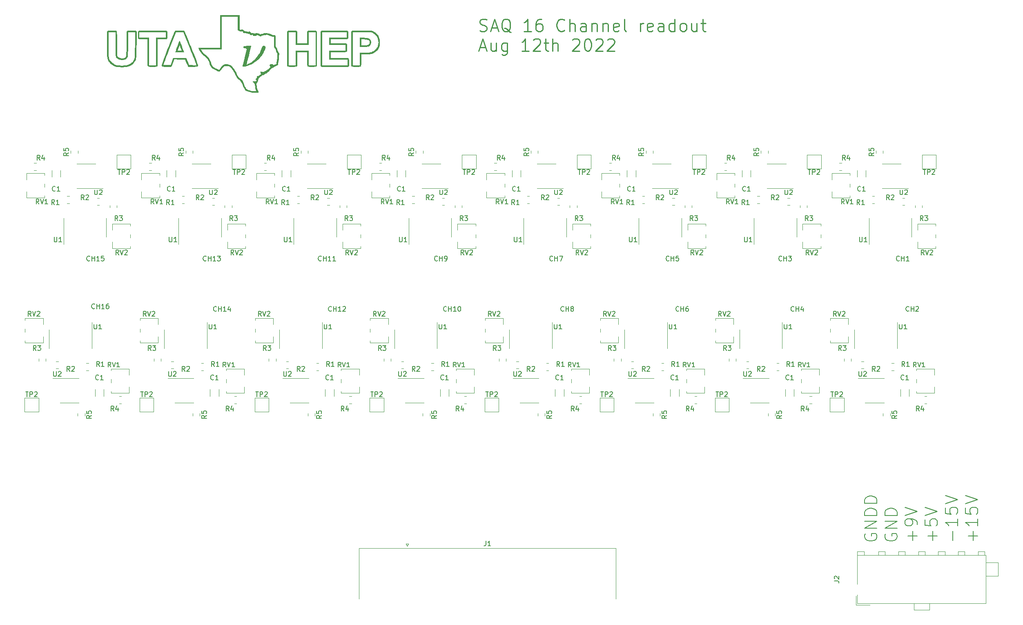
<source format=gbr>
%TF.GenerationSoftware,KiCad,Pcbnew,(6.0.7)*%
%TF.CreationDate,2022-08-12T11:14:58-05:00*%
%TF.ProjectId,SAQ-Readout,5341512d-5265-4616-946f-75742e6b6963,rev?*%
%TF.SameCoordinates,Original*%
%TF.FileFunction,Legend,Top*%
%TF.FilePolarity,Positive*%
%FSLAX46Y46*%
G04 Gerber Fmt 4.6, Leading zero omitted, Abs format (unit mm)*
G04 Created by KiCad (PCBNEW (6.0.7)) date 2022-08-12 11:14:58*
%MOMM*%
%LPD*%
G01*
G04 APERTURE LIST*
%ADD10C,0.150000*%
%ADD11C,0.203200*%
%ADD12C,0.254000*%
%ADD13C,0.120000*%
G04 APERTURE END LIST*
D10*
X117671642Y-88579809D02*
X117624023Y-88627428D01*
X117481166Y-88675047D01*
X117385928Y-88675047D01*
X117243070Y-88627428D01*
X117147832Y-88532190D01*
X117100213Y-88436952D01*
X117052594Y-88246476D01*
X117052594Y-88103619D01*
X117100213Y-87913143D01*
X117147832Y-87817905D01*
X117243070Y-87722667D01*
X117385928Y-87675047D01*
X117481166Y-87675047D01*
X117624023Y-87722667D01*
X117671642Y-87770286D01*
X118100213Y-88675047D02*
X118100213Y-87675047D01*
X118100213Y-88151238D02*
X118671642Y-88151238D01*
X118671642Y-88675047D02*
X118671642Y-87675047D01*
X119671642Y-88675047D02*
X119100213Y-88675047D01*
X119385928Y-88675047D02*
X119385928Y-87675047D01*
X119290689Y-87817905D01*
X119195451Y-87913143D01*
X119100213Y-87960762D01*
X120052594Y-87770286D02*
X120100213Y-87722667D01*
X120195451Y-87675047D01*
X120433547Y-87675047D01*
X120528785Y-87722667D01*
X120576404Y-87770286D01*
X120624023Y-87865524D01*
X120624023Y-87960762D01*
X120576404Y-88103619D01*
X120004975Y-88675047D01*
X120624023Y-88675047D01*
D11*
X250676228Y-136174238D02*
X250676228Y-134239000D01*
X251643847Y-135206619D02*
X249708609Y-135206619D01*
X251643847Y-131699000D02*
X251643847Y-133150428D01*
X251643847Y-132424714D02*
X249103847Y-132424714D01*
X249466704Y-132666619D01*
X249708609Y-132908523D01*
X249829561Y-133150428D01*
X249103847Y-129400904D02*
X249103847Y-130610428D01*
X250313371Y-130731380D01*
X250192419Y-130610428D01*
X250071466Y-130368523D01*
X250071466Y-129763761D01*
X250192419Y-129521857D01*
X250313371Y-129400904D01*
X250555276Y-129279952D01*
X251160038Y-129279952D01*
X251401942Y-129400904D01*
X251522895Y-129521857D01*
X251643847Y-129763761D01*
X251643847Y-130368523D01*
X251522895Y-130610428D01*
X251401942Y-130731380D01*
X249103847Y-128554238D02*
X251643847Y-127707571D01*
X249103847Y-126860904D01*
D10*
X139669923Y-78131942D02*
X139622304Y-78179561D01*
X139479447Y-78227180D01*
X139384209Y-78227180D01*
X139241352Y-78179561D01*
X139146114Y-78084323D01*
X139098495Y-77989085D01*
X139050876Y-77798609D01*
X139050876Y-77655752D01*
X139098495Y-77465276D01*
X139146114Y-77370038D01*
X139241352Y-77274800D01*
X139384209Y-77227180D01*
X139479447Y-77227180D01*
X139622304Y-77274800D01*
X139669923Y-77322419D01*
X140098495Y-78227180D02*
X140098495Y-77227180D01*
X140098495Y-77703371D02*
X140669923Y-77703371D01*
X140669923Y-78227180D02*
X140669923Y-77227180D01*
X141193733Y-78227180D02*
X141384209Y-78227180D01*
X141479447Y-78179561D01*
X141527066Y-78131942D01*
X141622304Y-77989085D01*
X141669923Y-77798609D01*
X141669923Y-77417657D01*
X141622304Y-77322419D01*
X141574685Y-77274800D01*
X141479447Y-77227180D01*
X141288971Y-77227180D01*
X141193733Y-77274800D01*
X141146114Y-77322419D01*
X141098495Y-77417657D01*
X141098495Y-77655752D01*
X141146114Y-77750990D01*
X141193733Y-77798609D01*
X141288971Y-77846228D01*
X141479447Y-77846228D01*
X141574685Y-77798609D01*
X141622304Y-77750990D01*
X141669923Y-77655752D01*
D12*
X148426109Y-30530195D02*
X148788966Y-30651147D01*
X149393728Y-30651147D01*
X149635633Y-30530195D01*
X149756585Y-30409242D01*
X149877538Y-30167338D01*
X149877538Y-29925433D01*
X149756585Y-29683528D01*
X149635633Y-29562576D01*
X149393728Y-29441623D01*
X148909919Y-29320671D01*
X148668014Y-29199719D01*
X148547061Y-29078766D01*
X148426109Y-28836861D01*
X148426109Y-28594957D01*
X148547061Y-28353052D01*
X148668014Y-28232100D01*
X148909919Y-28111147D01*
X149514680Y-28111147D01*
X149877538Y-28232100D01*
X150845157Y-29925433D02*
X152054680Y-29925433D01*
X150603252Y-30651147D02*
X151449919Y-28111147D01*
X152296585Y-30651147D01*
X154836585Y-30893052D02*
X154594680Y-30772100D01*
X154352776Y-30530195D01*
X153989919Y-30167338D01*
X153748014Y-30046385D01*
X153506109Y-30046385D01*
X153627061Y-30651147D02*
X153385157Y-30530195D01*
X153143252Y-30288290D01*
X153022300Y-29804480D01*
X153022300Y-28957814D01*
X153143252Y-28474004D01*
X153385157Y-28232100D01*
X153627061Y-28111147D01*
X154110871Y-28111147D01*
X154352776Y-28232100D01*
X154594680Y-28474004D01*
X154715633Y-28957814D01*
X154715633Y-29804480D01*
X154594680Y-30288290D01*
X154352776Y-30530195D01*
X154110871Y-30651147D01*
X153627061Y-30651147D01*
X159069919Y-30651147D02*
X157618490Y-30651147D01*
X158344204Y-30651147D02*
X158344204Y-28111147D01*
X158102300Y-28474004D01*
X157860395Y-28715909D01*
X157618490Y-28836861D01*
X161247061Y-28111147D02*
X160763252Y-28111147D01*
X160521347Y-28232100D01*
X160400395Y-28353052D01*
X160158490Y-28715909D01*
X160037538Y-29199719D01*
X160037538Y-30167338D01*
X160158490Y-30409242D01*
X160279442Y-30530195D01*
X160521347Y-30651147D01*
X161005157Y-30651147D01*
X161247061Y-30530195D01*
X161368014Y-30409242D01*
X161488966Y-30167338D01*
X161488966Y-29562576D01*
X161368014Y-29320671D01*
X161247061Y-29199719D01*
X161005157Y-29078766D01*
X160521347Y-29078766D01*
X160279442Y-29199719D01*
X160158490Y-29320671D01*
X160037538Y-29562576D01*
X165964204Y-30409242D02*
X165843252Y-30530195D01*
X165480395Y-30651147D01*
X165238490Y-30651147D01*
X164875633Y-30530195D01*
X164633728Y-30288290D01*
X164512776Y-30046385D01*
X164391823Y-29562576D01*
X164391823Y-29199719D01*
X164512776Y-28715909D01*
X164633728Y-28474004D01*
X164875633Y-28232100D01*
X165238490Y-28111147D01*
X165480395Y-28111147D01*
X165843252Y-28232100D01*
X165964204Y-28353052D01*
X167052776Y-30651147D02*
X167052776Y-28111147D01*
X168141347Y-30651147D02*
X168141347Y-29320671D01*
X168020395Y-29078766D01*
X167778490Y-28957814D01*
X167415633Y-28957814D01*
X167173728Y-29078766D01*
X167052776Y-29199719D01*
X170439442Y-30651147D02*
X170439442Y-29320671D01*
X170318490Y-29078766D01*
X170076585Y-28957814D01*
X169592776Y-28957814D01*
X169350871Y-29078766D01*
X170439442Y-30530195D02*
X170197538Y-30651147D01*
X169592776Y-30651147D01*
X169350871Y-30530195D01*
X169229919Y-30288290D01*
X169229919Y-30046385D01*
X169350871Y-29804480D01*
X169592776Y-29683528D01*
X170197538Y-29683528D01*
X170439442Y-29562576D01*
X171648966Y-28957814D02*
X171648966Y-30651147D01*
X171648966Y-29199719D02*
X171769919Y-29078766D01*
X172011823Y-28957814D01*
X172374680Y-28957814D01*
X172616585Y-29078766D01*
X172737538Y-29320671D01*
X172737538Y-30651147D01*
X173947061Y-28957814D02*
X173947061Y-30651147D01*
X173947061Y-29199719D02*
X174068014Y-29078766D01*
X174309919Y-28957814D01*
X174672776Y-28957814D01*
X174914680Y-29078766D01*
X175035633Y-29320671D01*
X175035633Y-30651147D01*
X177212776Y-30530195D02*
X176970871Y-30651147D01*
X176487061Y-30651147D01*
X176245157Y-30530195D01*
X176124204Y-30288290D01*
X176124204Y-29320671D01*
X176245157Y-29078766D01*
X176487061Y-28957814D01*
X176970871Y-28957814D01*
X177212776Y-29078766D01*
X177333728Y-29320671D01*
X177333728Y-29562576D01*
X176124204Y-29804480D01*
X178785157Y-30651147D02*
X178543252Y-30530195D01*
X178422300Y-30288290D01*
X178422300Y-28111147D01*
X181688014Y-30651147D02*
X181688014Y-28957814D01*
X181688014Y-29441623D02*
X181808966Y-29199719D01*
X181929919Y-29078766D01*
X182171823Y-28957814D01*
X182413728Y-28957814D01*
X184228014Y-30530195D02*
X183986109Y-30651147D01*
X183502300Y-30651147D01*
X183260395Y-30530195D01*
X183139442Y-30288290D01*
X183139442Y-29320671D01*
X183260395Y-29078766D01*
X183502300Y-28957814D01*
X183986109Y-28957814D01*
X184228014Y-29078766D01*
X184348966Y-29320671D01*
X184348966Y-29562576D01*
X183139442Y-29804480D01*
X186526109Y-30651147D02*
X186526109Y-29320671D01*
X186405157Y-29078766D01*
X186163252Y-28957814D01*
X185679442Y-28957814D01*
X185437538Y-29078766D01*
X186526109Y-30530195D02*
X186284204Y-30651147D01*
X185679442Y-30651147D01*
X185437538Y-30530195D01*
X185316585Y-30288290D01*
X185316585Y-30046385D01*
X185437538Y-29804480D01*
X185679442Y-29683528D01*
X186284204Y-29683528D01*
X186526109Y-29562576D01*
X188824204Y-30651147D02*
X188824204Y-28111147D01*
X188824204Y-30530195D02*
X188582300Y-30651147D01*
X188098490Y-30651147D01*
X187856585Y-30530195D01*
X187735633Y-30409242D01*
X187614680Y-30167338D01*
X187614680Y-29441623D01*
X187735633Y-29199719D01*
X187856585Y-29078766D01*
X188098490Y-28957814D01*
X188582300Y-28957814D01*
X188824204Y-29078766D01*
X190396585Y-30651147D02*
X190154680Y-30530195D01*
X190033728Y-30409242D01*
X189912776Y-30167338D01*
X189912776Y-29441623D01*
X190033728Y-29199719D01*
X190154680Y-29078766D01*
X190396585Y-28957814D01*
X190759442Y-28957814D01*
X191001347Y-29078766D01*
X191122300Y-29199719D01*
X191243252Y-29441623D01*
X191243252Y-30167338D01*
X191122300Y-30409242D01*
X191001347Y-30530195D01*
X190759442Y-30651147D01*
X190396585Y-30651147D01*
X193420395Y-28957814D02*
X193420395Y-30651147D01*
X192331823Y-28957814D02*
X192331823Y-30288290D01*
X192452776Y-30530195D01*
X192694680Y-30651147D01*
X193057538Y-30651147D01*
X193299442Y-30530195D01*
X193420395Y-30409242D01*
X194267061Y-28957814D02*
X195234680Y-28957814D01*
X194629919Y-28111147D02*
X194629919Y-30288290D01*
X194750871Y-30530195D01*
X194992776Y-30651147D01*
X195234680Y-30651147D01*
X148426109Y-34014833D02*
X149635633Y-34014833D01*
X148184204Y-34740547D02*
X149030871Y-32200547D01*
X149877538Y-34740547D01*
X151812776Y-33047214D02*
X151812776Y-34740547D01*
X150724204Y-33047214D02*
X150724204Y-34377690D01*
X150845157Y-34619595D01*
X151087061Y-34740547D01*
X151449919Y-34740547D01*
X151691823Y-34619595D01*
X151812776Y-34498642D01*
X154110871Y-33047214D02*
X154110871Y-35103404D01*
X153989919Y-35345309D01*
X153868966Y-35466261D01*
X153627061Y-35587214D01*
X153264204Y-35587214D01*
X153022300Y-35466261D01*
X154110871Y-34619595D02*
X153868966Y-34740547D01*
X153385157Y-34740547D01*
X153143252Y-34619595D01*
X153022300Y-34498642D01*
X152901347Y-34256738D01*
X152901347Y-33531023D01*
X153022300Y-33289119D01*
X153143252Y-33168166D01*
X153385157Y-33047214D01*
X153868966Y-33047214D01*
X154110871Y-33168166D01*
X158586109Y-34740547D02*
X157134680Y-34740547D01*
X157860395Y-34740547D02*
X157860395Y-32200547D01*
X157618490Y-32563404D01*
X157376585Y-32805309D01*
X157134680Y-32926261D01*
X159553728Y-32442452D02*
X159674680Y-32321500D01*
X159916585Y-32200547D01*
X160521347Y-32200547D01*
X160763252Y-32321500D01*
X160884204Y-32442452D01*
X161005157Y-32684357D01*
X161005157Y-32926261D01*
X160884204Y-33289119D01*
X159432776Y-34740547D01*
X161005157Y-34740547D01*
X161730871Y-33047214D02*
X162698490Y-33047214D01*
X162093728Y-32200547D02*
X162093728Y-34377690D01*
X162214680Y-34619595D01*
X162456585Y-34740547D01*
X162698490Y-34740547D01*
X163545157Y-34740547D02*
X163545157Y-32200547D01*
X164633728Y-34740547D02*
X164633728Y-33410071D01*
X164512776Y-33168166D01*
X164270871Y-33047214D01*
X163908014Y-33047214D01*
X163666109Y-33168166D01*
X163545157Y-33289119D01*
X167657538Y-32442452D02*
X167778490Y-32321500D01*
X168020395Y-32200547D01*
X168625157Y-32200547D01*
X168867061Y-32321500D01*
X168988014Y-32442452D01*
X169108966Y-32684357D01*
X169108966Y-32926261D01*
X168988014Y-33289119D01*
X167536585Y-34740547D01*
X169108966Y-34740547D01*
X170681347Y-32200547D02*
X170923252Y-32200547D01*
X171165157Y-32321500D01*
X171286109Y-32442452D01*
X171407061Y-32684357D01*
X171528014Y-33168166D01*
X171528014Y-33772928D01*
X171407061Y-34256738D01*
X171286109Y-34498642D01*
X171165157Y-34619595D01*
X170923252Y-34740547D01*
X170681347Y-34740547D01*
X170439442Y-34619595D01*
X170318490Y-34498642D01*
X170197538Y-34256738D01*
X170076585Y-33772928D01*
X170076585Y-33168166D01*
X170197538Y-32684357D01*
X170318490Y-32442452D01*
X170439442Y-32321500D01*
X170681347Y-32200547D01*
X172495633Y-32442452D02*
X172616585Y-32321500D01*
X172858490Y-32200547D01*
X173463252Y-32200547D01*
X173705157Y-32321500D01*
X173826109Y-32442452D01*
X173947061Y-32684357D01*
X173947061Y-32926261D01*
X173826109Y-33289119D01*
X172374680Y-34740547D01*
X173947061Y-34740547D01*
X174914680Y-32442452D02*
X175035633Y-32321500D01*
X175277538Y-32200547D01*
X175882300Y-32200547D01*
X176124204Y-32321500D01*
X176245157Y-32442452D01*
X176366109Y-32684357D01*
X176366109Y-32926261D01*
X176245157Y-33289119D01*
X174793728Y-34740547D01*
X176366109Y-34740547D01*
D10*
X211043923Y-78131942D02*
X210996304Y-78179561D01*
X210853447Y-78227180D01*
X210758209Y-78227180D01*
X210615352Y-78179561D01*
X210520114Y-78084323D01*
X210472495Y-77989085D01*
X210424876Y-77798609D01*
X210424876Y-77655752D01*
X210472495Y-77465276D01*
X210520114Y-77370038D01*
X210615352Y-77274800D01*
X210758209Y-77227180D01*
X210853447Y-77227180D01*
X210996304Y-77274800D01*
X211043923Y-77322419D01*
X211472495Y-78227180D02*
X211472495Y-77227180D01*
X211472495Y-77703371D02*
X212043923Y-77703371D01*
X212043923Y-78227180D02*
X212043923Y-77227180D01*
X212424876Y-77227180D02*
X213043923Y-77227180D01*
X212710590Y-77608133D01*
X212853447Y-77608133D01*
X212948685Y-77655752D01*
X212996304Y-77703371D01*
X213043923Y-77798609D01*
X213043923Y-78036704D01*
X212996304Y-78131942D01*
X212948685Y-78179561D01*
X212853447Y-78227180D01*
X212567733Y-78227180D01*
X212472495Y-78179561D01*
X212424876Y-78131942D01*
X187675923Y-78131942D02*
X187628304Y-78179561D01*
X187485447Y-78227180D01*
X187390209Y-78227180D01*
X187247352Y-78179561D01*
X187152114Y-78084323D01*
X187104495Y-77989085D01*
X187056876Y-77798609D01*
X187056876Y-77655752D01*
X187104495Y-77465276D01*
X187152114Y-77370038D01*
X187247352Y-77274800D01*
X187390209Y-77227180D01*
X187485447Y-77227180D01*
X187628304Y-77274800D01*
X187675923Y-77322419D01*
X188104495Y-78227180D02*
X188104495Y-77227180D01*
X188104495Y-77703371D02*
X188675923Y-77703371D01*
X188675923Y-78227180D02*
X188675923Y-77227180D01*
X189628304Y-77227180D02*
X189152114Y-77227180D01*
X189104495Y-77703371D01*
X189152114Y-77655752D01*
X189247352Y-77608133D01*
X189485447Y-77608133D01*
X189580685Y-77655752D01*
X189628304Y-77703371D01*
X189675923Y-77798609D01*
X189675923Y-78036704D01*
X189628304Y-78131942D01*
X189580685Y-78179561D01*
X189485447Y-78227180D01*
X189247352Y-78227180D01*
X189152114Y-78179561D01*
X189104495Y-78131942D01*
X67565733Y-78131942D02*
X67518114Y-78179561D01*
X67375257Y-78227180D01*
X67280019Y-78227180D01*
X67137161Y-78179561D01*
X67041923Y-78084323D01*
X66994304Y-77989085D01*
X66946685Y-77798609D01*
X66946685Y-77655752D01*
X66994304Y-77465276D01*
X67041923Y-77370038D01*
X67137161Y-77274800D01*
X67280019Y-77227180D01*
X67375257Y-77227180D01*
X67518114Y-77274800D01*
X67565733Y-77322419D01*
X67994304Y-78227180D02*
X67994304Y-77227180D01*
X67994304Y-77703371D02*
X68565733Y-77703371D01*
X68565733Y-78227180D02*
X68565733Y-77227180D01*
X69565733Y-78227180D02*
X68994304Y-78227180D01*
X69280019Y-78227180D02*
X69280019Y-77227180D01*
X69184780Y-77370038D01*
X69089542Y-77465276D01*
X68994304Y-77512895D01*
X70470495Y-77227180D02*
X69994304Y-77227180D01*
X69946685Y-77703371D01*
X69994304Y-77655752D01*
X70089542Y-77608133D01*
X70327638Y-77608133D01*
X70422876Y-77655752D01*
X70470495Y-77703371D01*
X70518114Y-77798609D01*
X70518114Y-78036704D01*
X70470495Y-78131942D01*
X70422876Y-78179561D01*
X70327638Y-78227180D01*
X70089542Y-78227180D01*
X69994304Y-78179561D01*
X69946685Y-78131942D01*
X237401712Y-88579809D02*
X237354093Y-88627428D01*
X237211236Y-88675047D01*
X237115998Y-88675047D01*
X236973141Y-88627428D01*
X236877903Y-88532190D01*
X236830284Y-88436952D01*
X236782665Y-88246476D01*
X236782665Y-88103619D01*
X236830284Y-87913143D01*
X236877903Y-87817905D01*
X236973141Y-87722667D01*
X237115998Y-87675047D01*
X237211236Y-87675047D01*
X237354093Y-87722667D01*
X237401712Y-87770286D01*
X237830284Y-88675047D02*
X237830284Y-87675047D01*
X237830284Y-88151238D02*
X238401712Y-88151238D01*
X238401712Y-88675047D02*
X238401712Y-87675047D01*
X238830284Y-87770286D02*
X238877903Y-87722667D01*
X238973141Y-87675047D01*
X239211236Y-87675047D01*
X239306474Y-87722667D01*
X239354093Y-87770286D01*
X239401712Y-87865524D01*
X239401712Y-87960762D01*
X239354093Y-88103619D01*
X238782665Y-88675047D01*
X239401712Y-88675047D01*
D11*
X246500468Y-136174238D02*
X246500468Y-134239000D01*
X247468087Y-131699000D02*
X247468087Y-133150428D01*
X247468087Y-132424714D02*
X244928087Y-132424714D01*
X245290944Y-132666619D01*
X245532849Y-132908523D01*
X245653801Y-133150428D01*
X244928087Y-129400904D02*
X244928087Y-130610428D01*
X246137611Y-130731380D01*
X246016659Y-130610428D01*
X245895706Y-130368523D01*
X245895706Y-129763761D01*
X246016659Y-129521857D01*
X246137611Y-129400904D01*
X246379516Y-129279952D01*
X246984278Y-129279952D01*
X247226182Y-129400904D01*
X247347135Y-129521857D01*
X247468087Y-129763761D01*
X247468087Y-130368523D01*
X247347135Y-130610428D01*
X247226182Y-130731380D01*
X244928087Y-128554238D02*
X247468087Y-127707571D01*
X244928087Y-126860904D01*
X238148948Y-136174238D02*
X238148948Y-134239000D01*
X239116567Y-135206619D02*
X237181329Y-135206619D01*
X239116567Y-132908524D02*
X239116567Y-132424714D01*
X238995615Y-132182809D01*
X238874662Y-132061857D01*
X238511805Y-131819952D01*
X238027996Y-131699000D01*
X237060377Y-131699000D01*
X236818472Y-131819952D01*
X236697520Y-131940904D01*
X236576567Y-132182809D01*
X236576567Y-132666619D01*
X236697520Y-132908524D01*
X236818472Y-133029476D01*
X237060377Y-133150428D01*
X237665139Y-133150428D01*
X237907043Y-133029476D01*
X238027996Y-132908524D01*
X238148948Y-132666619D01*
X238148948Y-132182809D01*
X238027996Y-131940904D01*
X237907043Y-131819952D01*
X237665139Y-131699000D01*
X236576567Y-130973285D02*
X239116567Y-130126619D01*
X236576567Y-129279952D01*
X242324708Y-136174238D02*
X242324708Y-134239000D01*
X243292327Y-135206619D02*
X241357089Y-135206619D01*
X240752327Y-131819952D02*
X240752327Y-133029476D01*
X241961851Y-133150428D01*
X241840899Y-133029476D01*
X241719946Y-132787571D01*
X241719946Y-132182809D01*
X241840899Y-131940904D01*
X241961851Y-131819952D01*
X242203756Y-131699000D01*
X242808518Y-131699000D01*
X243050422Y-131819952D01*
X243171375Y-131940904D01*
X243292327Y-132182809D01*
X243292327Y-132787571D01*
X243171375Y-133029476D01*
X243050422Y-133150428D01*
X240752327Y-130973285D02*
X243292327Y-130126619D01*
X240752327Y-129279952D01*
D10*
X235427923Y-78131942D02*
X235380304Y-78179561D01*
X235237447Y-78227180D01*
X235142209Y-78227180D01*
X234999352Y-78179561D01*
X234904114Y-78084323D01*
X234856495Y-77989085D01*
X234808876Y-77798609D01*
X234808876Y-77655752D01*
X234856495Y-77465276D01*
X234904114Y-77370038D01*
X234999352Y-77274800D01*
X235142209Y-77227180D01*
X235237447Y-77227180D01*
X235380304Y-77274800D01*
X235427923Y-77322419D01*
X235856495Y-78227180D02*
X235856495Y-77227180D01*
X235856495Y-77703371D02*
X236427923Y-77703371D01*
X236427923Y-78227180D02*
X236427923Y-77227180D01*
X237427923Y-78227180D02*
X236856495Y-78227180D01*
X237142209Y-78227180D02*
X237142209Y-77227180D01*
X237046971Y-77370038D01*
X236951733Y-77465276D01*
X236856495Y-77512895D01*
X68581733Y-88037942D02*
X68534114Y-88085561D01*
X68391257Y-88133180D01*
X68296019Y-88133180D01*
X68153161Y-88085561D01*
X68057923Y-87990323D01*
X68010304Y-87895085D01*
X67962685Y-87704609D01*
X67962685Y-87561752D01*
X68010304Y-87371276D01*
X68057923Y-87276038D01*
X68153161Y-87180800D01*
X68296019Y-87133180D01*
X68391257Y-87133180D01*
X68534114Y-87180800D01*
X68581733Y-87228419D01*
X69010304Y-88133180D02*
X69010304Y-87133180D01*
X69010304Y-87609371D02*
X69581733Y-87609371D01*
X69581733Y-88133180D02*
X69581733Y-87133180D01*
X70581733Y-88133180D02*
X70010304Y-88133180D01*
X70296019Y-88133180D02*
X70296019Y-87133180D01*
X70200780Y-87276038D01*
X70105542Y-87371276D01*
X70010304Y-87418895D01*
X71438876Y-87133180D02*
X71248400Y-87133180D01*
X71153161Y-87180800D01*
X71105542Y-87228419D01*
X71010304Y-87371276D01*
X70962685Y-87561752D01*
X70962685Y-87942704D01*
X71010304Y-88037942D01*
X71057923Y-88085561D01*
X71153161Y-88133180D01*
X71343638Y-88133180D01*
X71438876Y-88085561D01*
X71486495Y-88037942D01*
X71534114Y-87942704D01*
X71534114Y-87704609D01*
X71486495Y-87609371D01*
X71438876Y-87561752D01*
X71343638Y-87514133D01*
X71153161Y-87514133D01*
X71057923Y-87561752D01*
X71010304Y-87609371D01*
X70962685Y-87704609D01*
X115571733Y-78131942D02*
X115524114Y-78179561D01*
X115381257Y-78227180D01*
X115286019Y-78227180D01*
X115143161Y-78179561D01*
X115047923Y-78084323D01*
X115000304Y-77989085D01*
X114952685Y-77798609D01*
X114952685Y-77655752D01*
X115000304Y-77465276D01*
X115047923Y-77370038D01*
X115143161Y-77274800D01*
X115286019Y-77227180D01*
X115381257Y-77227180D01*
X115524114Y-77274800D01*
X115571733Y-77322419D01*
X116000304Y-78227180D02*
X116000304Y-77227180D01*
X116000304Y-77703371D02*
X116571733Y-77703371D01*
X116571733Y-78227180D02*
X116571733Y-77227180D01*
X117571733Y-78227180D02*
X117000304Y-78227180D01*
X117286019Y-78227180D02*
X117286019Y-77227180D01*
X117190780Y-77370038D01*
X117095542Y-77465276D01*
X117000304Y-77512895D01*
X118524114Y-78227180D02*
X117952685Y-78227180D01*
X118238400Y-78227180D02*
X118238400Y-77227180D01*
X118143161Y-77370038D01*
X118047923Y-77465276D01*
X117952685Y-77512895D01*
X213550936Y-88579809D02*
X213503317Y-88627428D01*
X213360460Y-88675047D01*
X213265222Y-88675047D01*
X213122365Y-88627428D01*
X213027127Y-88532190D01*
X212979508Y-88436952D01*
X212931889Y-88246476D01*
X212931889Y-88103619D01*
X212979508Y-87913143D01*
X213027127Y-87817905D01*
X213122365Y-87722667D01*
X213265222Y-87675047D01*
X213360460Y-87675047D01*
X213503317Y-87722667D01*
X213550936Y-87770286D01*
X213979508Y-88675047D02*
X213979508Y-87675047D01*
X213979508Y-88151238D02*
X214550936Y-88151238D01*
X214550936Y-88675047D02*
X214550936Y-87675047D01*
X215455698Y-88008381D02*
X215455698Y-88675047D01*
X215217603Y-87627428D02*
X214979508Y-88341714D01*
X215598555Y-88341714D01*
X165849384Y-88579809D02*
X165801765Y-88627428D01*
X165658908Y-88675047D01*
X165563670Y-88675047D01*
X165420813Y-88627428D01*
X165325575Y-88532190D01*
X165277956Y-88436952D01*
X165230337Y-88246476D01*
X165230337Y-88103619D01*
X165277956Y-87913143D01*
X165325575Y-87817905D01*
X165420813Y-87722667D01*
X165563670Y-87675047D01*
X165658908Y-87675047D01*
X165801765Y-87722667D01*
X165849384Y-87770286D01*
X166277956Y-88675047D02*
X166277956Y-87675047D01*
X166277956Y-88151238D02*
X166849384Y-88151238D01*
X166849384Y-88675047D02*
X166849384Y-87675047D01*
X167468432Y-88103619D02*
X167373194Y-88056000D01*
X167325575Y-88008381D01*
X167277956Y-87913143D01*
X167277956Y-87865524D01*
X167325575Y-87770286D01*
X167373194Y-87722667D01*
X167468432Y-87675047D01*
X167658908Y-87675047D01*
X167754146Y-87722667D01*
X167801765Y-87770286D01*
X167849384Y-87865524D01*
X167849384Y-87913143D01*
X167801765Y-88008381D01*
X167754146Y-88056000D01*
X167658908Y-88103619D01*
X167468432Y-88103619D01*
X167373194Y-88151238D01*
X167325575Y-88198857D01*
X167277956Y-88294095D01*
X167277956Y-88484571D01*
X167325575Y-88579809D01*
X167373194Y-88627428D01*
X167468432Y-88675047D01*
X167658908Y-88675047D01*
X167754146Y-88627428D01*
X167801765Y-88579809D01*
X167849384Y-88484571D01*
X167849384Y-88294095D01*
X167801765Y-88198857D01*
X167754146Y-88151238D01*
X167658908Y-88103619D01*
X91695733Y-78131942D02*
X91648114Y-78179561D01*
X91505257Y-78227180D01*
X91410019Y-78227180D01*
X91267161Y-78179561D01*
X91171923Y-78084323D01*
X91124304Y-77989085D01*
X91076685Y-77798609D01*
X91076685Y-77655752D01*
X91124304Y-77465276D01*
X91171923Y-77370038D01*
X91267161Y-77274800D01*
X91410019Y-77227180D01*
X91505257Y-77227180D01*
X91648114Y-77274800D01*
X91695733Y-77322419D01*
X92124304Y-78227180D02*
X92124304Y-77227180D01*
X92124304Y-77703371D02*
X92695733Y-77703371D01*
X92695733Y-78227180D02*
X92695733Y-77227180D01*
X93695733Y-78227180D02*
X93124304Y-78227180D01*
X93410019Y-78227180D02*
X93410019Y-77227180D01*
X93314780Y-77370038D01*
X93219542Y-77465276D01*
X93124304Y-77512895D01*
X94029066Y-77227180D02*
X94648114Y-77227180D01*
X94314780Y-77608133D01*
X94457638Y-77608133D01*
X94552876Y-77655752D01*
X94600495Y-77703371D01*
X94648114Y-77798609D01*
X94648114Y-78036704D01*
X94600495Y-78131942D01*
X94552876Y-78179561D01*
X94457638Y-78227180D01*
X94171923Y-78227180D01*
X94076685Y-78179561D01*
X94029066Y-78131942D01*
X189700160Y-88579809D02*
X189652541Y-88627428D01*
X189509684Y-88675047D01*
X189414446Y-88675047D01*
X189271589Y-88627428D01*
X189176351Y-88532190D01*
X189128732Y-88436952D01*
X189081113Y-88246476D01*
X189081113Y-88103619D01*
X189128732Y-87913143D01*
X189176351Y-87817905D01*
X189271589Y-87722667D01*
X189414446Y-87675047D01*
X189509684Y-87675047D01*
X189652541Y-87722667D01*
X189700160Y-87770286D01*
X190128732Y-88675047D02*
X190128732Y-87675047D01*
X190128732Y-88151238D02*
X190700160Y-88151238D01*
X190700160Y-88675047D02*
X190700160Y-87675047D01*
X191604922Y-87675047D02*
X191414446Y-87675047D01*
X191319208Y-87722667D01*
X191271589Y-87770286D01*
X191176351Y-87913143D01*
X191128732Y-88103619D01*
X191128732Y-88484571D01*
X191176351Y-88579809D01*
X191223970Y-88627428D01*
X191319208Y-88675047D01*
X191509684Y-88675047D01*
X191604922Y-88627428D01*
X191652541Y-88579809D01*
X191700160Y-88484571D01*
X191700160Y-88246476D01*
X191652541Y-88151238D01*
X191604922Y-88103619D01*
X191509684Y-88056000D01*
X191319208Y-88056000D01*
X191223970Y-88103619D01*
X191176351Y-88151238D01*
X191128732Y-88246476D01*
D11*
X232521760Y-134843762D02*
X232400807Y-135085666D01*
X232400807Y-135448524D01*
X232521760Y-135811381D01*
X232763664Y-136053285D01*
X233005569Y-136174238D01*
X233489379Y-136295190D01*
X233852236Y-136295190D01*
X234336045Y-136174238D01*
X234577950Y-136053285D01*
X234819855Y-135811381D01*
X234940807Y-135448524D01*
X234940807Y-135206619D01*
X234819855Y-134843762D01*
X234698902Y-134722809D01*
X233852236Y-134722809D01*
X233852236Y-135206619D01*
X234940807Y-133634238D02*
X232400807Y-133634238D01*
X234940807Y-132182809D01*
X232400807Y-132182809D01*
X234940807Y-130973285D02*
X232400807Y-130973285D01*
X232400807Y-130368524D01*
X232521760Y-130005666D01*
X232763664Y-129763762D01*
X233005569Y-129642809D01*
X233489379Y-129521857D01*
X233852236Y-129521857D01*
X234336045Y-129642809D01*
X234577950Y-129763762D01*
X234819855Y-130005666D01*
X234940807Y-130368524D01*
X234940807Y-130973285D01*
D10*
X93820866Y-88579809D02*
X93773247Y-88627428D01*
X93630390Y-88675047D01*
X93535152Y-88675047D01*
X93392294Y-88627428D01*
X93297056Y-88532190D01*
X93249437Y-88436952D01*
X93201818Y-88246476D01*
X93201818Y-88103619D01*
X93249437Y-87913143D01*
X93297056Y-87817905D01*
X93392294Y-87722667D01*
X93535152Y-87675047D01*
X93630390Y-87675047D01*
X93773247Y-87722667D01*
X93820866Y-87770286D01*
X94249437Y-88675047D02*
X94249437Y-87675047D01*
X94249437Y-88151238D02*
X94820866Y-88151238D01*
X94820866Y-88675047D02*
X94820866Y-87675047D01*
X95820866Y-88675047D02*
X95249437Y-88675047D01*
X95535152Y-88675047D02*
X95535152Y-87675047D01*
X95439913Y-87817905D01*
X95344675Y-87913143D01*
X95249437Y-87960762D01*
X96678009Y-88008381D02*
X96678009Y-88675047D01*
X96439913Y-87627428D02*
X96201818Y-88341714D01*
X96820866Y-88341714D01*
X163545923Y-78131942D02*
X163498304Y-78179561D01*
X163355447Y-78227180D01*
X163260209Y-78227180D01*
X163117352Y-78179561D01*
X163022114Y-78084323D01*
X162974495Y-77989085D01*
X162926876Y-77798609D01*
X162926876Y-77655752D01*
X162974495Y-77465276D01*
X163022114Y-77370038D01*
X163117352Y-77274800D01*
X163260209Y-77227180D01*
X163355447Y-77227180D01*
X163498304Y-77274800D01*
X163545923Y-77322419D01*
X163974495Y-78227180D02*
X163974495Y-77227180D01*
X163974495Y-77703371D02*
X164545923Y-77703371D01*
X164545923Y-78227180D02*
X164545923Y-77227180D01*
X164926876Y-77227180D02*
X165593542Y-77227180D01*
X165164971Y-78227180D01*
D11*
X228346000Y-134843762D02*
X228225047Y-135085666D01*
X228225047Y-135448524D01*
X228346000Y-135811381D01*
X228587904Y-136053285D01*
X228829809Y-136174238D01*
X229313619Y-136295190D01*
X229676476Y-136295190D01*
X230160285Y-136174238D01*
X230402190Y-136053285D01*
X230644095Y-135811381D01*
X230765047Y-135448524D01*
X230765047Y-135206619D01*
X230644095Y-134843762D01*
X230523142Y-134722809D01*
X229676476Y-134722809D01*
X229676476Y-135206619D01*
X230765047Y-133634238D02*
X228225047Y-133634238D01*
X230765047Y-132182809D01*
X228225047Y-132182809D01*
X230765047Y-130973285D02*
X228225047Y-130973285D01*
X228225047Y-130368524D01*
X228346000Y-130005666D01*
X228587904Y-129763762D01*
X228829809Y-129642809D01*
X229313619Y-129521857D01*
X229676476Y-129521857D01*
X230160285Y-129642809D01*
X230402190Y-129763762D01*
X230644095Y-130005666D01*
X230765047Y-130368524D01*
X230765047Y-130973285D01*
X230765047Y-128433285D02*
X228225047Y-128433285D01*
X228225047Y-127828524D01*
X228346000Y-127465666D01*
X228587904Y-127223762D01*
X228829809Y-127102809D01*
X229313619Y-126981857D01*
X229676476Y-126981857D01*
X230160285Y-127102809D01*
X230402190Y-127223762D01*
X230644095Y-127465666D01*
X230765047Y-127828524D01*
X230765047Y-128433285D01*
D10*
X141522418Y-88579809D02*
X141474799Y-88627428D01*
X141331942Y-88675047D01*
X141236704Y-88675047D01*
X141093846Y-88627428D01*
X140998608Y-88532190D01*
X140950989Y-88436952D01*
X140903370Y-88246476D01*
X140903370Y-88103619D01*
X140950989Y-87913143D01*
X140998608Y-87817905D01*
X141093846Y-87722667D01*
X141236704Y-87675047D01*
X141331942Y-87675047D01*
X141474799Y-87722667D01*
X141522418Y-87770286D01*
X141950989Y-88675047D02*
X141950989Y-87675047D01*
X141950989Y-88151238D02*
X142522418Y-88151238D01*
X142522418Y-88675047D02*
X142522418Y-87675047D01*
X143522418Y-88675047D02*
X142950989Y-88675047D01*
X143236704Y-88675047D02*
X143236704Y-87675047D01*
X143141465Y-87817905D01*
X143046227Y-87913143D01*
X142950989Y-87960762D01*
X144141465Y-87675047D02*
X144236704Y-87675047D01*
X144331942Y-87722667D01*
X144379561Y-87770286D01*
X144427180Y-87865524D01*
X144474799Y-88056000D01*
X144474799Y-88294095D01*
X144427180Y-88484571D01*
X144379561Y-88579809D01*
X144331942Y-88627428D01*
X144236704Y-88675047D01*
X144141465Y-88675047D01*
X144046227Y-88627428D01*
X143998608Y-88579809D01*
X143950989Y-88484571D01*
X143903370Y-88294095D01*
X143903370Y-88056000D01*
X143950989Y-87865524D01*
X143998608Y-87770286D01*
X144046227Y-87722667D01*
X144141465Y-87675047D01*
%TO.C,C1*%
X131980538Y-63687809D02*
X131932919Y-63735428D01*
X131790062Y-63783047D01*
X131694824Y-63783047D01*
X131551966Y-63735428D01*
X131456728Y-63640190D01*
X131409109Y-63544952D01*
X131361490Y-63354476D01*
X131361490Y-63211619D01*
X131409109Y-63021143D01*
X131456728Y-62925905D01*
X131551966Y-62830667D01*
X131694824Y-62783047D01*
X131790062Y-62783047D01*
X131932919Y-62830667D01*
X131980538Y-62878286D01*
X132932919Y-63783047D02*
X132361490Y-63783047D01*
X132647205Y-63783047D02*
X132647205Y-62783047D01*
X132551966Y-62925905D01*
X132456728Y-63021143D01*
X132361490Y-63068762D01*
%TO.C,R5*%
X187159017Y-110258733D02*
X186682827Y-110592067D01*
X187159017Y-110830162D02*
X186159017Y-110830162D01*
X186159017Y-110449209D01*
X186206637Y-110353971D01*
X186254256Y-110306352D01*
X186349494Y-110258733D01*
X186492351Y-110258733D01*
X186587589Y-110306352D01*
X186635208Y-110353971D01*
X186682827Y-110449209D01*
X186682827Y-110830162D01*
X186159017Y-109353971D02*
X186159017Y-109830162D01*
X186635208Y-109877781D01*
X186587589Y-109830162D01*
X186539970Y-109734924D01*
X186539970Y-109496828D01*
X186587589Y-109401590D01*
X186635208Y-109353971D01*
X186730446Y-109306352D01*
X186968541Y-109306352D01*
X187063779Y-109353971D01*
X187111398Y-109401590D01*
X187159017Y-109496828D01*
X187159017Y-109734924D01*
X187111398Y-109830162D01*
X187063779Y-109877781D01*
%TO.C,RV2*%
X55403118Y-89691047D02*
X55069785Y-89214857D01*
X54831690Y-89691047D02*
X54831690Y-88691047D01*
X55212642Y-88691047D01*
X55307880Y-88738667D01*
X55355499Y-88786286D01*
X55403118Y-88881524D01*
X55403118Y-89024381D01*
X55355499Y-89119619D01*
X55307880Y-89167238D01*
X55212642Y-89214857D01*
X54831690Y-89214857D01*
X55688833Y-88691047D02*
X56022166Y-89691047D01*
X56355499Y-88691047D01*
X56641214Y-88786286D02*
X56688833Y-88738667D01*
X56784071Y-88691047D01*
X57022166Y-88691047D01*
X57117404Y-88738667D01*
X57165023Y-88786286D01*
X57212642Y-88881524D01*
X57212642Y-88976762D01*
X57165023Y-89119619D01*
X56593595Y-89691047D01*
X57212642Y-89691047D01*
%TO.C,C1*%
X93246066Y-102778409D02*
X93198447Y-102826028D01*
X93055590Y-102873647D01*
X92960352Y-102873647D01*
X92817494Y-102826028D01*
X92722256Y-102730790D01*
X92674637Y-102635552D01*
X92627018Y-102445076D01*
X92627018Y-102302219D01*
X92674637Y-102111743D01*
X92722256Y-102016505D01*
X92817494Y-101921267D01*
X92960352Y-101873647D01*
X93055590Y-101873647D01*
X93198447Y-101921267D01*
X93246066Y-101968886D01*
X94198447Y-102873647D02*
X93627018Y-102873647D01*
X93912733Y-102873647D02*
X93912733Y-101873647D01*
X93817494Y-102016505D01*
X93722256Y-102111743D01*
X93627018Y-102159362D01*
%TO.C,RV2*%
X97414014Y-76965647D02*
X97080681Y-76489457D01*
X96842586Y-76965647D02*
X96842586Y-75965647D01*
X97223538Y-75965647D01*
X97318776Y-76013267D01*
X97366395Y-76060886D01*
X97414014Y-76156124D01*
X97414014Y-76298981D01*
X97366395Y-76394219D01*
X97318776Y-76441838D01*
X97223538Y-76489457D01*
X96842586Y-76489457D01*
X97699729Y-75965647D02*
X98033062Y-76965647D01*
X98366395Y-75965647D01*
X98652110Y-76060886D02*
X98699729Y-76013267D01*
X98794967Y-75965647D01*
X99033062Y-75965647D01*
X99128300Y-76013267D01*
X99175919Y-76060886D01*
X99223538Y-76156124D01*
X99223538Y-76251362D01*
X99175919Y-76394219D01*
X98604491Y-76965647D01*
X99223538Y-76965647D01*
%TO.C,R4*%
X128805538Y-57331447D02*
X128472205Y-56855257D01*
X128234109Y-57331447D02*
X128234109Y-56331447D01*
X128615062Y-56331447D01*
X128710300Y-56379067D01*
X128757919Y-56426686D01*
X128805538Y-56521924D01*
X128805538Y-56664781D01*
X128757919Y-56760019D01*
X128710300Y-56807638D01*
X128615062Y-56855257D01*
X128234109Y-56855257D01*
X129662681Y-56664781D02*
X129662681Y-57331447D01*
X129424585Y-56283828D02*
X129186490Y-56998114D01*
X129805538Y-56998114D01*
%TO.C,RV1*%
X119640070Y-100232047D02*
X119306737Y-99755857D01*
X119068642Y-100232047D02*
X119068642Y-99232047D01*
X119449594Y-99232047D01*
X119544832Y-99279667D01*
X119592451Y-99327286D01*
X119640070Y-99422524D01*
X119640070Y-99565381D01*
X119592451Y-99660619D01*
X119544832Y-99708238D01*
X119449594Y-99755857D01*
X119068642Y-99755857D01*
X119925785Y-99232047D02*
X120259118Y-100232047D01*
X120592451Y-99232047D01*
X121449594Y-100232047D02*
X120878166Y-100232047D01*
X121163880Y-100232047D02*
X121163880Y-99232047D01*
X121068642Y-99374905D01*
X120973404Y-99470143D01*
X120878166Y-99517762D01*
X104729390Y-66424647D02*
X104396057Y-65948457D01*
X104157962Y-66424647D02*
X104157962Y-65424647D01*
X104538914Y-65424647D01*
X104634152Y-65472267D01*
X104681771Y-65519886D01*
X104729390Y-65615124D01*
X104729390Y-65757981D01*
X104681771Y-65853219D01*
X104634152Y-65900838D01*
X104538914Y-65948457D01*
X104157962Y-65948457D01*
X105015105Y-65424647D02*
X105348438Y-66424647D01*
X105681771Y-65424647D01*
X106538914Y-66424647D02*
X105967486Y-66424647D01*
X106253200Y-66424647D02*
X106253200Y-65424647D01*
X106157962Y-65567505D01*
X106062724Y-65662743D01*
X105967486Y-65710362D01*
%TO.C,R5*%
X87007233Y-55826533D02*
X86531043Y-56159867D01*
X87007233Y-56397962D02*
X86007233Y-56397962D01*
X86007233Y-56017009D01*
X86054853Y-55921771D01*
X86102472Y-55874152D01*
X86197710Y-55826533D01*
X86340567Y-55826533D01*
X86435805Y-55874152D01*
X86483424Y-55921771D01*
X86531043Y-56017009D01*
X86531043Y-56397962D01*
X86007233Y-54921771D02*
X86007233Y-55397962D01*
X86483424Y-55445581D01*
X86435805Y-55397962D01*
X86388186Y-55302724D01*
X86388186Y-55064628D01*
X86435805Y-54969390D01*
X86483424Y-54921771D01*
X86578662Y-54874152D01*
X86816757Y-54874152D01*
X86911995Y-54921771D01*
X86959614Y-54969390D01*
X87007233Y-55064628D01*
X87007233Y-55302724D01*
X86959614Y-55397962D01*
X86911995Y-55445581D01*
%TO.C,RV1*%
X176281718Y-66424647D02*
X175948385Y-65948457D01*
X175710290Y-66424647D02*
X175710290Y-65424647D01*
X176091242Y-65424647D01*
X176186480Y-65472267D01*
X176234099Y-65519886D01*
X176281718Y-65615124D01*
X176281718Y-65757981D01*
X176234099Y-65853219D01*
X176186480Y-65900838D01*
X176091242Y-65948457D01*
X175710290Y-65948457D01*
X176567433Y-65424647D02*
X176900766Y-66424647D01*
X177234099Y-65424647D01*
X178091242Y-66424647D02*
X177519814Y-66424647D01*
X177805528Y-66424647D02*
X177805528Y-65424647D01*
X177710290Y-65567505D01*
X177615052Y-65662743D01*
X177519814Y-65710362D01*
%TO.C,RV2*%
X121264790Y-76965647D02*
X120931457Y-76489457D01*
X120693362Y-76965647D02*
X120693362Y-75965647D01*
X121074314Y-75965647D01*
X121169552Y-76013267D01*
X121217171Y-76060886D01*
X121264790Y-76156124D01*
X121264790Y-76298981D01*
X121217171Y-76394219D01*
X121169552Y-76441838D01*
X121074314Y-76489457D01*
X120693362Y-76489457D01*
X121550505Y-75965647D02*
X121883838Y-76965647D01*
X122217171Y-75965647D01*
X122502886Y-76060886D02*
X122550505Y-76013267D01*
X122645743Y-75965647D01*
X122883838Y-75965647D01*
X122979076Y-76013267D01*
X123026695Y-76060886D01*
X123074314Y-76156124D01*
X123074314Y-76251362D01*
X123026695Y-76394219D01*
X122455267Y-76965647D01*
X123074314Y-76965647D01*
%TO.C,R3*%
X199545946Y-96777647D02*
X199212613Y-96301457D01*
X198974517Y-96777647D02*
X198974517Y-95777647D01*
X199355470Y-95777647D01*
X199450708Y-95825267D01*
X199498327Y-95872886D01*
X199545946Y-95968124D01*
X199545946Y-96110981D01*
X199498327Y-96206219D01*
X199450708Y-96253838D01*
X199355470Y-96301457D01*
X198974517Y-96301457D01*
X199879279Y-95777647D02*
X200498327Y-95777647D01*
X200164993Y-96158600D01*
X200307851Y-96158600D01*
X200403089Y-96206219D01*
X200450708Y-96253838D01*
X200498327Y-96349076D01*
X200498327Y-96587171D01*
X200450708Y-96682409D01*
X200403089Y-96730028D01*
X200307851Y-96777647D01*
X200022136Y-96777647D01*
X199926898Y-96730028D01*
X199879279Y-96682409D01*
%TO.C,U2*%
X60062452Y-101162447D02*
X60062452Y-101971971D01*
X60110071Y-102067209D01*
X60157690Y-102114828D01*
X60252928Y-102162447D01*
X60443404Y-102162447D01*
X60538642Y-102114828D01*
X60586261Y-102067209D01*
X60633880Y-101971971D01*
X60633880Y-101162447D01*
X61062452Y-101257686D02*
X61110071Y-101210067D01*
X61205309Y-101162447D01*
X61443404Y-101162447D01*
X61538642Y-101210067D01*
X61586261Y-101257686D01*
X61633880Y-101352924D01*
X61633880Y-101448162D01*
X61586261Y-101591019D01*
X61014833Y-102162447D01*
X61633880Y-102162447D01*
%TO.C,R1*%
X227205842Y-66551647D02*
X226872509Y-66075457D01*
X226634413Y-66551647D02*
X226634413Y-65551647D01*
X227015366Y-65551647D01*
X227110604Y-65599267D01*
X227158223Y-65646886D01*
X227205842Y-65742124D01*
X227205842Y-65884981D01*
X227158223Y-65980219D01*
X227110604Y-66027838D01*
X227015366Y-66075457D01*
X226634413Y-66075457D01*
X228158223Y-66551647D02*
X227586794Y-66551647D01*
X227872509Y-66551647D02*
X227872509Y-65551647D01*
X227777270Y-65694505D01*
X227682032Y-65789743D01*
X227586794Y-65837362D01*
%TO.C,RV1*%
X167341622Y-100232047D02*
X167008289Y-99755857D01*
X166770194Y-100232047D02*
X166770194Y-99232047D01*
X167151146Y-99232047D01*
X167246384Y-99279667D01*
X167294003Y-99327286D01*
X167341622Y-99422524D01*
X167341622Y-99565381D01*
X167294003Y-99660619D01*
X167246384Y-99708238D01*
X167151146Y-99755857D01*
X166770194Y-99755857D01*
X167627337Y-99232047D02*
X167960670Y-100232047D01*
X168294003Y-99232047D01*
X169151146Y-100232047D02*
X168579718Y-100232047D01*
X168865432Y-100232047D02*
X168865432Y-99232047D01*
X168770194Y-99374905D01*
X168674956Y-99470143D01*
X168579718Y-99517762D01*
%TO.C,U2*%
X155465556Y-101162447D02*
X155465556Y-101971971D01*
X155513175Y-102067209D01*
X155560794Y-102114828D01*
X155656032Y-102162447D01*
X155846508Y-102162447D01*
X155941746Y-102114828D01*
X155989365Y-102067209D01*
X156036984Y-101971971D01*
X156036984Y-101162447D01*
X156465556Y-101257686D02*
X156513175Y-101210067D01*
X156608413Y-101162447D01*
X156846508Y-101162447D01*
X156941746Y-101210067D01*
X156989365Y-101257686D01*
X157036984Y-101352924D01*
X157036984Y-101448162D01*
X156989365Y-101591019D01*
X156417937Y-102162447D01*
X157036984Y-102162447D01*
%TO.C,R5*%
X110858009Y-55826533D02*
X110381819Y-56159867D01*
X110858009Y-56397962D02*
X109858009Y-56397962D01*
X109858009Y-56017009D01*
X109905629Y-55921771D01*
X109953248Y-55874152D01*
X110048486Y-55826533D01*
X110191343Y-55826533D01*
X110286581Y-55874152D01*
X110334200Y-55921771D01*
X110381819Y-56017009D01*
X110381819Y-56397962D01*
X109858009Y-54921771D02*
X109858009Y-55397962D01*
X110334200Y-55445581D01*
X110286581Y-55397962D01*
X110238962Y-55302724D01*
X110238962Y-55064628D01*
X110286581Y-54969390D01*
X110334200Y-54921771D01*
X110429438Y-54874152D01*
X110667533Y-54874152D01*
X110762771Y-54921771D01*
X110810390Y-54969390D01*
X110858009Y-55064628D01*
X110858009Y-55302724D01*
X110810390Y-55397962D01*
X110762771Y-55445581D01*
%TO.C,TP2*%
X149656956Y-105364447D02*
X150228384Y-105364447D01*
X149942670Y-106364447D02*
X149942670Y-105364447D01*
X150561718Y-106364447D02*
X150561718Y-105364447D01*
X150942670Y-105364447D01*
X151037908Y-105412067D01*
X151085527Y-105459686D01*
X151133146Y-105554924D01*
X151133146Y-105697781D01*
X151085527Y-105793019D01*
X151037908Y-105840638D01*
X150942670Y-105888257D01*
X150561718Y-105888257D01*
X151514099Y-105459686D02*
X151561718Y-105412067D01*
X151656956Y-105364447D01*
X151895051Y-105364447D01*
X151990289Y-105412067D01*
X152037908Y-105459686D01*
X152085527Y-105554924D01*
X152085527Y-105650162D01*
X152037908Y-105793019D01*
X151466480Y-106364447D01*
X152085527Y-106364447D01*
X73379172Y-59292247D02*
X73950600Y-59292247D01*
X73664886Y-60292247D02*
X73664886Y-59292247D01*
X74283934Y-60292247D02*
X74283934Y-59292247D01*
X74664886Y-59292247D01*
X74760124Y-59339867D01*
X74807743Y-59387486D01*
X74855362Y-59482724D01*
X74855362Y-59625581D01*
X74807743Y-59720819D01*
X74760124Y-59768438D01*
X74664886Y-59816057D01*
X74283934Y-59816057D01*
X75236315Y-59387486D02*
X75283934Y-59339867D01*
X75379172Y-59292247D01*
X75617267Y-59292247D01*
X75712505Y-59339867D01*
X75760124Y-59387486D01*
X75807743Y-59482724D01*
X75807743Y-59577962D01*
X75760124Y-59720819D01*
X75188696Y-60292247D01*
X75807743Y-60292247D01*
%TO.C,RV2*%
X192817118Y-76965647D02*
X192483785Y-76489457D01*
X192245690Y-76965647D02*
X192245690Y-75965647D01*
X192626642Y-75965647D01*
X192721880Y-76013267D01*
X192769499Y-76060886D01*
X192817118Y-76156124D01*
X192817118Y-76298981D01*
X192769499Y-76394219D01*
X192721880Y-76441838D01*
X192626642Y-76489457D01*
X192245690Y-76489457D01*
X193102833Y-75965647D02*
X193436166Y-76965647D01*
X193769499Y-75965647D01*
X194055214Y-76060886D02*
X194102833Y-76013267D01*
X194198071Y-75965647D01*
X194436166Y-75965647D01*
X194531404Y-76013267D01*
X194579023Y-76060886D01*
X194626642Y-76156124D01*
X194626642Y-76251362D01*
X194579023Y-76394219D01*
X194007595Y-76965647D01*
X194626642Y-76965647D01*
%TO.C,R2*%
X185625690Y-65561047D02*
X185292357Y-65084857D01*
X185054261Y-65561047D02*
X185054261Y-64561047D01*
X185435214Y-64561047D01*
X185530452Y-64608667D01*
X185578071Y-64656286D01*
X185625690Y-64751524D01*
X185625690Y-64894381D01*
X185578071Y-64989619D01*
X185530452Y-65037238D01*
X185435214Y-65084857D01*
X185054261Y-65084857D01*
X186006642Y-64656286D02*
X186054261Y-64608667D01*
X186149499Y-64561047D01*
X186387595Y-64561047D01*
X186482833Y-64608667D01*
X186530452Y-64656286D01*
X186578071Y-64751524D01*
X186578071Y-64846762D01*
X186530452Y-64989619D01*
X185959023Y-65561047D01*
X186578071Y-65561047D01*
%TO.C,R4*%
X72570290Y-109325247D02*
X72236957Y-108849057D01*
X71998861Y-109325247D02*
X71998861Y-108325247D01*
X72379814Y-108325247D01*
X72475052Y-108372867D01*
X72522671Y-108420486D01*
X72570290Y-108515724D01*
X72570290Y-108658581D01*
X72522671Y-108753819D01*
X72475052Y-108801438D01*
X72379814Y-108849057D01*
X71998861Y-108849057D01*
X73427433Y-108658581D02*
X73427433Y-109325247D01*
X73189337Y-108277628D02*
X72951242Y-108991914D01*
X73570290Y-108991914D01*
%TO.C,R1*%
X131802738Y-66551647D02*
X131469405Y-66075457D01*
X131231309Y-66551647D02*
X131231309Y-65551647D01*
X131612262Y-65551647D01*
X131707500Y-65599267D01*
X131755119Y-65646886D01*
X131802738Y-65742124D01*
X131802738Y-65884981D01*
X131755119Y-65980219D01*
X131707500Y-66027838D01*
X131612262Y-66075457D01*
X131231309Y-66075457D01*
X132755119Y-66551647D02*
X132183690Y-66551647D01*
X132469405Y-66551647D02*
X132469405Y-65551647D01*
X132374166Y-65694505D01*
X132278928Y-65789743D01*
X132183690Y-65837362D01*
%TO.C,U1*%
X116146004Y-91358047D02*
X116146004Y-92167571D01*
X116193623Y-92262809D01*
X116241242Y-92310428D01*
X116336480Y-92358047D01*
X116526956Y-92358047D01*
X116622194Y-92310428D01*
X116669813Y-92262809D01*
X116717432Y-92167571D01*
X116717432Y-91358047D01*
X117717432Y-92358047D02*
X117146004Y-92358047D01*
X117431718Y-92358047D02*
X117431718Y-91358047D01*
X117336480Y-91500905D01*
X117241242Y-91596143D01*
X117146004Y-91643762D01*
%TO.C,J2*%
X221889180Y-144567333D02*
X222603466Y-144567333D01*
X222746323Y-144614952D01*
X222841561Y-144710190D01*
X222889180Y-144853047D01*
X222889180Y-144948285D01*
X221984419Y-144138761D02*
X221936800Y-144091142D01*
X221889180Y-143995904D01*
X221889180Y-143757809D01*
X221936800Y-143662571D01*
X221984419Y-143614952D01*
X222079657Y-143567333D01*
X222174895Y-143567333D01*
X222317752Y-143614952D01*
X222889180Y-144186380D01*
X222889180Y-143567333D01*
%TO.C,RV1*%
X80878614Y-66424647D02*
X80545281Y-65948457D01*
X80307186Y-66424647D02*
X80307186Y-65424647D01*
X80688138Y-65424647D01*
X80783376Y-65472267D01*
X80830995Y-65519886D01*
X80878614Y-65615124D01*
X80878614Y-65757981D01*
X80830995Y-65853219D01*
X80783376Y-65900838D01*
X80688138Y-65948457D01*
X80307186Y-65948457D01*
X81164329Y-65424647D02*
X81497662Y-66424647D01*
X81830995Y-65424647D01*
X82688138Y-66424647D02*
X82116710Y-66424647D01*
X82402424Y-66424647D02*
X82402424Y-65424647D01*
X82307186Y-65567505D01*
X82211948Y-65662743D01*
X82116710Y-65710362D01*
%TO.C,C1*%
X84278986Y-63687809D02*
X84231367Y-63735428D01*
X84088510Y-63783047D01*
X83993272Y-63783047D01*
X83850414Y-63735428D01*
X83755176Y-63640190D01*
X83707557Y-63544952D01*
X83659938Y-63354476D01*
X83659938Y-63211619D01*
X83707557Y-63021143D01*
X83755176Y-62925905D01*
X83850414Y-62830667D01*
X83993272Y-62783047D01*
X84088510Y-62783047D01*
X84231367Y-62830667D01*
X84278986Y-62878286D01*
X85231367Y-63783047D02*
X84659938Y-63783047D01*
X84945653Y-63783047D02*
X84945653Y-62783047D01*
X84850414Y-62925905D01*
X84755176Y-63021143D01*
X84659938Y-63068762D01*
%TO.C,TP2*%
X216483828Y-59292247D02*
X217055256Y-59292247D01*
X216769542Y-60292247D02*
X216769542Y-59292247D01*
X217388590Y-60292247D02*
X217388590Y-59292247D01*
X217769542Y-59292247D01*
X217864780Y-59339867D01*
X217912399Y-59387486D01*
X217960018Y-59482724D01*
X217960018Y-59625581D01*
X217912399Y-59720819D01*
X217864780Y-59768438D01*
X217769542Y-59816057D01*
X217388590Y-59816057D01*
X218340971Y-59387486D02*
X218388590Y-59339867D01*
X218483828Y-59292247D01*
X218721923Y-59292247D01*
X218817161Y-59339867D01*
X218864780Y-59387486D01*
X218912399Y-59482724D01*
X218912399Y-59577962D01*
X218864780Y-59720819D01*
X218293352Y-60292247D01*
X218912399Y-60292247D01*
X78104628Y-105364447D02*
X78676056Y-105364447D01*
X78390342Y-106364447D02*
X78390342Y-105364447D01*
X79009390Y-106364447D02*
X79009390Y-105364447D01*
X79390342Y-105364447D01*
X79485580Y-105412067D01*
X79533199Y-105459686D01*
X79580818Y-105554924D01*
X79580818Y-105697781D01*
X79533199Y-105793019D01*
X79485580Y-105840638D01*
X79390342Y-105888257D01*
X79009390Y-105888257D01*
X79961771Y-105459686D02*
X80009390Y-105412067D01*
X80104628Y-105364447D01*
X80342723Y-105364447D01*
X80437961Y-105412067D01*
X80485580Y-105459686D01*
X80533199Y-105554924D01*
X80533199Y-105650162D01*
X80485580Y-105793019D01*
X79914152Y-106364447D01*
X80533199Y-106364447D01*
%TO.C,R2*%
X230407122Y-101095647D02*
X230073789Y-100619457D01*
X229835693Y-101095647D02*
X229835693Y-100095647D01*
X230216646Y-100095647D01*
X230311884Y-100143267D01*
X230359503Y-100190886D01*
X230407122Y-100286124D01*
X230407122Y-100428981D01*
X230359503Y-100524219D01*
X230311884Y-100571838D01*
X230216646Y-100619457D01*
X229835693Y-100619457D01*
X230788074Y-100190886D02*
X230835693Y-100143267D01*
X230930931Y-100095647D01*
X231169027Y-100095647D01*
X231264265Y-100143267D01*
X231311884Y-100190886D01*
X231359503Y-100286124D01*
X231359503Y-100381362D01*
X231311884Y-100524219D01*
X230740455Y-101095647D01*
X231359503Y-101095647D01*
%TO.C,R4*%
X224208642Y-57331447D02*
X223875309Y-56855257D01*
X223637213Y-57331447D02*
X223637213Y-56331447D01*
X224018166Y-56331447D01*
X224113404Y-56379067D01*
X224161023Y-56426686D01*
X224208642Y-56521924D01*
X224208642Y-56664781D01*
X224161023Y-56760019D01*
X224113404Y-56807638D01*
X224018166Y-56855257D01*
X223637213Y-56855257D01*
X225065785Y-56664781D02*
X225065785Y-57331447D01*
X224827689Y-56283828D02*
X224589594Y-56998114D01*
X225208642Y-56998114D01*
%TO.C,RV2*%
X222358550Y-89691047D02*
X222025217Y-89214857D01*
X221787122Y-89691047D02*
X221787122Y-88691047D01*
X222168074Y-88691047D01*
X222263312Y-88738667D01*
X222310931Y-88786286D01*
X222358550Y-88881524D01*
X222358550Y-89024381D01*
X222310931Y-89119619D01*
X222263312Y-89167238D01*
X222168074Y-89214857D01*
X221787122Y-89214857D01*
X222644265Y-88691047D02*
X222977598Y-89691047D01*
X223310931Y-88691047D01*
X223596646Y-88786286D02*
X223644265Y-88738667D01*
X223739503Y-88691047D01*
X223977598Y-88691047D01*
X224072836Y-88738667D01*
X224120455Y-88786286D01*
X224168074Y-88881524D01*
X224168074Y-88976762D01*
X224120455Y-89119619D01*
X223549027Y-89691047D01*
X224168074Y-89691047D01*
%TO.C,R4*%
X120271842Y-109325247D02*
X119938509Y-108849057D01*
X119700413Y-109325247D02*
X119700413Y-108325247D01*
X120081366Y-108325247D01*
X120176604Y-108372867D01*
X120224223Y-108420486D01*
X120271842Y-108515724D01*
X120271842Y-108658581D01*
X120224223Y-108753819D01*
X120176604Y-108801438D01*
X120081366Y-108849057D01*
X119700413Y-108849057D01*
X121128985Y-108658581D02*
X121128985Y-109325247D01*
X120890889Y-108277628D02*
X120652794Y-108991914D01*
X121271842Y-108991914D01*
%TO.C,R2*%
X87302466Y-101095647D02*
X86969133Y-100619457D01*
X86731037Y-101095647D02*
X86731037Y-100095647D01*
X87111990Y-100095647D01*
X87207228Y-100143267D01*
X87254847Y-100190886D01*
X87302466Y-100286124D01*
X87302466Y-100428981D01*
X87254847Y-100524219D01*
X87207228Y-100571838D01*
X87111990Y-100619457D01*
X86731037Y-100619457D01*
X87683418Y-100190886D02*
X87731037Y-100143267D01*
X87826275Y-100095647D01*
X88064371Y-100095647D01*
X88159609Y-100143267D01*
X88207228Y-100190886D01*
X88254847Y-100286124D01*
X88254847Y-100381362D01*
X88207228Y-100524219D01*
X87635799Y-101095647D01*
X88254847Y-101095647D01*
X209476466Y-65561047D02*
X209143133Y-65084857D01*
X208905037Y-65561047D02*
X208905037Y-64561047D01*
X209285990Y-64561047D01*
X209381228Y-64608667D01*
X209428847Y-64656286D01*
X209476466Y-64751524D01*
X209476466Y-64894381D01*
X209428847Y-64989619D01*
X209381228Y-65037238D01*
X209285990Y-65084857D01*
X208905037Y-65084857D01*
X209857418Y-64656286D02*
X209905037Y-64608667D01*
X210000275Y-64561047D01*
X210238371Y-64561047D01*
X210333609Y-64608667D01*
X210381228Y-64656286D01*
X210428847Y-64751524D01*
X210428847Y-64846762D01*
X210381228Y-64989619D01*
X209809799Y-65561047D01*
X210428847Y-65561047D01*
%TO.C,RV2*%
X150806222Y-89691047D02*
X150472889Y-89214857D01*
X150234794Y-89691047D02*
X150234794Y-88691047D01*
X150615746Y-88691047D01*
X150710984Y-88738667D01*
X150758603Y-88786286D01*
X150806222Y-88881524D01*
X150806222Y-89024381D01*
X150758603Y-89119619D01*
X150710984Y-89167238D01*
X150615746Y-89214857D01*
X150234794Y-89214857D01*
X151091937Y-88691047D02*
X151425270Y-89691047D01*
X151758603Y-88691047D01*
X152044318Y-88786286D02*
X152091937Y-88738667D01*
X152187175Y-88691047D01*
X152425270Y-88691047D01*
X152520508Y-88738667D01*
X152568127Y-88786286D01*
X152615746Y-88881524D01*
X152615746Y-88976762D01*
X152568127Y-89119619D01*
X151996699Y-89691047D01*
X152615746Y-89691047D01*
%TO.C,R3*%
X223396722Y-96777647D02*
X223063389Y-96301457D01*
X222825293Y-96777647D02*
X222825293Y-95777647D01*
X223206246Y-95777647D01*
X223301484Y-95825267D01*
X223349103Y-95872886D01*
X223396722Y-95968124D01*
X223396722Y-96110981D01*
X223349103Y-96206219D01*
X223301484Y-96253838D01*
X223206246Y-96301457D01*
X222825293Y-96301457D01*
X223730055Y-95777647D02*
X224349103Y-95777647D01*
X224015769Y-96158600D01*
X224158627Y-96158600D01*
X224253865Y-96206219D01*
X224301484Y-96253838D01*
X224349103Y-96349076D01*
X224349103Y-96587171D01*
X224301484Y-96682409D01*
X224253865Y-96730028D01*
X224158627Y-96777647D01*
X223872912Y-96777647D01*
X223777674Y-96730028D01*
X223730055Y-96682409D01*
%TO.C,TP2*%
X54253852Y-105364447D02*
X54825280Y-105364447D01*
X54539566Y-106364447D02*
X54539566Y-105364447D01*
X55158614Y-106364447D02*
X55158614Y-105364447D01*
X55539566Y-105364447D01*
X55634804Y-105412067D01*
X55682423Y-105459686D01*
X55730042Y-105554924D01*
X55730042Y-105697781D01*
X55682423Y-105793019D01*
X55634804Y-105840638D01*
X55539566Y-105888257D01*
X55158614Y-105888257D01*
X56110995Y-105459686D02*
X56158614Y-105412067D01*
X56253852Y-105364447D01*
X56491947Y-105364447D01*
X56587185Y-105412067D01*
X56634804Y-105459686D01*
X56682423Y-105554924D01*
X56682423Y-105650162D01*
X56634804Y-105793019D01*
X56063376Y-106364447D01*
X56682423Y-106364447D01*
%TO.C,U1*%
X179442452Y-73298647D02*
X179442452Y-74108171D01*
X179490071Y-74203409D01*
X179537690Y-74251028D01*
X179632928Y-74298647D01*
X179823404Y-74298647D01*
X179918642Y-74251028D01*
X179966261Y-74203409D01*
X180013880Y-74108171D01*
X180013880Y-73298647D01*
X181013880Y-74298647D02*
X180442452Y-74298647D01*
X180728166Y-74298647D02*
X180728166Y-73298647D01*
X180632928Y-73441505D01*
X180537690Y-73536743D01*
X180442452Y-73584362D01*
%TO.C,R4*%
X104954762Y-57331447D02*
X104621429Y-56855257D01*
X104383333Y-57331447D02*
X104383333Y-56331447D01*
X104764286Y-56331447D01*
X104859524Y-56379067D01*
X104907143Y-56426686D01*
X104954762Y-56521924D01*
X104954762Y-56664781D01*
X104907143Y-56760019D01*
X104859524Y-56807638D01*
X104764286Y-56855257D01*
X104383333Y-56855257D01*
X105811905Y-56664781D02*
X105811905Y-57331447D01*
X105573809Y-56283828D02*
X105335714Y-56998114D01*
X105954762Y-56998114D01*
%TO.C,R1*%
X69573090Y-100105047D02*
X69239757Y-99628857D01*
X69001661Y-100105047D02*
X69001661Y-99105047D01*
X69382614Y-99105047D01*
X69477852Y-99152667D01*
X69525471Y-99200286D01*
X69573090Y-99295524D01*
X69573090Y-99438381D01*
X69525471Y-99533619D01*
X69477852Y-99581238D01*
X69382614Y-99628857D01*
X69001661Y-99628857D01*
X70525471Y-100105047D02*
X69954042Y-100105047D01*
X70239757Y-100105047D02*
X70239757Y-99105047D01*
X70144518Y-99247905D01*
X70049280Y-99343143D01*
X69954042Y-99390762D01*
%TO.C,R2*%
X137924138Y-65561047D02*
X137590805Y-65084857D01*
X137352709Y-65561047D02*
X137352709Y-64561047D01*
X137733662Y-64561047D01*
X137828900Y-64608667D01*
X137876519Y-64656286D01*
X137924138Y-64751524D01*
X137924138Y-64894381D01*
X137876519Y-64989619D01*
X137828900Y-65037238D01*
X137733662Y-65084857D01*
X137352709Y-65084857D01*
X138305090Y-64656286D02*
X138352709Y-64608667D01*
X138447947Y-64561047D01*
X138686043Y-64561047D01*
X138781281Y-64608667D01*
X138828900Y-64656286D01*
X138876519Y-64751524D01*
X138876519Y-64846762D01*
X138828900Y-64989619D01*
X138257471Y-65561047D01*
X138876519Y-65561047D01*
%TO.C,R1*%
X60250410Y-66551647D02*
X59917077Y-66075457D01*
X59678981Y-66551647D02*
X59678981Y-65551647D01*
X60059934Y-65551647D01*
X60155172Y-65599267D01*
X60202791Y-65646886D01*
X60250410Y-65742124D01*
X60250410Y-65884981D01*
X60202791Y-65980219D01*
X60155172Y-66027838D01*
X60059934Y-66075457D01*
X59678981Y-66075457D01*
X61202791Y-66551647D02*
X60631362Y-66551647D01*
X60917077Y-66551647D02*
X60917077Y-65551647D01*
X60821838Y-65694505D01*
X60726600Y-65789743D01*
X60631362Y-65837362D01*
%TO.C,U2*%
X107764004Y-101162447D02*
X107764004Y-101971971D01*
X107811623Y-102067209D01*
X107859242Y-102114828D01*
X107954480Y-102162447D01*
X108144956Y-102162447D01*
X108240194Y-102114828D01*
X108287813Y-102067209D01*
X108335432Y-101971971D01*
X108335432Y-101162447D01*
X108764004Y-101257686D02*
X108811623Y-101210067D01*
X108906861Y-101162447D01*
X109144956Y-101162447D01*
X109240194Y-101210067D01*
X109287813Y-101257686D01*
X109335432Y-101352924D01*
X109335432Y-101448162D01*
X109287813Y-101591019D01*
X108716385Y-102162447D01*
X109335432Y-102162447D01*
X187824452Y-63494247D02*
X187824452Y-64303771D01*
X187872071Y-64399009D01*
X187919690Y-64446628D01*
X188014928Y-64494247D01*
X188205404Y-64494247D01*
X188300642Y-64446628D01*
X188348261Y-64399009D01*
X188395880Y-64303771D01*
X188395880Y-63494247D01*
X188824452Y-63589486D02*
X188872071Y-63541867D01*
X188967309Y-63494247D01*
X189205404Y-63494247D01*
X189300642Y-63541867D01*
X189348261Y-63589486D01*
X189395880Y-63684724D01*
X189395880Y-63779962D01*
X189348261Y-63922819D01*
X188776833Y-64494247D01*
X189395880Y-64494247D01*
%TO.C,RV2*%
X198507774Y-89691047D02*
X198174441Y-89214857D01*
X197936346Y-89691047D02*
X197936346Y-88691047D01*
X198317298Y-88691047D01*
X198412536Y-88738667D01*
X198460155Y-88786286D01*
X198507774Y-88881524D01*
X198507774Y-89024381D01*
X198460155Y-89119619D01*
X198412536Y-89167238D01*
X198317298Y-89214857D01*
X197936346Y-89214857D01*
X198793489Y-88691047D02*
X199126822Y-89691047D01*
X199460155Y-88691047D01*
X199745870Y-88786286D02*
X199793489Y-88738667D01*
X199888727Y-88691047D01*
X200126822Y-88691047D01*
X200222060Y-88738667D01*
X200269679Y-88786286D01*
X200317298Y-88881524D01*
X200317298Y-88976762D01*
X200269679Y-89119619D01*
X199698251Y-89691047D01*
X200317298Y-89691047D01*
%TO.C,TP2*%
X168782276Y-59292247D02*
X169353704Y-59292247D01*
X169067990Y-60292247D02*
X169067990Y-59292247D01*
X169687038Y-60292247D02*
X169687038Y-59292247D01*
X170067990Y-59292247D01*
X170163228Y-59339867D01*
X170210847Y-59387486D01*
X170258466Y-59482724D01*
X170258466Y-59625581D01*
X170210847Y-59720819D01*
X170163228Y-59768438D01*
X170067990Y-59816057D01*
X169687038Y-59816057D01*
X170639419Y-59387486D02*
X170687038Y-59339867D01*
X170782276Y-59292247D01*
X171020371Y-59292247D01*
X171115609Y-59339867D01*
X171163228Y-59387486D01*
X171210847Y-59482724D01*
X171210847Y-59577962D01*
X171163228Y-59720819D01*
X170591800Y-60292247D01*
X171210847Y-60292247D01*
%TO.C,R5*%
X158559561Y-55826533D02*
X158083371Y-56159867D01*
X158559561Y-56397962D02*
X157559561Y-56397962D01*
X157559561Y-56017009D01*
X157607181Y-55921771D01*
X157654800Y-55874152D01*
X157750038Y-55826533D01*
X157892895Y-55826533D01*
X157988133Y-55874152D01*
X158035752Y-55921771D01*
X158083371Y-56017009D01*
X158083371Y-56397962D01*
X157559561Y-54921771D02*
X157559561Y-55397962D01*
X158035752Y-55445581D01*
X157988133Y-55397962D01*
X157940514Y-55302724D01*
X157940514Y-55064628D01*
X157988133Y-54969390D01*
X158035752Y-54921771D01*
X158130990Y-54874152D01*
X158369085Y-54874152D01*
X158464323Y-54921771D01*
X158511942Y-54969390D01*
X158559561Y-55064628D01*
X158559561Y-55302724D01*
X158511942Y-55397962D01*
X158464323Y-55445581D01*
%TO.C,RV1*%
X128580166Y-66424647D02*
X128246833Y-65948457D01*
X128008738Y-66424647D02*
X128008738Y-65424647D01*
X128389690Y-65424647D01*
X128484928Y-65472267D01*
X128532547Y-65519886D01*
X128580166Y-65615124D01*
X128580166Y-65757981D01*
X128532547Y-65853219D01*
X128484928Y-65900838D01*
X128389690Y-65948457D01*
X128008738Y-65948457D01*
X128865881Y-65424647D02*
X129199214Y-66424647D01*
X129532547Y-65424647D01*
X130389690Y-66424647D02*
X129818262Y-66424647D01*
X130103976Y-66424647D02*
X130103976Y-65424647D01*
X130008738Y-65567505D01*
X129913500Y-65662743D01*
X129818262Y-65710362D01*
%TO.C,R5*%
X211009793Y-110258733D02*
X210533603Y-110592067D01*
X211009793Y-110830162D02*
X210009793Y-110830162D01*
X210009793Y-110449209D01*
X210057413Y-110353971D01*
X210105032Y-110306352D01*
X210200270Y-110258733D01*
X210343127Y-110258733D01*
X210438365Y-110306352D01*
X210485984Y-110353971D01*
X210533603Y-110449209D01*
X210533603Y-110830162D01*
X210009793Y-109353971D02*
X210009793Y-109830162D01*
X210485984Y-109877781D01*
X210438365Y-109830162D01*
X210390746Y-109734924D01*
X210390746Y-109496828D01*
X210438365Y-109401590D01*
X210485984Y-109353971D01*
X210581222Y-109306352D01*
X210819317Y-109306352D01*
X210914555Y-109353971D01*
X210962174Y-109401590D01*
X211009793Y-109496828D01*
X211009793Y-109734924D01*
X210962174Y-109830162D01*
X210914555Y-109877781D01*
%TO.C,RV2*%
X79253894Y-89691047D02*
X78920561Y-89214857D01*
X78682466Y-89691047D02*
X78682466Y-88691047D01*
X79063418Y-88691047D01*
X79158656Y-88738667D01*
X79206275Y-88786286D01*
X79253894Y-88881524D01*
X79253894Y-89024381D01*
X79206275Y-89119619D01*
X79158656Y-89167238D01*
X79063418Y-89214857D01*
X78682466Y-89214857D01*
X79539609Y-88691047D02*
X79872942Y-89691047D01*
X80206275Y-88691047D01*
X80491990Y-88786286D02*
X80539609Y-88738667D01*
X80634847Y-88691047D01*
X80872942Y-88691047D01*
X80968180Y-88738667D01*
X81015799Y-88786286D01*
X81063418Y-88881524D01*
X81063418Y-88976762D01*
X81015799Y-89119619D01*
X80444371Y-89691047D01*
X81063418Y-89691047D01*
%TO.C,R1*%
X93423866Y-100105047D02*
X93090533Y-99628857D01*
X92852437Y-100105047D02*
X92852437Y-99105047D01*
X93233390Y-99105047D01*
X93328628Y-99152667D01*
X93376247Y-99200286D01*
X93423866Y-99295524D01*
X93423866Y-99438381D01*
X93376247Y-99533619D01*
X93328628Y-99581238D01*
X93233390Y-99628857D01*
X92852437Y-99628857D01*
X94376247Y-100105047D02*
X93804818Y-100105047D01*
X94090533Y-100105047D02*
X94090533Y-99105047D01*
X93995294Y-99247905D01*
X93900056Y-99343143D01*
X93804818Y-99390762D01*
%TO.C,RV1*%
X215043174Y-100232047D02*
X214709841Y-99755857D01*
X214471746Y-100232047D02*
X214471746Y-99232047D01*
X214852698Y-99232047D01*
X214947936Y-99279667D01*
X214995555Y-99327286D01*
X215043174Y-99422524D01*
X215043174Y-99565381D01*
X214995555Y-99660619D01*
X214947936Y-99708238D01*
X214852698Y-99755857D01*
X214471746Y-99755857D01*
X215328889Y-99232047D02*
X215662222Y-100232047D01*
X215995555Y-99232047D01*
X216852698Y-100232047D02*
X216281270Y-100232047D01*
X216566984Y-100232047D02*
X216566984Y-99232047D01*
X216471746Y-99374905D01*
X216376508Y-99470143D01*
X216281270Y-99517762D01*
%TO.C,U1*%
X163847556Y-91358047D02*
X163847556Y-92167571D01*
X163895175Y-92262809D01*
X163942794Y-92310428D01*
X164038032Y-92358047D01*
X164228508Y-92358047D01*
X164323746Y-92310428D01*
X164371365Y-92262809D01*
X164418984Y-92167571D01*
X164418984Y-91358047D01*
X165418984Y-92358047D02*
X164847556Y-92358047D01*
X165133270Y-92358047D02*
X165133270Y-91358047D01*
X165038032Y-91500905D01*
X164942794Y-91596143D01*
X164847556Y-91643762D01*
%TO.C,TP2*%
X197358508Y-105364447D02*
X197929936Y-105364447D01*
X197644222Y-106364447D02*
X197644222Y-105364447D01*
X198263270Y-106364447D02*
X198263270Y-105364447D01*
X198644222Y-105364447D01*
X198739460Y-105412067D01*
X198787079Y-105459686D01*
X198834698Y-105554924D01*
X198834698Y-105697781D01*
X198787079Y-105793019D01*
X198739460Y-105840638D01*
X198644222Y-105888257D01*
X198263270Y-105888257D01*
X199215651Y-105459686D02*
X199263270Y-105412067D01*
X199358508Y-105364447D01*
X199596603Y-105364447D01*
X199691841Y-105412067D01*
X199739460Y-105459686D01*
X199787079Y-105554924D01*
X199787079Y-105650162D01*
X199739460Y-105793019D01*
X199168032Y-106364447D01*
X199787079Y-106364447D01*
%TO.C,R2*%
X161774914Y-65561047D02*
X161441581Y-65084857D01*
X161203485Y-65561047D02*
X161203485Y-64561047D01*
X161584438Y-64561047D01*
X161679676Y-64608667D01*
X161727295Y-64656286D01*
X161774914Y-64751524D01*
X161774914Y-64894381D01*
X161727295Y-64989619D01*
X161679676Y-65037238D01*
X161584438Y-65084857D01*
X161203485Y-65084857D01*
X162155866Y-64656286D02*
X162203485Y-64608667D01*
X162298723Y-64561047D01*
X162536819Y-64561047D01*
X162632057Y-64608667D01*
X162679676Y-64656286D01*
X162727295Y-64751524D01*
X162727295Y-64846762D01*
X162679676Y-64989619D01*
X162108247Y-65561047D01*
X162727295Y-65561047D01*
%TO.C,R3*%
X73382210Y-69879047D02*
X73048877Y-69402857D01*
X72810781Y-69879047D02*
X72810781Y-68879047D01*
X73191734Y-68879047D01*
X73286972Y-68926667D01*
X73334591Y-68974286D01*
X73382210Y-69069524D01*
X73382210Y-69212381D01*
X73334591Y-69307619D01*
X73286972Y-69355238D01*
X73191734Y-69402857D01*
X72810781Y-69402857D01*
X73715543Y-68879047D02*
X74334591Y-68879047D01*
X74001257Y-69260000D01*
X74144115Y-69260000D01*
X74239353Y-69307619D01*
X74286972Y-69355238D01*
X74334591Y-69450476D01*
X74334591Y-69688571D01*
X74286972Y-69783809D01*
X74239353Y-69831428D01*
X74144115Y-69879047D01*
X73858400Y-69879047D01*
X73763162Y-69831428D01*
X73715543Y-69783809D01*
%TO.C,C1*%
X179682090Y-63687809D02*
X179634471Y-63735428D01*
X179491614Y-63783047D01*
X179396376Y-63783047D01*
X179253518Y-63735428D01*
X179158280Y-63640190D01*
X179110661Y-63544952D01*
X179063042Y-63354476D01*
X179063042Y-63211619D01*
X179110661Y-63021143D01*
X179158280Y-62925905D01*
X179253518Y-62830667D01*
X179396376Y-62783047D01*
X179491614Y-62783047D01*
X179634471Y-62830667D01*
X179682090Y-62878286D01*
X180634471Y-63783047D02*
X180063042Y-63783047D01*
X180348757Y-63783047D02*
X180348757Y-62783047D01*
X180253518Y-62925905D01*
X180158280Y-63021143D01*
X180063042Y-63068762D01*
%TO.C,R4*%
X215674946Y-109325247D02*
X215341613Y-108849057D01*
X215103517Y-109325247D02*
X215103517Y-108325247D01*
X215484470Y-108325247D01*
X215579708Y-108372867D01*
X215627327Y-108420486D01*
X215674946Y-108515724D01*
X215674946Y-108658581D01*
X215627327Y-108753819D01*
X215579708Y-108801438D01*
X215484470Y-108849057D01*
X215103517Y-108849057D01*
X216532089Y-108658581D02*
X216532089Y-109325247D01*
X216293993Y-108277628D02*
X216055898Y-108991914D01*
X216674946Y-108991914D01*
%TO.C,U2*%
X211675228Y-63494247D02*
X211675228Y-64303771D01*
X211722847Y-64399009D01*
X211770466Y-64446628D01*
X211865704Y-64494247D01*
X212056180Y-64494247D01*
X212151418Y-64446628D01*
X212199037Y-64399009D01*
X212246656Y-64303771D01*
X212246656Y-63494247D01*
X212675228Y-63589486D02*
X212722847Y-63541867D01*
X212818085Y-63494247D01*
X213056180Y-63494247D01*
X213151418Y-63541867D01*
X213199037Y-63589486D01*
X213246656Y-63684724D01*
X213246656Y-63779962D01*
X213199037Y-63922819D01*
X212627609Y-64494247D01*
X213246656Y-64494247D01*
%TO.C,TP2*%
X121080724Y-59292247D02*
X121652152Y-59292247D01*
X121366438Y-60292247D02*
X121366438Y-59292247D01*
X121985486Y-60292247D02*
X121985486Y-59292247D01*
X122366438Y-59292247D01*
X122461676Y-59339867D01*
X122509295Y-59387486D01*
X122556914Y-59482724D01*
X122556914Y-59625581D01*
X122509295Y-59720819D01*
X122461676Y-59768438D01*
X122366438Y-59816057D01*
X121985486Y-59816057D01*
X122937867Y-59387486D02*
X122985486Y-59339867D01*
X123080724Y-59292247D01*
X123318819Y-59292247D01*
X123414057Y-59339867D01*
X123461676Y-59387486D01*
X123509295Y-59482724D01*
X123509295Y-59577962D01*
X123461676Y-59720819D01*
X122890248Y-60292247D01*
X123509295Y-60292247D01*
%TO.C,R1*%
X141125418Y-100105047D02*
X140792085Y-99628857D01*
X140553989Y-100105047D02*
X140553989Y-99105047D01*
X140934942Y-99105047D01*
X141030180Y-99152667D01*
X141077799Y-99200286D01*
X141125418Y-99295524D01*
X141125418Y-99438381D01*
X141077799Y-99533619D01*
X141030180Y-99581238D01*
X140934942Y-99628857D01*
X140553989Y-99628857D01*
X142077799Y-100105047D02*
X141506370Y-100105047D01*
X141792085Y-100105047D02*
X141792085Y-99105047D01*
X141696846Y-99247905D01*
X141601608Y-99343143D01*
X141506370Y-99390762D01*
%TO.C,U1*%
X235399884Y-91358047D02*
X235399884Y-92167571D01*
X235447503Y-92262809D01*
X235495122Y-92310428D01*
X235590360Y-92358047D01*
X235780836Y-92358047D01*
X235876074Y-92310428D01*
X235923693Y-92262809D01*
X235971312Y-92167571D01*
X235971312Y-91358047D01*
X236971312Y-92358047D02*
X236399884Y-92358047D01*
X236685598Y-92358047D02*
X236685598Y-91358047D01*
X236590360Y-91500905D01*
X236495122Y-91596143D01*
X236399884Y-91643762D01*
%TO.C,R1*%
X212677746Y-100105047D02*
X212344413Y-99628857D01*
X212106317Y-100105047D02*
X212106317Y-99105047D01*
X212487270Y-99105047D01*
X212582508Y-99152667D01*
X212630127Y-99200286D01*
X212677746Y-99295524D01*
X212677746Y-99438381D01*
X212630127Y-99533619D01*
X212582508Y-99581238D01*
X212487270Y-99628857D01*
X212106317Y-99628857D01*
X213630127Y-100105047D02*
X213058698Y-100105047D01*
X213344413Y-100105047D02*
X213344413Y-99105047D01*
X213249174Y-99247905D01*
X213153936Y-99343143D01*
X213058698Y-99390762D01*
%TO.C,R3*%
X216486866Y-69879047D02*
X216153533Y-69402857D01*
X215915437Y-69879047D02*
X215915437Y-68879047D01*
X216296390Y-68879047D01*
X216391628Y-68926667D01*
X216439247Y-68974286D01*
X216486866Y-69069524D01*
X216486866Y-69212381D01*
X216439247Y-69307619D01*
X216391628Y-69355238D01*
X216296390Y-69402857D01*
X215915437Y-69402857D01*
X216820199Y-68879047D02*
X217439247Y-68879047D01*
X217105913Y-69260000D01*
X217248771Y-69260000D01*
X217344009Y-69307619D01*
X217391628Y-69355238D01*
X217439247Y-69450476D01*
X217439247Y-69688571D01*
X217391628Y-69783809D01*
X217344009Y-69831428D01*
X217248771Y-69879047D01*
X216963056Y-69879047D01*
X216867818Y-69831428D01*
X216820199Y-69783809D01*
%TO.C,TP2*%
X240334604Y-59292247D02*
X240906032Y-59292247D01*
X240620318Y-60292247D02*
X240620318Y-59292247D01*
X241239366Y-60292247D02*
X241239366Y-59292247D01*
X241620318Y-59292247D01*
X241715556Y-59339867D01*
X241763175Y-59387486D01*
X241810794Y-59482724D01*
X241810794Y-59625581D01*
X241763175Y-59720819D01*
X241715556Y-59768438D01*
X241620318Y-59816057D01*
X241239366Y-59816057D01*
X242191747Y-59387486D02*
X242239366Y-59339867D01*
X242334604Y-59292247D01*
X242572699Y-59292247D01*
X242667937Y-59339867D01*
X242715556Y-59387486D01*
X242763175Y-59482724D01*
X242763175Y-59577962D01*
X242715556Y-59720819D01*
X242144128Y-60292247D01*
X242763175Y-60292247D01*
%TO.C,R5*%
X67905137Y-110258733D02*
X67428947Y-110592067D01*
X67905137Y-110830162D02*
X66905137Y-110830162D01*
X66905137Y-110449209D01*
X66952757Y-110353971D01*
X67000376Y-110306352D01*
X67095614Y-110258733D01*
X67238471Y-110258733D01*
X67333709Y-110306352D01*
X67381328Y-110353971D01*
X67428947Y-110449209D01*
X67428947Y-110830162D01*
X66905137Y-109353971D02*
X66905137Y-109830162D01*
X67381328Y-109877781D01*
X67333709Y-109830162D01*
X67286090Y-109734924D01*
X67286090Y-109496828D01*
X67333709Y-109401590D01*
X67381328Y-109353971D01*
X67476566Y-109306352D01*
X67714661Y-109306352D01*
X67809899Y-109353971D01*
X67857518Y-109401590D01*
X67905137Y-109496828D01*
X67905137Y-109734924D01*
X67857518Y-109830162D01*
X67809899Y-109877781D01*
%TO.C,U2*%
X83913228Y-101162447D02*
X83913228Y-101971971D01*
X83960847Y-102067209D01*
X84008466Y-102114828D01*
X84103704Y-102162447D01*
X84294180Y-102162447D01*
X84389418Y-102114828D01*
X84437037Y-102067209D01*
X84484656Y-101971971D01*
X84484656Y-101162447D01*
X84913228Y-101257686D02*
X84960847Y-101210067D01*
X85056085Y-101162447D01*
X85294180Y-101162447D01*
X85389418Y-101210067D01*
X85437037Y-101257686D01*
X85484656Y-101352924D01*
X85484656Y-101448162D01*
X85437037Y-101591019D01*
X84865609Y-102162447D01*
X85484656Y-102162447D01*
X179316332Y-101162447D02*
X179316332Y-101971971D01*
X179363951Y-102067209D01*
X179411570Y-102114828D01*
X179506808Y-102162447D01*
X179697284Y-102162447D01*
X179792522Y-102114828D01*
X179840141Y-102067209D01*
X179887760Y-101971971D01*
X179887760Y-101162447D01*
X180316332Y-101257686D02*
X180363951Y-101210067D01*
X180459189Y-101162447D01*
X180697284Y-101162447D01*
X180792522Y-101210067D01*
X180840141Y-101257686D01*
X180887760Y-101352924D01*
X180887760Y-101448162D01*
X180840141Y-101591019D01*
X180268713Y-102162447D01*
X180887760Y-102162447D01*
%TO.C,C1*%
X140947618Y-102778409D02*
X140899999Y-102826028D01*
X140757142Y-102873647D01*
X140661904Y-102873647D01*
X140519046Y-102826028D01*
X140423808Y-102730790D01*
X140376189Y-102635552D01*
X140328570Y-102445076D01*
X140328570Y-102302219D01*
X140376189Y-102111743D01*
X140423808Y-102016505D01*
X140519046Y-101921267D01*
X140661904Y-101873647D01*
X140757142Y-101873647D01*
X140899999Y-101921267D01*
X140947618Y-101968886D01*
X141899999Y-102873647D02*
X141328570Y-102873647D01*
X141614285Y-102873647D02*
X141614285Y-101873647D01*
X141519046Y-102016505D01*
X141423808Y-102111743D01*
X141328570Y-102159362D01*
X227383642Y-63687809D02*
X227336023Y-63735428D01*
X227193166Y-63783047D01*
X227097928Y-63783047D01*
X226955070Y-63735428D01*
X226859832Y-63640190D01*
X226812213Y-63544952D01*
X226764594Y-63354476D01*
X226764594Y-63211619D01*
X226812213Y-63021143D01*
X226859832Y-62925905D01*
X226955070Y-62830667D01*
X227097928Y-62783047D01*
X227193166Y-62783047D01*
X227336023Y-62830667D01*
X227383642Y-62878286D01*
X228336023Y-63783047D02*
X227764594Y-63783047D01*
X228050309Y-63783047D02*
X228050309Y-62783047D01*
X227955070Y-62925905D01*
X227859832Y-63021143D01*
X227764594Y-63068762D01*
%TO.C,R5*%
X163308241Y-110258733D02*
X162832051Y-110592067D01*
X163308241Y-110830162D02*
X162308241Y-110830162D01*
X162308241Y-110449209D01*
X162355861Y-110353971D01*
X162403480Y-110306352D01*
X162498718Y-110258733D01*
X162641575Y-110258733D01*
X162736813Y-110306352D01*
X162784432Y-110353971D01*
X162832051Y-110449209D01*
X162832051Y-110830162D01*
X162308241Y-109353971D02*
X162308241Y-109830162D01*
X162784432Y-109877781D01*
X162736813Y-109830162D01*
X162689194Y-109734924D01*
X162689194Y-109496828D01*
X162736813Y-109401590D01*
X162784432Y-109353971D01*
X162879670Y-109306352D01*
X163117765Y-109306352D01*
X163213003Y-109353971D01*
X163260622Y-109401590D01*
X163308241Y-109496828D01*
X163308241Y-109734924D01*
X163260622Y-109830162D01*
X163213003Y-109877781D01*
%TO.C,U1*%
X60188572Y-73298647D02*
X60188572Y-74108171D01*
X60236191Y-74203409D01*
X60283810Y-74251028D01*
X60379048Y-74298647D01*
X60569524Y-74298647D01*
X60664762Y-74251028D01*
X60712381Y-74203409D01*
X60760000Y-74108171D01*
X60760000Y-73298647D01*
X61760000Y-74298647D02*
X61188572Y-74298647D01*
X61474286Y-74298647D02*
X61474286Y-73298647D01*
X61379048Y-73441505D01*
X61283810Y-73536743D01*
X61188572Y-73584362D01*
%TO.C,R2*%
X111153242Y-101095647D02*
X110819909Y-100619457D01*
X110581813Y-101095647D02*
X110581813Y-100095647D01*
X110962766Y-100095647D01*
X111058004Y-100143267D01*
X111105623Y-100190886D01*
X111153242Y-100286124D01*
X111153242Y-100428981D01*
X111105623Y-100524219D01*
X111058004Y-100571838D01*
X110962766Y-100619457D01*
X110581813Y-100619457D01*
X111534194Y-100190886D02*
X111581813Y-100143267D01*
X111677051Y-100095647D01*
X111915147Y-100095647D01*
X112010385Y-100143267D01*
X112058004Y-100190886D01*
X112105623Y-100286124D01*
X112105623Y-100381362D01*
X112058004Y-100524219D01*
X111486575Y-101095647D01*
X112105623Y-101095647D01*
%TO.C,R4*%
X200357866Y-57331447D02*
X200024533Y-56855257D01*
X199786437Y-57331447D02*
X199786437Y-56331447D01*
X200167390Y-56331447D01*
X200262628Y-56379067D01*
X200310247Y-56426686D01*
X200357866Y-56521924D01*
X200357866Y-56664781D01*
X200310247Y-56760019D01*
X200262628Y-56807638D01*
X200167390Y-56855257D01*
X199786437Y-56855257D01*
X201215009Y-56664781D02*
X201215009Y-57331447D01*
X200976913Y-56283828D02*
X200738818Y-56998114D01*
X201357866Y-56998114D01*
%TO.C,C1*%
X203532866Y-63687809D02*
X203485247Y-63735428D01*
X203342390Y-63783047D01*
X203247152Y-63783047D01*
X203104294Y-63735428D01*
X203009056Y-63640190D01*
X202961437Y-63544952D01*
X202913818Y-63354476D01*
X202913818Y-63211619D01*
X202961437Y-63021143D01*
X203009056Y-62925905D01*
X203104294Y-62830667D01*
X203247152Y-62783047D01*
X203342390Y-62783047D01*
X203485247Y-62830667D01*
X203532866Y-62878286D01*
X204485247Y-63783047D02*
X203913818Y-63783047D01*
X204199533Y-63783047D02*
X204199533Y-62783047D01*
X204104294Y-62925905D01*
X204009056Y-63021143D01*
X203913818Y-63068762D01*
%TO.C,RV1*%
X191192398Y-100232047D02*
X190859065Y-99755857D01*
X190620970Y-100232047D02*
X190620970Y-99232047D01*
X191001922Y-99232047D01*
X191097160Y-99279667D01*
X191144779Y-99327286D01*
X191192398Y-99422524D01*
X191192398Y-99565381D01*
X191144779Y-99660619D01*
X191097160Y-99708238D01*
X191001922Y-99755857D01*
X190620970Y-99755857D01*
X191478113Y-99232047D02*
X191811446Y-100232047D01*
X192144779Y-99232047D01*
X193001922Y-100232047D02*
X192430494Y-100232047D01*
X192716208Y-100232047D02*
X192716208Y-99232047D01*
X192620970Y-99374905D01*
X192525732Y-99470143D01*
X192430494Y-99517762D01*
%TO.C,R3*%
X121083762Y-69879047D02*
X120750429Y-69402857D01*
X120512333Y-69879047D02*
X120512333Y-68879047D01*
X120893286Y-68879047D01*
X120988524Y-68926667D01*
X121036143Y-68974286D01*
X121083762Y-69069524D01*
X121083762Y-69212381D01*
X121036143Y-69307619D01*
X120988524Y-69355238D01*
X120893286Y-69402857D01*
X120512333Y-69402857D01*
X121417095Y-68879047D02*
X122036143Y-68879047D01*
X121702809Y-69260000D01*
X121845667Y-69260000D01*
X121940905Y-69307619D01*
X121988524Y-69355238D01*
X122036143Y-69450476D01*
X122036143Y-69688571D01*
X121988524Y-69783809D01*
X121940905Y-69831428D01*
X121845667Y-69879047D01*
X121559952Y-69879047D01*
X121464714Y-69831428D01*
X121417095Y-69783809D01*
%TO.C,R5*%
X63156457Y-55826533D02*
X62680267Y-56159867D01*
X63156457Y-56397962D02*
X62156457Y-56397962D01*
X62156457Y-56017009D01*
X62204077Y-55921771D01*
X62251696Y-55874152D01*
X62346934Y-55826533D01*
X62489791Y-55826533D01*
X62585029Y-55874152D01*
X62632648Y-55921771D01*
X62680267Y-56017009D01*
X62680267Y-56397962D01*
X62156457Y-54921771D02*
X62156457Y-55397962D01*
X62632648Y-55445581D01*
X62585029Y-55397962D01*
X62537410Y-55302724D01*
X62537410Y-55064628D01*
X62585029Y-54969390D01*
X62632648Y-54921771D01*
X62727886Y-54874152D01*
X62965981Y-54874152D01*
X63061219Y-54921771D01*
X63108838Y-54969390D01*
X63156457Y-55064628D01*
X63156457Y-55302724D01*
X63108838Y-55397962D01*
X63061219Y-55445581D01*
X206261113Y-55826533D02*
X205784923Y-56159867D01*
X206261113Y-56397962D02*
X205261113Y-56397962D01*
X205261113Y-56017009D01*
X205308733Y-55921771D01*
X205356352Y-55874152D01*
X205451590Y-55826533D01*
X205594447Y-55826533D01*
X205689685Y-55874152D01*
X205737304Y-55921771D01*
X205784923Y-56017009D01*
X205784923Y-56397962D01*
X205261113Y-54921771D02*
X205261113Y-55397962D01*
X205737304Y-55445581D01*
X205689685Y-55397962D01*
X205642066Y-55302724D01*
X205642066Y-55064628D01*
X205689685Y-54969390D01*
X205737304Y-54921771D01*
X205832542Y-54874152D01*
X206070637Y-54874152D01*
X206165875Y-54921771D01*
X206213494Y-54969390D01*
X206261113Y-55064628D01*
X206261113Y-55302724D01*
X206213494Y-55397962D01*
X206165875Y-55445581D01*
%TO.C,R2*%
X158854794Y-101095647D02*
X158521461Y-100619457D01*
X158283365Y-101095647D02*
X158283365Y-100095647D01*
X158664318Y-100095647D01*
X158759556Y-100143267D01*
X158807175Y-100190886D01*
X158854794Y-100286124D01*
X158854794Y-100428981D01*
X158807175Y-100524219D01*
X158759556Y-100571838D01*
X158664318Y-100619457D01*
X158283365Y-100619457D01*
X159235746Y-100190886D02*
X159283365Y-100143267D01*
X159378603Y-100095647D01*
X159616699Y-100095647D01*
X159711937Y-100143267D01*
X159759556Y-100190886D01*
X159807175Y-100286124D01*
X159807175Y-100381362D01*
X159759556Y-100524219D01*
X159188127Y-101095647D01*
X159807175Y-101095647D01*
%TO.C,U1*%
X139996780Y-91358047D02*
X139996780Y-92167571D01*
X140044399Y-92262809D01*
X140092018Y-92310428D01*
X140187256Y-92358047D01*
X140377732Y-92358047D01*
X140472970Y-92310428D01*
X140520589Y-92262809D01*
X140568208Y-92167571D01*
X140568208Y-91358047D01*
X141568208Y-92358047D02*
X140996780Y-92358047D01*
X141282494Y-92358047D02*
X141282494Y-91358047D01*
X141187256Y-91500905D01*
X141092018Y-91596143D01*
X140996780Y-91643762D01*
%TO.C,RV2*%
X168966342Y-76965647D02*
X168633009Y-76489457D01*
X168394914Y-76965647D02*
X168394914Y-75965647D01*
X168775866Y-75965647D01*
X168871104Y-76013267D01*
X168918723Y-76060886D01*
X168966342Y-76156124D01*
X168966342Y-76298981D01*
X168918723Y-76394219D01*
X168871104Y-76441838D01*
X168775866Y-76489457D01*
X168394914Y-76489457D01*
X169252057Y-75965647D02*
X169585390Y-76965647D01*
X169918723Y-75965647D01*
X170204438Y-76060886D02*
X170252057Y-76013267D01*
X170347295Y-75965647D01*
X170585390Y-75965647D01*
X170680628Y-76013267D01*
X170728247Y-76060886D01*
X170775866Y-76156124D01*
X170775866Y-76251362D01*
X170728247Y-76394219D01*
X170156819Y-76965647D01*
X170775866Y-76965647D01*
%TO.C,R1*%
X188826970Y-100105047D02*
X188493637Y-99628857D01*
X188255541Y-100105047D02*
X188255541Y-99105047D01*
X188636494Y-99105047D01*
X188731732Y-99152667D01*
X188779351Y-99200286D01*
X188826970Y-99295524D01*
X188826970Y-99438381D01*
X188779351Y-99533619D01*
X188731732Y-99581238D01*
X188636494Y-99628857D01*
X188255541Y-99628857D01*
X189779351Y-100105047D02*
X189207922Y-100105047D01*
X189493637Y-100105047D02*
X189493637Y-99105047D01*
X189398398Y-99247905D01*
X189303160Y-99343143D01*
X189207922Y-99390762D01*
%TO.C,C1*%
X108129762Y-63687809D02*
X108082143Y-63735428D01*
X107939286Y-63783047D01*
X107844048Y-63783047D01*
X107701190Y-63735428D01*
X107605952Y-63640190D01*
X107558333Y-63544952D01*
X107510714Y-63354476D01*
X107510714Y-63211619D01*
X107558333Y-63021143D01*
X107605952Y-62925905D01*
X107701190Y-62830667D01*
X107844048Y-62783047D01*
X107939286Y-62783047D01*
X108082143Y-62830667D01*
X108129762Y-62878286D01*
X109082143Y-63783047D02*
X108510714Y-63783047D01*
X108796429Y-63783047D02*
X108796429Y-62783047D01*
X108701190Y-62925905D01*
X108605952Y-63021143D01*
X108510714Y-63068762D01*
%TO.C,TP2*%
X125806180Y-105364447D02*
X126377608Y-105364447D01*
X126091894Y-106364447D02*
X126091894Y-105364447D01*
X126710942Y-106364447D02*
X126710942Y-105364447D01*
X127091894Y-105364447D01*
X127187132Y-105412067D01*
X127234751Y-105459686D01*
X127282370Y-105554924D01*
X127282370Y-105697781D01*
X127234751Y-105793019D01*
X127187132Y-105840638D01*
X127091894Y-105888257D01*
X126710942Y-105888257D01*
X127663323Y-105459686D02*
X127710942Y-105412067D01*
X127806180Y-105364447D01*
X128044275Y-105364447D01*
X128139513Y-105412067D01*
X128187132Y-105459686D01*
X128234751Y-105554924D01*
X128234751Y-105650162D01*
X128187132Y-105793019D01*
X127615704Y-106364447D01*
X128234751Y-106364447D01*
%TO.C,RV1*%
X95789294Y-100232047D02*
X95455961Y-99755857D01*
X95217866Y-100232047D02*
X95217866Y-99232047D01*
X95598818Y-99232047D01*
X95694056Y-99279667D01*
X95741675Y-99327286D01*
X95789294Y-99422524D01*
X95789294Y-99565381D01*
X95741675Y-99660619D01*
X95694056Y-99708238D01*
X95598818Y-99755857D01*
X95217866Y-99755857D01*
X96075009Y-99232047D02*
X96408342Y-100232047D01*
X96741675Y-99232047D01*
X97598818Y-100232047D02*
X97027390Y-100232047D01*
X97313104Y-100232047D02*
X97313104Y-99232047D01*
X97217866Y-99374905D01*
X97122628Y-99470143D01*
X97027390Y-99517762D01*
%TO.C,U1*%
X211549108Y-91358047D02*
X211549108Y-92167571D01*
X211596727Y-92262809D01*
X211644346Y-92310428D01*
X211739584Y-92358047D01*
X211930060Y-92358047D01*
X212025298Y-92310428D01*
X212072917Y-92262809D01*
X212120536Y-92167571D01*
X212120536Y-91358047D01*
X213120536Y-92358047D02*
X212549108Y-92358047D01*
X212834822Y-92358047D02*
X212834822Y-91358047D01*
X212739584Y-91500905D01*
X212644346Y-91596143D01*
X212549108Y-91643762D01*
%TO.C,R2*%
X63451690Y-101095647D02*
X63118357Y-100619457D01*
X62880261Y-101095647D02*
X62880261Y-100095647D01*
X63261214Y-100095647D01*
X63356452Y-100143267D01*
X63404071Y-100190886D01*
X63451690Y-100286124D01*
X63451690Y-100428981D01*
X63404071Y-100524219D01*
X63356452Y-100571838D01*
X63261214Y-100619457D01*
X62880261Y-100619457D01*
X63832642Y-100190886D02*
X63880261Y-100143267D01*
X63975499Y-100095647D01*
X64213595Y-100095647D01*
X64308833Y-100143267D01*
X64356452Y-100190886D01*
X64404071Y-100286124D01*
X64404071Y-100381362D01*
X64356452Y-100524219D01*
X63785023Y-101095647D01*
X64404071Y-101095647D01*
%TO.C,TP2*%
X221209284Y-105364447D02*
X221780712Y-105364447D01*
X221494998Y-106364447D02*
X221494998Y-105364447D01*
X222114046Y-106364447D02*
X222114046Y-105364447D01*
X222494998Y-105364447D01*
X222590236Y-105412067D01*
X222637855Y-105459686D01*
X222685474Y-105554924D01*
X222685474Y-105697781D01*
X222637855Y-105793019D01*
X222590236Y-105840638D01*
X222494998Y-105888257D01*
X222114046Y-105888257D01*
X223066427Y-105459686D02*
X223114046Y-105412067D01*
X223209284Y-105364447D01*
X223447379Y-105364447D01*
X223542617Y-105412067D01*
X223590236Y-105459686D01*
X223637855Y-105554924D01*
X223637855Y-105650162D01*
X223590236Y-105793019D01*
X223018808Y-106364447D01*
X223637855Y-106364447D01*
%TO.C,R4*%
X191824170Y-109325247D02*
X191490837Y-108849057D01*
X191252741Y-109325247D02*
X191252741Y-108325247D01*
X191633694Y-108325247D01*
X191728932Y-108372867D01*
X191776551Y-108420486D01*
X191824170Y-108515724D01*
X191824170Y-108658581D01*
X191776551Y-108753819D01*
X191728932Y-108801438D01*
X191633694Y-108849057D01*
X191252741Y-108849057D01*
X192681313Y-108658581D02*
X192681313Y-109325247D01*
X192443217Y-108277628D02*
X192205122Y-108991914D01*
X192824170Y-108991914D01*
%TO.C,R1*%
X117274642Y-100105047D02*
X116941309Y-99628857D01*
X116703213Y-100105047D02*
X116703213Y-99105047D01*
X117084166Y-99105047D01*
X117179404Y-99152667D01*
X117227023Y-99200286D01*
X117274642Y-99295524D01*
X117274642Y-99438381D01*
X117227023Y-99533619D01*
X117179404Y-99581238D01*
X117084166Y-99628857D01*
X116703213Y-99628857D01*
X118227023Y-100105047D02*
X117655594Y-100105047D01*
X117941309Y-100105047D02*
X117941309Y-99105047D01*
X117846070Y-99247905D01*
X117750832Y-99343143D01*
X117655594Y-99390762D01*
%TO.C,R2*%
X182705570Y-101095647D02*
X182372237Y-100619457D01*
X182134141Y-101095647D02*
X182134141Y-100095647D01*
X182515094Y-100095647D01*
X182610332Y-100143267D01*
X182657951Y-100190886D01*
X182705570Y-100286124D01*
X182705570Y-100428981D01*
X182657951Y-100524219D01*
X182610332Y-100571838D01*
X182515094Y-100619457D01*
X182134141Y-100619457D01*
X183086522Y-100190886D02*
X183134141Y-100143267D01*
X183229379Y-100095647D01*
X183467475Y-100095647D01*
X183562713Y-100143267D01*
X183610332Y-100190886D01*
X183657951Y-100286124D01*
X183657951Y-100381362D01*
X183610332Y-100524219D01*
X183038903Y-101095647D01*
X183657951Y-101095647D01*
%TO.C,U1*%
X107890124Y-73298647D02*
X107890124Y-74108171D01*
X107937743Y-74203409D01*
X107985362Y-74251028D01*
X108080600Y-74298647D01*
X108271076Y-74298647D01*
X108366314Y-74251028D01*
X108413933Y-74203409D01*
X108461552Y-74108171D01*
X108461552Y-73298647D01*
X109461552Y-74298647D02*
X108890124Y-74298647D01*
X109175838Y-74298647D02*
X109175838Y-73298647D01*
X109080600Y-73441505D01*
X108985362Y-73536743D01*
X108890124Y-73584362D01*
%TO.C,C1*%
X155831314Y-63687809D02*
X155783695Y-63735428D01*
X155640838Y-63783047D01*
X155545600Y-63783047D01*
X155402742Y-63735428D01*
X155307504Y-63640190D01*
X155259885Y-63544952D01*
X155212266Y-63354476D01*
X155212266Y-63211619D01*
X155259885Y-63021143D01*
X155307504Y-62925905D01*
X155402742Y-62830667D01*
X155545600Y-62783047D01*
X155640838Y-62783047D01*
X155783695Y-62830667D01*
X155831314Y-62878286D01*
X156783695Y-63783047D02*
X156212266Y-63783047D01*
X156497981Y-63783047D02*
X156497981Y-62783047D01*
X156402742Y-62925905D01*
X156307504Y-63021143D01*
X156212266Y-63068762D01*
%TO.C,R4*%
X167973394Y-109325247D02*
X167640061Y-108849057D01*
X167401965Y-109325247D02*
X167401965Y-108325247D01*
X167782918Y-108325247D01*
X167878156Y-108372867D01*
X167925775Y-108420486D01*
X167973394Y-108515724D01*
X167973394Y-108658581D01*
X167925775Y-108753819D01*
X167878156Y-108801438D01*
X167782918Y-108849057D01*
X167401965Y-108849057D01*
X168830537Y-108658581D02*
X168830537Y-109325247D01*
X168592441Y-108277628D02*
X168354346Y-108991914D01*
X168973394Y-108991914D01*
%TO.C,R3*%
X127993618Y-96777647D02*
X127660285Y-96301457D01*
X127422189Y-96777647D02*
X127422189Y-95777647D01*
X127803142Y-95777647D01*
X127898380Y-95825267D01*
X127945999Y-95872886D01*
X127993618Y-95968124D01*
X127993618Y-96110981D01*
X127945999Y-96206219D01*
X127898380Y-96253838D01*
X127803142Y-96301457D01*
X127422189Y-96301457D01*
X128326951Y-95777647D02*
X128945999Y-95777647D01*
X128612665Y-96158600D01*
X128755523Y-96158600D01*
X128850761Y-96206219D01*
X128898380Y-96253838D01*
X128945999Y-96349076D01*
X128945999Y-96587171D01*
X128898380Y-96682409D01*
X128850761Y-96730028D01*
X128755523Y-96777647D01*
X128469808Y-96777647D01*
X128374570Y-96730028D01*
X128326951Y-96682409D01*
%TO.C,TP2*%
X173507732Y-105364447D02*
X174079160Y-105364447D01*
X173793446Y-106364447D02*
X173793446Y-105364447D01*
X174412494Y-106364447D02*
X174412494Y-105364447D01*
X174793446Y-105364447D01*
X174888684Y-105412067D01*
X174936303Y-105459686D01*
X174983922Y-105554924D01*
X174983922Y-105697781D01*
X174936303Y-105793019D01*
X174888684Y-105840638D01*
X174793446Y-105888257D01*
X174412494Y-105888257D01*
X175364875Y-105459686D02*
X175412494Y-105412067D01*
X175507732Y-105364447D01*
X175745827Y-105364447D01*
X175841065Y-105412067D01*
X175888684Y-105459686D01*
X175936303Y-105554924D01*
X175936303Y-105650162D01*
X175888684Y-105793019D01*
X175317256Y-106364447D01*
X175936303Y-106364447D01*
%TO.C,RV2*%
X174656998Y-89691047D02*
X174323665Y-89214857D01*
X174085570Y-89691047D02*
X174085570Y-88691047D01*
X174466522Y-88691047D01*
X174561760Y-88738667D01*
X174609379Y-88786286D01*
X174656998Y-88881524D01*
X174656998Y-89024381D01*
X174609379Y-89119619D01*
X174561760Y-89167238D01*
X174466522Y-89214857D01*
X174085570Y-89214857D01*
X174942713Y-88691047D02*
X175276046Y-89691047D01*
X175609379Y-88691047D01*
X175895094Y-88786286D02*
X175942713Y-88738667D01*
X176037951Y-88691047D01*
X176276046Y-88691047D01*
X176371284Y-88738667D01*
X176418903Y-88786286D01*
X176466522Y-88881524D01*
X176466522Y-88976762D01*
X176418903Y-89119619D01*
X175847475Y-89691047D01*
X176466522Y-89691047D01*
%TO.C,U1*%
X187698332Y-91358047D02*
X187698332Y-92167571D01*
X187745951Y-92262809D01*
X187793570Y-92310428D01*
X187888808Y-92358047D01*
X188079284Y-92358047D01*
X188174522Y-92310428D01*
X188222141Y-92262809D01*
X188269760Y-92167571D01*
X188269760Y-91358047D01*
X189269760Y-92358047D02*
X188698332Y-92358047D01*
X188984046Y-92358047D02*
X188984046Y-91358047D01*
X188888808Y-91500905D01*
X188793570Y-91596143D01*
X188698332Y-91643762D01*
%TO.C,C1*%
X60428210Y-63687809D02*
X60380591Y-63735428D01*
X60237734Y-63783047D01*
X60142496Y-63783047D01*
X59999638Y-63735428D01*
X59904400Y-63640190D01*
X59856781Y-63544952D01*
X59809162Y-63354476D01*
X59809162Y-63211619D01*
X59856781Y-63021143D01*
X59904400Y-62925905D01*
X59999638Y-62830667D01*
X60142496Y-62783047D01*
X60237734Y-62783047D01*
X60380591Y-62830667D01*
X60428210Y-62878286D01*
X61380591Y-63783047D02*
X60809162Y-63783047D01*
X61094877Y-63783047D02*
X61094877Y-62783047D01*
X60999638Y-62925905D01*
X60904400Y-63021143D01*
X60809162Y-63068762D01*
%TO.C,TP2*%
X101955404Y-105364447D02*
X102526832Y-105364447D01*
X102241118Y-106364447D02*
X102241118Y-105364447D01*
X102860166Y-106364447D02*
X102860166Y-105364447D01*
X103241118Y-105364447D01*
X103336356Y-105412067D01*
X103383975Y-105459686D01*
X103431594Y-105554924D01*
X103431594Y-105697781D01*
X103383975Y-105793019D01*
X103336356Y-105840638D01*
X103241118Y-105888257D01*
X102860166Y-105888257D01*
X103812547Y-105459686D02*
X103860166Y-105412067D01*
X103955404Y-105364447D01*
X104193499Y-105364447D01*
X104288737Y-105412067D01*
X104336356Y-105459686D01*
X104383975Y-105554924D01*
X104383975Y-105650162D01*
X104336356Y-105793019D01*
X103764928Y-106364447D01*
X104383975Y-106364447D01*
%TO.C,U1*%
X203293228Y-73298647D02*
X203293228Y-74108171D01*
X203340847Y-74203409D01*
X203388466Y-74251028D01*
X203483704Y-74298647D01*
X203674180Y-74298647D01*
X203769418Y-74251028D01*
X203817037Y-74203409D01*
X203864656Y-74108171D01*
X203864656Y-73298647D01*
X204864656Y-74298647D02*
X204293228Y-74298647D01*
X204578942Y-74298647D02*
X204578942Y-73298647D01*
X204483704Y-73441505D01*
X204388466Y-73536743D01*
X204293228Y-73584362D01*
%TO.C,R4*%
X57253210Y-57331447D02*
X56919877Y-56855257D01*
X56681781Y-57331447D02*
X56681781Y-56331447D01*
X57062734Y-56331447D01*
X57157972Y-56379067D01*
X57205591Y-56426686D01*
X57253210Y-56521924D01*
X57253210Y-56664781D01*
X57205591Y-56760019D01*
X57157972Y-56807638D01*
X57062734Y-56855257D01*
X56681781Y-56855257D01*
X58110353Y-56664781D02*
X58110353Y-57331447D01*
X57872257Y-56283828D02*
X57634162Y-56998114D01*
X58253210Y-56998114D01*
%TO.C,U2*%
X163973676Y-63494247D02*
X163973676Y-64303771D01*
X164021295Y-64399009D01*
X164068914Y-64446628D01*
X164164152Y-64494247D01*
X164354628Y-64494247D01*
X164449866Y-64446628D01*
X164497485Y-64399009D01*
X164545104Y-64303771D01*
X164545104Y-63494247D01*
X164973676Y-63589486D02*
X165021295Y-63541867D01*
X165116533Y-63494247D01*
X165354628Y-63494247D01*
X165449866Y-63541867D01*
X165497485Y-63589486D01*
X165545104Y-63684724D01*
X165545104Y-63779962D01*
X165497485Y-63922819D01*
X164926057Y-64494247D01*
X165545104Y-64494247D01*
%TO.C,R2*%
X66371810Y-65561047D02*
X66038477Y-65084857D01*
X65800381Y-65561047D02*
X65800381Y-64561047D01*
X66181334Y-64561047D01*
X66276572Y-64608667D01*
X66324191Y-64656286D01*
X66371810Y-64751524D01*
X66371810Y-64894381D01*
X66324191Y-64989619D01*
X66276572Y-65037238D01*
X66181334Y-65084857D01*
X65800381Y-65084857D01*
X66752762Y-64656286D02*
X66800381Y-64608667D01*
X66895619Y-64561047D01*
X67133715Y-64561047D01*
X67228953Y-64608667D01*
X67276572Y-64656286D01*
X67324191Y-64751524D01*
X67324191Y-64846762D01*
X67276572Y-64989619D01*
X66705143Y-65561047D01*
X67324191Y-65561047D01*
%TO.C,R3*%
X151844394Y-96777647D02*
X151511061Y-96301457D01*
X151272965Y-96777647D02*
X151272965Y-95777647D01*
X151653918Y-95777647D01*
X151749156Y-95825267D01*
X151796775Y-95872886D01*
X151844394Y-95968124D01*
X151844394Y-96110981D01*
X151796775Y-96206219D01*
X151749156Y-96253838D01*
X151653918Y-96301457D01*
X151272965Y-96301457D01*
X152177727Y-95777647D02*
X152796775Y-95777647D01*
X152463441Y-96158600D01*
X152606299Y-96158600D01*
X152701537Y-96206219D01*
X152749156Y-96253838D01*
X152796775Y-96349076D01*
X152796775Y-96587171D01*
X152749156Y-96682409D01*
X152701537Y-96730028D01*
X152606299Y-96777647D01*
X152320584Y-96777647D01*
X152225346Y-96730028D01*
X152177727Y-96682409D01*
%TO.C,U1*%
X68444452Y-91358047D02*
X68444452Y-92167571D01*
X68492071Y-92262809D01*
X68539690Y-92310428D01*
X68634928Y-92358047D01*
X68825404Y-92358047D01*
X68920642Y-92310428D01*
X68968261Y-92262809D01*
X69015880Y-92167571D01*
X69015880Y-91358047D01*
X70015880Y-92358047D02*
X69444452Y-92358047D01*
X69730166Y-92358047D02*
X69730166Y-91358047D01*
X69634928Y-91500905D01*
X69539690Y-91596143D01*
X69444452Y-91643762D01*
%TO.C,R5*%
X182410337Y-55826533D02*
X181934147Y-56159867D01*
X182410337Y-56397962D02*
X181410337Y-56397962D01*
X181410337Y-56017009D01*
X181457957Y-55921771D01*
X181505576Y-55874152D01*
X181600814Y-55826533D01*
X181743671Y-55826533D01*
X181838909Y-55874152D01*
X181886528Y-55921771D01*
X181934147Y-56017009D01*
X181934147Y-56397962D01*
X181410337Y-54921771D02*
X181410337Y-55397962D01*
X181886528Y-55445581D01*
X181838909Y-55397962D01*
X181791290Y-55302724D01*
X181791290Y-55064628D01*
X181838909Y-54969390D01*
X181886528Y-54921771D01*
X181981766Y-54874152D01*
X182219861Y-54874152D01*
X182315099Y-54921771D01*
X182362718Y-54969390D01*
X182410337Y-55064628D01*
X182410337Y-55302724D01*
X182362718Y-55397962D01*
X182315099Y-55445581D01*
%TO.C,R4*%
X239525722Y-109325247D02*
X239192389Y-108849057D01*
X238954293Y-109325247D02*
X238954293Y-108325247D01*
X239335246Y-108325247D01*
X239430484Y-108372867D01*
X239478103Y-108420486D01*
X239525722Y-108515724D01*
X239525722Y-108658581D01*
X239478103Y-108753819D01*
X239430484Y-108801438D01*
X239335246Y-108849057D01*
X238954293Y-108849057D01*
X240382865Y-108658581D02*
X240382865Y-109325247D01*
X240144769Y-108277628D02*
X239906674Y-108991914D01*
X240525722Y-108991914D01*
%TO.C,RV2*%
X216667894Y-76965647D02*
X216334561Y-76489457D01*
X216096466Y-76965647D02*
X216096466Y-75965647D01*
X216477418Y-75965647D01*
X216572656Y-76013267D01*
X216620275Y-76060886D01*
X216667894Y-76156124D01*
X216667894Y-76298981D01*
X216620275Y-76394219D01*
X216572656Y-76441838D01*
X216477418Y-76489457D01*
X216096466Y-76489457D01*
X216953609Y-75965647D02*
X217286942Y-76965647D01*
X217620275Y-75965647D01*
X217905990Y-76060886D02*
X217953609Y-76013267D01*
X218048847Y-75965647D01*
X218286942Y-75965647D01*
X218382180Y-76013267D01*
X218429799Y-76060886D01*
X218477418Y-76156124D01*
X218477418Y-76251362D01*
X218429799Y-76394219D01*
X217858371Y-76965647D01*
X218477418Y-76965647D01*
%TO.C,U2*%
X235526004Y-63494247D02*
X235526004Y-64303771D01*
X235573623Y-64399009D01*
X235621242Y-64446628D01*
X235716480Y-64494247D01*
X235906956Y-64494247D01*
X236002194Y-64446628D01*
X236049813Y-64399009D01*
X236097432Y-64303771D01*
X236097432Y-63494247D01*
X236526004Y-63589486D02*
X236573623Y-63541867D01*
X236668861Y-63494247D01*
X236906956Y-63494247D01*
X237002194Y-63541867D01*
X237049813Y-63589486D01*
X237097432Y-63684724D01*
X237097432Y-63779962D01*
X237049813Y-63922819D01*
X236478385Y-64494247D01*
X237097432Y-64494247D01*
X140122900Y-63494247D02*
X140122900Y-64303771D01*
X140170519Y-64399009D01*
X140218138Y-64446628D01*
X140313376Y-64494247D01*
X140503852Y-64494247D01*
X140599090Y-64446628D01*
X140646709Y-64399009D01*
X140694328Y-64303771D01*
X140694328Y-63494247D01*
X141122900Y-63589486D02*
X141170519Y-63541867D01*
X141265757Y-63494247D01*
X141503852Y-63494247D01*
X141599090Y-63541867D01*
X141646709Y-63589486D01*
X141694328Y-63684724D01*
X141694328Y-63779962D01*
X141646709Y-63922819D01*
X141075281Y-64494247D01*
X141694328Y-64494247D01*
%TO.C,R1*%
X203355066Y-66551647D02*
X203021733Y-66075457D01*
X202783637Y-66551647D02*
X202783637Y-65551647D01*
X203164590Y-65551647D01*
X203259828Y-65599267D01*
X203307447Y-65646886D01*
X203355066Y-65742124D01*
X203355066Y-65884981D01*
X203307447Y-65980219D01*
X203259828Y-66027838D01*
X203164590Y-66075457D01*
X202783637Y-66075457D01*
X204307447Y-66551647D02*
X203736018Y-66551647D01*
X204021733Y-66551647D02*
X204021733Y-65551647D01*
X203926494Y-65694505D01*
X203831256Y-65789743D01*
X203736018Y-65837362D01*
%TO.C,RV1*%
X152430942Y-66424647D02*
X152097609Y-65948457D01*
X151859514Y-66424647D02*
X151859514Y-65424647D01*
X152240466Y-65424647D01*
X152335704Y-65472267D01*
X152383323Y-65519886D01*
X152430942Y-65615124D01*
X152430942Y-65757981D01*
X152383323Y-65853219D01*
X152335704Y-65900838D01*
X152240466Y-65948457D01*
X151859514Y-65948457D01*
X152716657Y-65424647D02*
X153049990Y-66424647D01*
X153383323Y-65424647D01*
X154240466Y-66424647D02*
X153669038Y-66424647D01*
X153954752Y-66424647D02*
X153954752Y-65424647D01*
X153859514Y-65567505D01*
X153764276Y-65662743D01*
X153669038Y-65710362D01*
%TO.C,R2*%
X114073362Y-65561047D02*
X113740029Y-65084857D01*
X113501933Y-65561047D02*
X113501933Y-64561047D01*
X113882886Y-64561047D01*
X113978124Y-64608667D01*
X114025743Y-64656286D01*
X114073362Y-64751524D01*
X114073362Y-64894381D01*
X114025743Y-64989619D01*
X113978124Y-65037238D01*
X113882886Y-65084857D01*
X113501933Y-65084857D01*
X114454314Y-64656286D02*
X114501933Y-64608667D01*
X114597171Y-64561047D01*
X114835267Y-64561047D01*
X114930505Y-64608667D01*
X114978124Y-64656286D01*
X115025743Y-64751524D01*
X115025743Y-64846762D01*
X114978124Y-64989619D01*
X114406695Y-65561047D01*
X115025743Y-65561047D01*
%TO.C,R3*%
X240337642Y-69879047D02*
X240004309Y-69402857D01*
X239766213Y-69879047D02*
X239766213Y-68879047D01*
X240147166Y-68879047D01*
X240242404Y-68926667D01*
X240290023Y-68974286D01*
X240337642Y-69069524D01*
X240337642Y-69212381D01*
X240290023Y-69307619D01*
X240242404Y-69355238D01*
X240147166Y-69402857D01*
X239766213Y-69402857D01*
X240670975Y-68879047D02*
X241290023Y-68879047D01*
X240956689Y-69260000D01*
X241099547Y-69260000D01*
X241194785Y-69307619D01*
X241242404Y-69355238D01*
X241290023Y-69450476D01*
X241290023Y-69688571D01*
X241242404Y-69783809D01*
X241194785Y-69831428D01*
X241099547Y-69879047D01*
X240813832Y-69879047D01*
X240718594Y-69831428D01*
X240670975Y-69783809D01*
%TO.C,R4*%
X144122618Y-109325247D02*
X143789285Y-108849057D01*
X143551189Y-109325247D02*
X143551189Y-108325247D01*
X143932142Y-108325247D01*
X144027380Y-108372867D01*
X144074999Y-108420486D01*
X144122618Y-108515724D01*
X144122618Y-108658581D01*
X144074999Y-108753819D01*
X144027380Y-108801438D01*
X143932142Y-108849057D01*
X143551189Y-108849057D01*
X144979761Y-108658581D02*
X144979761Y-109325247D01*
X144741665Y-108277628D02*
X144503570Y-108991914D01*
X145122618Y-108991914D01*
%TO.C,R5*%
X134708785Y-55826533D02*
X134232595Y-56159867D01*
X134708785Y-56397962D02*
X133708785Y-56397962D01*
X133708785Y-56017009D01*
X133756405Y-55921771D01*
X133804024Y-55874152D01*
X133899262Y-55826533D01*
X134042119Y-55826533D01*
X134137357Y-55874152D01*
X134184976Y-55921771D01*
X134232595Y-56017009D01*
X134232595Y-56397962D01*
X133708785Y-54921771D02*
X133708785Y-55397962D01*
X134184976Y-55445581D01*
X134137357Y-55397962D01*
X134089738Y-55302724D01*
X134089738Y-55064628D01*
X134137357Y-54969390D01*
X134184976Y-54921771D01*
X134280214Y-54874152D01*
X134518309Y-54874152D01*
X134613547Y-54921771D01*
X134661166Y-54969390D01*
X134708785Y-55064628D01*
X134708785Y-55302724D01*
X134661166Y-55397962D01*
X134613547Y-55445581D01*
%TO.C,R2*%
X233327242Y-65561047D02*
X232993909Y-65084857D01*
X232755813Y-65561047D02*
X232755813Y-64561047D01*
X233136766Y-64561047D01*
X233232004Y-64608667D01*
X233279623Y-64656286D01*
X233327242Y-64751524D01*
X233327242Y-64894381D01*
X233279623Y-64989619D01*
X233232004Y-65037238D01*
X233136766Y-65084857D01*
X232755813Y-65084857D01*
X233708194Y-64656286D02*
X233755813Y-64608667D01*
X233851051Y-64561047D01*
X234089147Y-64561047D01*
X234184385Y-64608667D01*
X234232004Y-64656286D01*
X234279623Y-64751524D01*
X234279623Y-64846762D01*
X234232004Y-64989619D01*
X233660575Y-65561047D01*
X234279623Y-65561047D01*
%TO.C,R4*%
X96421066Y-109325247D02*
X96087733Y-108849057D01*
X95849637Y-109325247D02*
X95849637Y-108325247D01*
X96230590Y-108325247D01*
X96325828Y-108372867D01*
X96373447Y-108420486D01*
X96421066Y-108515724D01*
X96421066Y-108658581D01*
X96373447Y-108753819D01*
X96325828Y-108801438D01*
X96230590Y-108849057D01*
X95849637Y-108849057D01*
X97278209Y-108658581D02*
X97278209Y-109325247D01*
X97040113Y-108277628D02*
X96802018Y-108991914D01*
X97421066Y-108991914D01*
%TO.C,R1*%
X236528522Y-100105047D02*
X236195189Y-99628857D01*
X235957093Y-100105047D02*
X235957093Y-99105047D01*
X236338046Y-99105047D01*
X236433284Y-99152667D01*
X236480903Y-99200286D01*
X236528522Y-99295524D01*
X236528522Y-99438381D01*
X236480903Y-99533619D01*
X236433284Y-99581238D01*
X236338046Y-99628857D01*
X235957093Y-99628857D01*
X237480903Y-100105047D02*
X236909474Y-100105047D01*
X237195189Y-100105047D02*
X237195189Y-99105047D01*
X237099950Y-99247905D01*
X237004712Y-99343143D01*
X236909474Y-99390762D01*
%TO.C,R5*%
X115606689Y-110258733D02*
X115130499Y-110592067D01*
X115606689Y-110830162D02*
X114606689Y-110830162D01*
X114606689Y-110449209D01*
X114654309Y-110353971D01*
X114701928Y-110306352D01*
X114797166Y-110258733D01*
X114940023Y-110258733D01*
X115035261Y-110306352D01*
X115082880Y-110353971D01*
X115130499Y-110449209D01*
X115130499Y-110830162D01*
X114606689Y-109353971D02*
X114606689Y-109830162D01*
X115082880Y-109877781D01*
X115035261Y-109830162D01*
X114987642Y-109734924D01*
X114987642Y-109496828D01*
X115035261Y-109401590D01*
X115082880Y-109353971D01*
X115178118Y-109306352D01*
X115416213Y-109306352D01*
X115511451Y-109353971D01*
X115559070Y-109401590D01*
X115606689Y-109496828D01*
X115606689Y-109734924D01*
X115559070Y-109830162D01*
X115511451Y-109877781D01*
%TO.C,R3*%
X192636090Y-69879047D02*
X192302757Y-69402857D01*
X192064661Y-69879047D02*
X192064661Y-68879047D01*
X192445614Y-68879047D01*
X192540852Y-68926667D01*
X192588471Y-68974286D01*
X192636090Y-69069524D01*
X192636090Y-69212381D01*
X192588471Y-69307619D01*
X192540852Y-69355238D01*
X192445614Y-69402857D01*
X192064661Y-69402857D01*
X192969423Y-68879047D02*
X193588471Y-68879047D01*
X193255137Y-69260000D01*
X193397995Y-69260000D01*
X193493233Y-69307619D01*
X193540852Y-69355238D01*
X193588471Y-69450476D01*
X193588471Y-69688571D01*
X193540852Y-69783809D01*
X193493233Y-69831428D01*
X193397995Y-69879047D01*
X193112280Y-69879047D01*
X193017042Y-69831428D01*
X192969423Y-69783809D01*
%TO.C,R1*%
X84101186Y-66551647D02*
X83767853Y-66075457D01*
X83529757Y-66551647D02*
X83529757Y-65551647D01*
X83910710Y-65551647D01*
X84005948Y-65599267D01*
X84053567Y-65646886D01*
X84101186Y-65742124D01*
X84101186Y-65884981D01*
X84053567Y-65980219D01*
X84005948Y-66027838D01*
X83910710Y-66075457D01*
X83529757Y-66075457D01*
X85053567Y-66551647D02*
X84482138Y-66551647D01*
X84767853Y-66551647D02*
X84767853Y-65551647D01*
X84672614Y-65694505D01*
X84577376Y-65789743D01*
X84482138Y-65837362D01*
%TO.C,TP2*%
X97229948Y-59292247D02*
X97801376Y-59292247D01*
X97515662Y-60292247D02*
X97515662Y-59292247D01*
X98134710Y-60292247D02*
X98134710Y-59292247D01*
X98515662Y-59292247D01*
X98610900Y-59339867D01*
X98658519Y-59387486D01*
X98706138Y-59482724D01*
X98706138Y-59625581D01*
X98658519Y-59720819D01*
X98610900Y-59768438D01*
X98515662Y-59816057D01*
X98134710Y-59816057D01*
X99087091Y-59387486D02*
X99134710Y-59339867D01*
X99229948Y-59292247D01*
X99468043Y-59292247D01*
X99563281Y-59339867D01*
X99610900Y-59387486D01*
X99658519Y-59482724D01*
X99658519Y-59577962D01*
X99610900Y-59720819D01*
X99039472Y-60292247D01*
X99658519Y-60292247D01*
%TO.C,R1*%
X155653514Y-66551647D02*
X155320181Y-66075457D01*
X155082085Y-66551647D02*
X155082085Y-65551647D01*
X155463038Y-65551647D01*
X155558276Y-65599267D01*
X155605895Y-65646886D01*
X155653514Y-65742124D01*
X155653514Y-65884981D01*
X155605895Y-65980219D01*
X155558276Y-66027838D01*
X155463038Y-66075457D01*
X155082085Y-66075457D01*
X156605895Y-66551647D02*
X156034466Y-66551647D01*
X156320181Y-66551647D02*
X156320181Y-65551647D01*
X156224942Y-65694505D01*
X156129704Y-65789743D01*
X156034466Y-65837362D01*
%TO.C,U1*%
X92295228Y-91358047D02*
X92295228Y-92167571D01*
X92342847Y-92262809D01*
X92390466Y-92310428D01*
X92485704Y-92358047D01*
X92676180Y-92358047D01*
X92771418Y-92310428D01*
X92819037Y-92262809D01*
X92866656Y-92167571D01*
X92866656Y-91358047D01*
X93866656Y-92358047D02*
X93295228Y-92358047D01*
X93580942Y-92358047D02*
X93580942Y-91358047D01*
X93485704Y-91500905D01*
X93390466Y-91596143D01*
X93295228Y-91643762D01*
%TO.C,R3*%
X104142842Y-96777647D02*
X103809509Y-96301457D01*
X103571413Y-96777647D02*
X103571413Y-95777647D01*
X103952366Y-95777647D01*
X104047604Y-95825267D01*
X104095223Y-95872886D01*
X104142842Y-95968124D01*
X104142842Y-96110981D01*
X104095223Y-96206219D01*
X104047604Y-96253838D01*
X103952366Y-96301457D01*
X103571413Y-96301457D01*
X104476175Y-95777647D02*
X105095223Y-95777647D01*
X104761889Y-96158600D01*
X104904747Y-96158600D01*
X104999985Y-96206219D01*
X105047604Y-96253838D01*
X105095223Y-96349076D01*
X105095223Y-96587171D01*
X105047604Y-96682409D01*
X104999985Y-96730028D01*
X104904747Y-96777647D01*
X104619032Y-96777647D01*
X104523794Y-96730028D01*
X104476175Y-96682409D01*
X175695170Y-96777647D02*
X175361837Y-96301457D01*
X175123741Y-96777647D02*
X175123741Y-95777647D01*
X175504694Y-95777647D01*
X175599932Y-95825267D01*
X175647551Y-95872886D01*
X175695170Y-95968124D01*
X175695170Y-96110981D01*
X175647551Y-96206219D01*
X175599932Y-96253838D01*
X175504694Y-96301457D01*
X175123741Y-96301457D01*
X176028503Y-95777647D02*
X176647551Y-95777647D01*
X176314217Y-96158600D01*
X176457075Y-96158600D01*
X176552313Y-96206219D01*
X176599932Y-96253838D01*
X176647551Y-96349076D01*
X176647551Y-96587171D01*
X176599932Y-96682409D01*
X176552313Y-96730028D01*
X176457075Y-96777647D01*
X176171360Y-96777647D01*
X176076122Y-96730028D01*
X176028503Y-96682409D01*
%TO.C,R5*%
X234860569Y-110258733D02*
X234384379Y-110592067D01*
X234860569Y-110830162D02*
X233860569Y-110830162D01*
X233860569Y-110449209D01*
X233908189Y-110353971D01*
X233955808Y-110306352D01*
X234051046Y-110258733D01*
X234193903Y-110258733D01*
X234289141Y-110306352D01*
X234336760Y-110353971D01*
X234384379Y-110449209D01*
X234384379Y-110830162D01*
X233860569Y-109353971D02*
X233860569Y-109830162D01*
X234336760Y-109877781D01*
X234289141Y-109830162D01*
X234241522Y-109734924D01*
X234241522Y-109496828D01*
X234289141Y-109401590D01*
X234336760Y-109353971D01*
X234431998Y-109306352D01*
X234670093Y-109306352D01*
X234765331Y-109353971D01*
X234812950Y-109401590D01*
X234860569Y-109496828D01*
X234860569Y-109734924D01*
X234812950Y-109830162D01*
X234765331Y-109877781D01*
%TO.C,C1*%
X236350722Y-102778409D02*
X236303103Y-102826028D01*
X236160246Y-102873647D01*
X236065008Y-102873647D01*
X235922150Y-102826028D01*
X235826912Y-102730790D01*
X235779293Y-102635552D01*
X235731674Y-102445076D01*
X235731674Y-102302219D01*
X235779293Y-102111743D01*
X235826912Y-102016505D01*
X235922150Y-101921267D01*
X236065008Y-101873647D01*
X236160246Y-101873647D01*
X236303103Y-101921267D01*
X236350722Y-101968886D01*
X237303103Y-102873647D02*
X236731674Y-102873647D01*
X237017389Y-102873647D02*
X237017389Y-101873647D01*
X236922150Y-102016505D01*
X236826912Y-102111743D01*
X236731674Y-102159362D01*
X164798394Y-102778409D02*
X164750775Y-102826028D01*
X164607918Y-102873647D01*
X164512680Y-102873647D01*
X164369822Y-102826028D01*
X164274584Y-102730790D01*
X164226965Y-102635552D01*
X164179346Y-102445076D01*
X164179346Y-102302219D01*
X164226965Y-102111743D01*
X164274584Y-102016505D01*
X164369822Y-101921267D01*
X164512680Y-101873647D01*
X164607918Y-101873647D01*
X164750775Y-101921267D01*
X164798394Y-101968886D01*
X165750775Y-102873647D02*
X165179346Y-102873647D01*
X165465061Y-102873647D02*
X165465061Y-101873647D01*
X165369822Y-102016505D01*
X165274584Y-102111743D01*
X165179346Y-102159362D01*
X69395290Y-102778409D02*
X69347671Y-102826028D01*
X69204814Y-102873647D01*
X69109576Y-102873647D01*
X68966718Y-102826028D01*
X68871480Y-102730790D01*
X68823861Y-102635552D01*
X68776242Y-102445076D01*
X68776242Y-102302219D01*
X68823861Y-102111743D01*
X68871480Y-102016505D01*
X68966718Y-101921267D01*
X69109576Y-101873647D01*
X69204814Y-101873647D01*
X69347671Y-101921267D01*
X69395290Y-101968886D01*
X70347671Y-102873647D02*
X69776242Y-102873647D01*
X70061957Y-102873647D02*
X70061957Y-101873647D01*
X69966718Y-102016505D01*
X69871480Y-102111743D01*
X69776242Y-102159362D01*
%TO.C,RV1*%
X238893950Y-100232047D02*
X238560617Y-99755857D01*
X238322522Y-100232047D02*
X238322522Y-99232047D01*
X238703474Y-99232047D01*
X238798712Y-99279667D01*
X238846331Y-99327286D01*
X238893950Y-99422524D01*
X238893950Y-99565381D01*
X238846331Y-99660619D01*
X238798712Y-99708238D01*
X238703474Y-99755857D01*
X238322522Y-99755857D01*
X239179665Y-99232047D02*
X239512998Y-100232047D01*
X239846331Y-99232047D01*
X240703474Y-100232047D02*
X240132046Y-100232047D01*
X240417760Y-100232047D02*
X240417760Y-99232047D01*
X240322522Y-99374905D01*
X240227284Y-99470143D01*
X240132046Y-99517762D01*
%TO.C,C1*%
X212499946Y-102778409D02*
X212452327Y-102826028D01*
X212309470Y-102873647D01*
X212214232Y-102873647D01*
X212071374Y-102826028D01*
X211976136Y-102730790D01*
X211928517Y-102635552D01*
X211880898Y-102445076D01*
X211880898Y-102302219D01*
X211928517Y-102111743D01*
X211976136Y-102016505D01*
X212071374Y-101921267D01*
X212214232Y-101873647D01*
X212309470Y-101873647D01*
X212452327Y-101921267D01*
X212499946Y-101968886D01*
X213452327Y-102873647D02*
X212880898Y-102873647D01*
X213166613Y-102873647D02*
X213166613Y-101873647D01*
X213071374Y-102016505D01*
X212976136Y-102111743D01*
X212880898Y-102159362D01*
%TO.C,R2*%
X135004018Y-101095647D02*
X134670685Y-100619457D01*
X134432589Y-101095647D02*
X134432589Y-100095647D01*
X134813542Y-100095647D01*
X134908780Y-100143267D01*
X134956399Y-100190886D01*
X135004018Y-100286124D01*
X135004018Y-100428981D01*
X134956399Y-100524219D01*
X134908780Y-100571838D01*
X134813542Y-100619457D01*
X134432589Y-100619457D01*
X135384970Y-100190886D02*
X135432589Y-100143267D01*
X135527827Y-100095647D01*
X135765923Y-100095647D01*
X135861161Y-100143267D01*
X135908780Y-100190886D01*
X135956399Y-100286124D01*
X135956399Y-100381362D01*
X135908780Y-100524219D01*
X135337351Y-101095647D01*
X135956399Y-101095647D01*
%TO.C,R4*%
X176507090Y-57331447D02*
X176173757Y-56855257D01*
X175935661Y-57331447D02*
X175935661Y-56331447D01*
X176316614Y-56331447D01*
X176411852Y-56379067D01*
X176459471Y-56426686D01*
X176507090Y-56521924D01*
X176507090Y-56664781D01*
X176459471Y-56760019D01*
X176411852Y-56807638D01*
X176316614Y-56855257D01*
X175935661Y-56855257D01*
X177364233Y-56664781D02*
X177364233Y-57331447D01*
X177126137Y-56283828D02*
X176888042Y-56998114D01*
X177507090Y-56998114D01*
%TO.C,C1*%
X188649170Y-102778409D02*
X188601551Y-102826028D01*
X188458694Y-102873647D01*
X188363456Y-102873647D01*
X188220598Y-102826028D01*
X188125360Y-102730790D01*
X188077741Y-102635552D01*
X188030122Y-102445076D01*
X188030122Y-102302219D01*
X188077741Y-102111743D01*
X188125360Y-102016505D01*
X188220598Y-101921267D01*
X188363456Y-101873647D01*
X188458694Y-101873647D01*
X188601551Y-101921267D01*
X188649170Y-101968886D01*
X189601551Y-102873647D02*
X189030122Y-102873647D01*
X189315837Y-102873647D02*
X189315837Y-101873647D01*
X189220598Y-102016505D01*
X189125360Y-102111743D01*
X189030122Y-102159362D01*
%TO.C,R1*%
X107951962Y-66551647D02*
X107618629Y-66075457D01*
X107380533Y-66551647D02*
X107380533Y-65551647D01*
X107761486Y-65551647D01*
X107856724Y-65599267D01*
X107904343Y-65646886D01*
X107951962Y-65742124D01*
X107951962Y-65884981D01*
X107904343Y-65980219D01*
X107856724Y-66027838D01*
X107761486Y-66075457D01*
X107380533Y-66075457D01*
X108904343Y-66551647D02*
X108332914Y-66551647D01*
X108618629Y-66551647D02*
X108618629Y-65551647D01*
X108523390Y-65694505D01*
X108428152Y-65789743D01*
X108332914Y-65837362D01*
%TO.C,U2*%
X203167108Y-101162447D02*
X203167108Y-101971971D01*
X203214727Y-102067209D01*
X203262346Y-102114828D01*
X203357584Y-102162447D01*
X203548060Y-102162447D01*
X203643298Y-102114828D01*
X203690917Y-102067209D01*
X203738536Y-101971971D01*
X203738536Y-101162447D01*
X204167108Y-101257686D02*
X204214727Y-101210067D01*
X204309965Y-101162447D01*
X204548060Y-101162447D01*
X204643298Y-101210067D01*
X204690917Y-101257686D01*
X204738536Y-101352924D01*
X204738536Y-101448162D01*
X204690917Y-101591019D01*
X204119489Y-102162447D01*
X204738536Y-102162447D01*
%TO.C,RV1*%
X71938518Y-100232047D02*
X71605185Y-99755857D01*
X71367090Y-100232047D02*
X71367090Y-99232047D01*
X71748042Y-99232047D01*
X71843280Y-99279667D01*
X71890899Y-99327286D01*
X71938518Y-99422524D01*
X71938518Y-99565381D01*
X71890899Y-99660619D01*
X71843280Y-99708238D01*
X71748042Y-99755857D01*
X71367090Y-99755857D01*
X72224233Y-99232047D02*
X72557566Y-100232047D01*
X72890899Y-99232047D01*
X73748042Y-100232047D02*
X73176614Y-100232047D01*
X73462328Y-100232047D02*
X73462328Y-99232047D01*
X73367090Y-99374905D01*
X73271852Y-99470143D01*
X73176614Y-99517762D01*
%TO.C,U1*%
X227144004Y-73298647D02*
X227144004Y-74108171D01*
X227191623Y-74203409D01*
X227239242Y-74251028D01*
X227334480Y-74298647D01*
X227524956Y-74298647D01*
X227620194Y-74251028D01*
X227667813Y-74203409D01*
X227715432Y-74108171D01*
X227715432Y-73298647D01*
X228715432Y-74298647D02*
X228144004Y-74298647D01*
X228429718Y-74298647D02*
X228429718Y-73298647D01*
X228334480Y-73441505D01*
X228239242Y-73536743D01*
X228144004Y-73584362D01*
%TO.C,U2*%
X116272124Y-63494247D02*
X116272124Y-64303771D01*
X116319743Y-64399009D01*
X116367362Y-64446628D01*
X116462600Y-64494247D01*
X116653076Y-64494247D01*
X116748314Y-64446628D01*
X116795933Y-64399009D01*
X116843552Y-64303771D01*
X116843552Y-63494247D01*
X117272124Y-63589486D02*
X117319743Y-63541867D01*
X117414981Y-63494247D01*
X117653076Y-63494247D01*
X117748314Y-63541867D01*
X117795933Y-63589486D01*
X117843552Y-63684724D01*
X117843552Y-63779962D01*
X117795933Y-63922819D01*
X117224505Y-64494247D01*
X117843552Y-64494247D01*
%TO.C,RV2*%
X103104670Y-89691047D02*
X102771337Y-89214857D01*
X102533242Y-89691047D02*
X102533242Y-88691047D01*
X102914194Y-88691047D01*
X103009432Y-88738667D01*
X103057051Y-88786286D01*
X103104670Y-88881524D01*
X103104670Y-89024381D01*
X103057051Y-89119619D01*
X103009432Y-89167238D01*
X102914194Y-89214857D01*
X102533242Y-89214857D01*
X103390385Y-88691047D02*
X103723718Y-89691047D01*
X104057051Y-88691047D01*
X104342766Y-88786286D02*
X104390385Y-88738667D01*
X104485623Y-88691047D01*
X104723718Y-88691047D01*
X104818956Y-88738667D01*
X104866575Y-88786286D01*
X104914194Y-88881524D01*
X104914194Y-88976762D01*
X104866575Y-89119619D01*
X104295147Y-89691047D01*
X104914194Y-89691047D01*
%TO.C,U1*%
X155591676Y-73298647D02*
X155591676Y-74108171D01*
X155639295Y-74203409D01*
X155686914Y-74251028D01*
X155782152Y-74298647D01*
X155972628Y-74298647D01*
X156067866Y-74251028D01*
X156115485Y-74203409D01*
X156163104Y-74108171D01*
X156163104Y-73298647D01*
X157163104Y-74298647D02*
X156591676Y-74298647D01*
X156877390Y-74298647D02*
X156877390Y-73298647D01*
X156782152Y-73441505D01*
X156686914Y-73536743D01*
X156591676Y-73584362D01*
%TO.C,R5*%
X91755913Y-110258733D02*
X91279723Y-110592067D01*
X91755913Y-110830162D02*
X90755913Y-110830162D01*
X90755913Y-110449209D01*
X90803533Y-110353971D01*
X90851152Y-110306352D01*
X90946390Y-110258733D01*
X91089247Y-110258733D01*
X91184485Y-110306352D01*
X91232104Y-110353971D01*
X91279723Y-110449209D01*
X91279723Y-110830162D01*
X90755913Y-109353971D02*
X90755913Y-109830162D01*
X91232104Y-109877781D01*
X91184485Y-109830162D01*
X91136866Y-109734924D01*
X91136866Y-109496828D01*
X91184485Y-109401590D01*
X91232104Y-109353971D01*
X91327342Y-109306352D01*
X91565437Y-109306352D01*
X91660675Y-109353971D01*
X91708294Y-109401590D01*
X91755913Y-109496828D01*
X91755913Y-109734924D01*
X91708294Y-109830162D01*
X91660675Y-109877781D01*
%TO.C,R3*%
X97232986Y-69879047D02*
X96899653Y-69402857D01*
X96661557Y-69879047D02*
X96661557Y-68879047D01*
X97042510Y-68879047D01*
X97137748Y-68926667D01*
X97185367Y-68974286D01*
X97232986Y-69069524D01*
X97232986Y-69212381D01*
X97185367Y-69307619D01*
X97137748Y-69355238D01*
X97042510Y-69402857D01*
X96661557Y-69402857D01*
X97566319Y-68879047D02*
X98185367Y-68879047D01*
X97852033Y-69260000D01*
X97994891Y-69260000D01*
X98090129Y-69307619D01*
X98137748Y-69355238D01*
X98185367Y-69450476D01*
X98185367Y-69688571D01*
X98137748Y-69783809D01*
X98090129Y-69831428D01*
X97994891Y-69879047D01*
X97709176Y-69879047D01*
X97613938Y-69831428D01*
X97566319Y-69783809D01*
%TO.C,U2*%
X68570572Y-63494247D02*
X68570572Y-64303771D01*
X68618191Y-64399009D01*
X68665810Y-64446628D01*
X68761048Y-64494247D01*
X68951524Y-64494247D01*
X69046762Y-64446628D01*
X69094381Y-64399009D01*
X69142000Y-64303771D01*
X69142000Y-63494247D01*
X69570572Y-63589486D02*
X69618191Y-63541867D01*
X69713429Y-63494247D01*
X69951524Y-63494247D01*
X70046762Y-63541867D01*
X70094381Y-63589486D01*
X70142000Y-63684724D01*
X70142000Y-63779962D01*
X70094381Y-63922819D01*
X69522953Y-64494247D01*
X70142000Y-64494247D01*
%TO.C,RV2*%
X145115566Y-76965647D02*
X144782233Y-76489457D01*
X144544138Y-76965647D02*
X144544138Y-75965647D01*
X144925090Y-75965647D01*
X145020328Y-76013267D01*
X145067947Y-76060886D01*
X145115566Y-76156124D01*
X145115566Y-76298981D01*
X145067947Y-76394219D01*
X145020328Y-76441838D01*
X144925090Y-76489457D01*
X144544138Y-76489457D01*
X145401281Y-75965647D02*
X145734614Y-76965647D01*
X146067947Y-75965647D01*
X146353662Y-76060886D02*
X146401281Y-76013267D01*
X146496519Y-75965647D01*
X146734614Y-75965647D01*
X146829852Y-76013267D01*
X146877471Y-76060886D01*
X146925090Y-76156124D01*
X146925090Y-76251362D01*
X146877471Y-76394219D01*
X146306043Y-76965647D01*
X146925090Y-76965647D01*
%TO.C,TP2*%
X192633052Y-59292247D02*
X193204480Y-59292247D01*
X192918766Y-60292247D02*
X192918766Y-59292247D01*
X193537814Y-60292247D02*
X193537814Y-59292247D01*
X193918766Y-59292247D01*
X194014004Y-59339867D01*
X194061623Y-59387486D01*
X194109242Y-59482724D01*
X194109242Y-59625581D01*
X194061623Y-59720819D01*
X194014004Y-59768438D01*
X193918766Y-59816057D01*
X193537814Y-59816057D01*
X194490195Y-59387486D02*
X194537814Y-59339867D01*
X194633052Y-59292247D01*
X194871147Y-59292247D01*
X194966385Y-59339867D01*
X195014004Y-59387486D01*
X195061623Y-59482724D01*
X195061623Y-59577962D01*
X195014004Y-59720819D01*
X194442576Y-60292247D01*
X195061623Y-60292247D01*
%TO.C,R2*%
X206556346Y-101095647D02*
X206223013Y-100619457D01*
X205984917Y-101095647D02*
X205984917Y-100095647D01*
X206365870Y-100095647D01*
X206461108Y-100143267D01*
X206508727Y-100190886D01*
X206556346Y-100286124D01*
X206556346Y-100428981D01*
X206508727Y-100524219D01*
X206461108Y-100571838D01*
X206365870Y-100619457D01*
X205984917Y-100619457D01*
X206937298Y-100190886D02*
X206984917Y-100143267D01*
X207080155Y-100095647D01*
X207318251Y-100095647D01*
X207413489Y-100143267D01*
X207461108Y-100190886D01*
X207508727Y-100286124D01*
X207508727Y-100381362D01*
X207461108Y-100524219D01*
X206889679Y-101095647D01*
X207508727Y-101095647D01*
%TO.C,R5*%
X230111889Y-55826533D02*
X229635699Y-56159867D01*
X230111889Y-56397962D02*
X229111889Y-56397962D01*
X229111889Y-56017009D01*
X229159509Y-55921771D01*
X229207128Y-55874152D01*
X229302366Y-55826533D01*
X229445223Y-55826533D01*
X229540461Y-55874152D01*
X229588080Y-55921771D01*
X229635699Y-56017009D01*
X229635699Y-56397962D01*
X229111889Y-54921771D02*
X229111889Y-55397962D01*
X229588080Y-55445581D01*
X229540461Y-55397962D01*
X229492842Y-55302724D01*
X229492842Y-55064628D01*
X229540461Y-54969390D01*
X229588080Y-54921771D01*
X229683318Y-54874152D01*
X229921413Y-54874152D01*
X230016651Y-54921771D01*
X230064270Y-54969390D01*
X230111889Y-55064628D01*
X230111889Y-55302724D01*
X230064270Y-55397962D01*
X230016651Y-55445581D01*
%TO.C,R3*%
X144934538Y-69879047D02*
X144601205Y-69402857D01*
X144363109Y-69879047D02*
X144363109Y-68879047D01*
X144744062Y-68879047D01*
X144839300Y-68926667D01*
X144886919Y-68974286D01*
X144934538Y-69069524D01*
X144934538Y-69212381D01*
X144886919Y-69307619D01*
X144839300Y-69355238D01*
X144744062Y-69402857D01*
X144363109Y-69402857D01*
X145267871Y-68879047D02*
X145886919Y-68879047D01*
X145553585Y-69260000D01*
X145696443Y-69260000D01*
X145791681Y-69307619D01*
X145839300Y-69355238D01*
X145886919Y-69450476D01*
X145886919Y-69688571D01*
X145839300Y-69783809D01*
X145791681Y-69831428D01*
X145696443Y-69879047D01*
X145410728Y-69879047D01*
X145315490Y-69831428D01*
X145267871Y-69783809D01*
%TO.C,R4*%
X81103986Y-57331447D02*
X80770653Y-56855257D01*
X80532557Y-57331447D02*
X80532557Y-56331447D01*
X80913510Y-56331447D01*
X81008748Y-56379067D01*
X81056367Y-56426686D01*
X81103986Y-56521924D01*
X81103986Y-56664781D01*
X81056367Y-56760019D01*
X81008748Y-56807638D01*
X80913510Y-56855257D01*
X80532557Y-56855257D01*
X81961129Y-56664781D02*
X81961129Y-57331447D01*
X81723033Y-56283828D02*
X81484938Y-56998114D01*
X82103986Y-56998114D01*
%TO.C,RV1*%
X57027838Y-66424647D02*
X56694505Y-65948457D01*
X56456410Y-66424647D02*
X56456410Y-65424647D01*
X56837362Y-65424647D01*
X56932600Y-65472267D01*
X56980219Y-65519886D01*
X57027838Y-65615124D01*
X57027838Y-65757981D01*
X56980219Y-65853219D01*
X56932600Y-65900838D01*
X56837362Y-65948457D01*
X56456410Y-65948457D01*
X57313553Y-65424647D02*
X57646886Y-66424647D01*
X57980219Y-65424647D01*
X58837362Y-66424647D02*
X58265934Y-66424647D01*
X58551648Y-66424647D02*
X58551648Y-65424647D01*
X58456410Y-65567505D01*
X58361172Y-65662743D01*
X58265934Y-65710362D01*
X143490846Y-100232047D02*
X143157513Y-99755857D01*
X142919418Y-100232047D02*
X142919418Y-99232047D01*
X143300370Y-99232047D01*
X143395608Y-99279667D01*
X143443227Y-99327286D01*
X143490846Y-99422524D01*
X143490846Y-99565381D01*
X143443227Y-99660619D01*
X143395608Y-99708238D01*
X143300370Y-99755857D01*
X142919418Y-99755857D01*
X143776561Y-99232047D02*
X144109894Y-100232047D01*
X144443227Y-99232047D01*
X145300370Y-100232047D02*
X144728942Y-100232047D01*
X145014656Y-100232047D02*
X145014656Y-99232047D01*
X144919418Y-99374905D01*
X144824180Y-99470143D01*
X144728942Y-99517762D01*
%TO.C,U2*%
X92421348Y-63494247D02*
X92421348Y-64303771D01*
X92468967Y-64399009D01*
X92516586Y-64446628D01*
X92611824Y-64494247D01*
X92802300Y-64494247D01*
X92897538Y-64446628D01*
X92945157Y-64399009D01*
X92992776Y-64303771D01*
X92992776Y-63494247D01*
X93421348Y-63589486D02*
X93468967Y-63541867D01*
X93564205Y-63494247D01*
X93802300Y-63494247D01*
X93897538Y-63541867D01*
X93945157Y-63589486D01*
X93992776Y-63684724D01*
X93992776Y-63779962D01*
X93945157Y-63922819D01*
X93373729Y-64494247D01*
X93992776Y-64494247D01*
%TO.C,RV2*%
X126955446Y-89691047D02*
X126622113Y-89214857D01*
X126384018Y-89691047D02*
X126384018Y-88691047D01*
X126764970Y-88691047D01*
X126860208Y-88738667D01*
X126907827Y-88786286D01*
X126955446Y-88881524D01*
X126955446Y-89024381D01*
X126907827Y-89119619D01*
X126860208Y-89167238D01*
X126764970Y-89214857D01*
X126384018Y-89214857D01*
X127241161Y-88691047D02*
X127574494Y-89691047D01*
X127907827Y-88691047D01*
X128193542Y-88786286D02*
X128241161Y-88738667D01*
X128336399Y-88691047D01*
X128574494Y-88691047D01*
X128669732Y-88738667D01*
X128717351Y-88786286D01*
X128764970Y-88881524D01*
X128764970Y-88976762D01*
X128717351Y-89119619D01*
X128145923Y-89691047D01*
X128764970Y-89691047D01*
%TO.C,C1*%
X117096842Y-102778409D02*
X117049223Y-102826028D01*
X116906366Y-102873647D01*
X116811128Y-102873647D01*
X116668270Y-102826028D01*
X116573032Y-102730790D01*
X116525413Y-102635552D01*
X116477794Y-102445076D01*
X116477794Y-102302219D01*
X116525413Y-102111743D01*
X116573032Y-102016505D01*
X116668270Y-101921267D01*
X116811128Y-101873647D01*
X116906366Y-101873647D01*
X117049223Y-101921267D01*
X117096842Y-101968886D01*
X118049223Y-102873647D02*
X117477794Y-102873647D01*
X117763509Y-102873647D02*
X117763509Y-101873647D01*
X117668270Y-102016505D01*
X117573032Y-102111743D01*
X117477794Y-102159362D01*
%TO.C,RV1*%
X223983270Y-66424647D02*
X223649937Y-65948457D01*
X223411842Y-66424647D02*
X223411842Y-65424647D01*
X223792794Y-65424647D01*
X223888032Y-65472267D01*
X223935651Y-65519886D01*
X223983270Y-65615124D01*
X223983270Y-65757981D01*
X223935651Y-65853219D01*
X223888032Y-65900838D01*
X223792794Y-65948457D01*
X223411842Y-65948457D01*
X224268985Y-65424647D02*
X224602318Y-66424647D01*
X224935651Y-65424647D01*
X225792794Y-66424647D02*
X225221366Y-66424647D01*
X225507080Y-66424647D02*
X225507080Y-65424647D01*
X225411842Y-65567505D01*
X225316604Y-65662743D01*
X225221366Y-65710362D01*
%TO.C,TP2*%
X144931500Y-59292247D02*
X145502928Y-59292247D01*
X145217214Y-60292247D02*
X145217214Y-59292247D01*
X145836262Y-60292247D02*
X145836262Y-59292247D01*
X146217214Y-59292247D01*
X146312452Y-59339867D01*
X146360071Y-59387486D01*
X146407690Y-59482724D01*
X146407690Y-59625581D01*
X146360071Y-59720819D01*
X146312452Y-59768438D01*
X146217214Y-59816057D01*
X145836262Y-59816057D01*
X146788643Y-59387486D02*
X146836262Y-59339867D01*
X146931500Y-59292247D01*
X147169595Y-59292247D01*
X147264833Y-59339867D01*
X147312452Y-59387486D01*
X147360071Y-59482724D01*
X147360071Y-59577962D01*
X147312452Y-59720819D01*
X146741024Y-60292247D01*
X147360071Y-60292247D01*
%TO.C,R2*%
X90222586Y-65561047D02*
X89889253Y-65084857D01*
X89651157Y-65561047D02*
X89651157Y-64561047D01*
X90032110Y-64561047D01*
X90127348Y-64608667D01*
X90174967Y-64656286D01*
X90222586Y-64751524D01*
X90222586Y-64894381D01*
X90174967Y-64989619D01*
X90127348Y-65037238D01*
X90032110Y-65084857D01*
X89651157Y-65084857D01*
X90603538Y-64656286D02*
X90651157Y-64608667D01*
X90746395Y-64561047D01*
X90984491Y-64561047D01*
X91079729Y-64608667D01*
X91127348Y-64656286D01*
X91174967Y-64751524D01*
X91174967Y-64846762D01*
X91127348Y-64989619D01*
X90555919Y-65561047D01*
X91174967Y-65561047D01*
%TO.C,RV1*%
X200132494Y-66424647D02*
X199799161Y-65948457D01*
X199561066Y-66424647D02*
X199561066Y-65424647D01*
X199942018Y-65424647D01*
X200037256Y-65472267D01*
X200084875Y-65519886D01*
X200132494Y-65615124D01*
X200132494Y-65757981D01*
X200084875Y-65853219D01*
X200037256Y-65900838D01*
X199942018Y-65948457D01*
X199561066Y-65948457D01*
X200418209Y-65424647D02*
X200751542Y-66424647D01*
X201084875Y-65424647D01*
X201942018Y-66424647D02*
X201370590Y-66424647D01*
X201656304Y-66424647D02*
X201656304Y-65424647D01*
X201561066Y-65567505D01*
X201465828Y-65662743D01*
X201370590Y-65710362D01*
%TO.C,U1*%
X84039348Y-73298647D02*
X84039348Y-74108171D01*
X84086967Y-74203409D01*
X84134586Y-74251028D01*
X84229824Y-74298647D01*
X84420300Y-74298647D01*
X84515538Y-74251028D01*
X84563157Y-74203409D01*
X84610776Y-74108171D01*
X84610776Y-73298647D01*
X85610776Y-74298647D02*
X85039348Y-74298647D01*
X85325062Y-74298647D02*
X85325062Y-73298647D01*
X85229824Y-73441505D01*
X85134586Y-73536743D01*
X85039348Y-73584362D01*
%TO.C,RV2*%
X73563238Y-76965647D02*
X73229905Y-76489457D01*
X72991810Y-76965647D02*
X72991810Y-75965647D01*
X73372762Y-75965647D01*
X73468000Y-76013267D01*
X73515619Y-76060886D01*
X73563238Y-76156124D01*
X73563238Y-76298981D01*
X73515619Y-76394219D01*
X73468000Y-76441838D01*
X73372762Y-76489457D01*
X72991810Y-76489457D01*
X73848953Y-75965647D02*
X74182286Y-76965647D01*
X74515619Y-75965647D01*
X74801334Y-76060886D02*
X74848953Y-76013267D01*
X74944191Y-75965647D01*
X75182286Y-75965647D01*
X75277524Y-76013267D01*
X75325143Y-76060886D01*
X75372762Y-76156124D01*
X75372762Y-76251362D01*
X75325143Y-76394219D01*
X74753715Y-76965647D01*
X75372762Y-76965647D01*
%TO.C,U2*%
X131614780Y-101162447D02*
X131614780Y-101971971D01*
X131662399Y-102067209D01*
X131710018Y-102114828D01*
X131805256Y-102162447D01*
X131995732Y-102162447D01*
X132090970Y-102114828D01*
X132138589Y-102067209D01*
X132186208Y-101971971D01*
X132186208Y-101162447D01*
X132614780Y-101257686D02*
X132662399Y-101210067D01*
X132757637Y-101162447D01*
X132995732Y-101162447D01*
X133090970Y-101210067D01*
X133138589Y-101257686D01*
X133186208Y-101352924D01*
X133186208Y-101448162D01*
X133138589Y-101591019D01*
X132567161Y-102162447D01*
X133186208Y-102162447D01*
%TO.C,R1*%
X164976194Y-100105047D02*
X164642861Y-99628857D01*
X164404765Y-100105047D02*
X164404765Y-99105047D01*
X164785718Y-99105047D01*
X164880956Y-99152667D01*
X164928575Y-99200286D01*
X164976194Y-99295524D01*
X164976194Y-99438381D01*
X164928575Y-99533619D01*
X164880956Y-99581238D01*
X164785718Y-99628857D01*
X164404765Y-99628857D01*
X165928575Y-100105047D02*
X165357146Y-100105047D01*
X165642861Y-100105047D02*
X165642861Y-99105047D01*
X165547622Y-99247905D01*
X165452384Y-99343143D01*
X165357146Y-99390762D01*
%TO.C,R3*%
X56441290Y-96777647D02*
X56107957Y-96301457D01*
X55869861Y-96777647D02*
X55869861Y-95777647D01*
X56250814Y-95777647D01*
X56346052Y-95825267D01*
X56393671Y-95872886D01*
X56441290Y-95968124D01*
X56441290Y-96110981D01*
X56393671Y-96206219D01*
X56346052Y-96253838D01*
X56250814Y-96301457D01*
X55869861Y-96301457D01*
X56774623Y-95777647D02*
X57393671Y-95777647D01*
X57060337Y-96158600D01*
X57203195Y-96158600D01*
X57298433Y-96206219D01*
X57346052Y-96253838D01*
X57393671Y-96349076D01*
X57393671Y-96587171D01*
X57346052Y-96682409D01*
X57298433Y-96730028D01*
X57203195Y-96777647D01*
X56917480Y-96777647D01*
X56822242Y-96730028D01*
X56774623Y-96682409D01*
%TO.C,U1*%
X131740900Y-73298647D02*
X131740900Y-74108171D01*
X131788519Y-74203409D01*
X131836138Y-74251028D01*
X131931376Y-74298647D01*
X132121852Y-74298647D01*
X132217090Y-74251028D01*
X132264709Y-74203409D01*
X132312328Y-74108171D01*
X132312328Y-73298647D01*
X133312328Y-74298647D02*
X132740900Y-74298647D01*
X133026614Y-74298647D02*
X133026614Y-73298647D01*
X132931376Y-73441505D01*
X132836138Y-73536743D01*
X132740900Y-73584362D01*
%TO.C,R3*%
X168785314Y-69879047D02*
X168451981Y-69402857D01*
X168213885Y-69879047D02*
X168213885Y-68879047D01*
X168594838Y-68879047D01*
X168690076Y-68926667D01*
X168737695Y-68974286D01*
X168785314Y-69069524D01*
X168785314Y-69212381D01*
X168737695Y-69307619D01*
X168690076Y-69355238D01*
X168594838Y-69402857D01*
X168213885Y-69402857D01*
X169118647Y-68879047D02*
X169737695Y-68879047D01*
X169404361Y-69260000D01*
X169547219Y-69260000D01*
X169642457Y-69307619D01*
X169690076Y-69355238D01*
X169737695Y-69450476D01*
X169737695Y-69688571D01*
X169690076Y-69783809D01*
X169642457Y-69831428D01*
X169547219Y-69879047D01*
X169261504Y-69879047D01*
X169166266Y-69831428D01*
X169118647Y-69783809D01*
%TO.C,RV2*%
X240518670Y-76965647D02*
X240185337Y-76489457D01*
X239947242Y-76965647D02*
X239947242Y-75965647D01*
X240328194Y-75965647D01*
X240423432Y-76013267D01*
X240471051Y-76060886D01*
X240518670Y-76156124D01*
X240518670Y-76298981D01*
X240471051Y-76394219D01*
X240423432Y-76441838D01*
X240328194Y-76489457D01*
X239947242Y-76489457D01*
X240804385Y-75965647D02*
X241137718Y-76965647D01*
X241471051Y-75965647D01*
X241756766Y-76060886D02*
X241804385Y-76013267D01*
X241899623Y-75965647D01*
X242137718Y-75965647D01*
X242232956Y-76013267D01*
X242280575Y-76060886D01*
X242328194Y-76156124D01*
X242328194Y-76251362D01*
X242280575Y-76394219D01*
X241709147Y-76965647D01*
X242328194Y-76965647D01*
%TO.C,R4*%
X152656314Y-57331447D02*
X152322981Y-56855257D01*
X152084885Y-57331447D02*
X152084885Y-56331447D01*
X152465838Y-56331447D01*
X152561076Y-56379067D01*
X152608695Y-56426686D01*
X152656314Y-56521924D01*
X152656314Y-56664781D01*
X152608695Y-56760019D01*
X152561076Y-56807638D01*
X152465838Y-56855257D01*
X152084885Y-56855257D01*
X153513457Y-56664781D02*
X153513457Y-57331447D01*
X153275361Y-56283828D02*
X153037266Y-56998114D01*
X153656314Y-56998114D01*
%TO.C,U2*%
X227017884Y-101162447D02*
X227017884Y-101971971D01*
X227065503Y-102067209D01*
X227113122Y-102114828D01*
X227208360Y-102162447D01*
X227398836Y-102162447D01*
X227494074Y-102114828D01*
X227541693Y-102067209D01*
X227589312Y-101971971D01*
X227589312Y-101162447D01*
X228017884Y-101257686D02*
X228065503Y-101210067D01*
X228160741Y-101162447D01*
X228398836Y-101162447D01*
X228494074Y-101210067D01*
X228541693Y-101257686D01*
X228589312Y-101352924D01*
X228589312Y-101448162D01*
X228541693Y-101591019D01*
X227970265Y-102162447D01*
X228589312Y-102162447D01*
%TO.C,R1*%
X179504290Y-66551647D02*
X179170957Y-66075457D01*
X178932861Y-66551647D02*
X178932861Y-65551647D01*
X179313814Y-65551647D01*
X179409052Y-65599267D01*
X179456671Y-65646886D01*
X179504290Y-65742124D01*
X179504290Y-65884981D01*
X179456671Y-65980219D01*
X179409052Y-66027838D01*
X179313814Y-66075457D01*
X178932861Y-66075457D01*
X180456671Y-66551647D02*
X179885242Y-66551647D01*
X180170957Y-66551647D02*
X180170957Y-65551647D01*
X180075718Y-65694505D01*
X179980480Y-65789743D01*
X179885242Y-65837362D01*
%TO.C,R5*%
X139457465Y-110258733D02*
X138981275Y-110592067D01*
X139457465Y-110830162D02*
X138457465Y-110830162D01*
X138457465Y-110449209D01*
X138505085Y-110353971D01*
X138552704Y-110306352D01*
X138647942Y-110258733D01*
X138790799Y-110258733D01*
X138886037Y-110306352D01*
X138933656Y-110353971D01*
X138981275Y-110449209D01*
X138981275Y-110830162D01*
X138457465Y-109353971D02*
X138457465Y-109830162D01*
X138933656Y-109877781D01*
X138886037Y-109830162D01*
X138838418Y-109734924D01*
X138838418Y-109496828D01*
X138886037Y-109401590D01*
X138933656Y-109353971D01*
X139028894Y-109306352D01*
X139266989Y-109306352D01*
X139362227Y-109353971D01*
X139409846Y-109401590D01*
X139457465Y-109496828D01*
X139457465Y-109734924D01*
X139409846Y-109830162D01*
X139362227Y-109877781D01*
%TO.C,R3*%
X80292066Y-96777647D02*
X79958733Y-96301457D01*
X79720637Y-96777647D02*
X79720637Y-95777647D01*
X80101590Y-95777647D01*
X80196828Y-95825267D01*
X80244447Y-95872886D01*
X80292066Y-95968124D01*
X80292066Y-96110981D01*
X80244447Y-96206219D01*
X80196828Y-96253838D01*
X80101590Y-96301457D01*
X79720637Y-96301457D01*
X80625399Y-95777647D02*
X81244447Y-95777647D01*
X80911113Y-96158600D01*
X81053971Y-96158600D01*
X81149209Y-96206219D01*
X81196828Y-96253838D01*
X81244447Y-96349076D01*
X81244447Y-96587171D01*
X81196828Y-96682409D01*
X81149209Y-96730028D01*
X81053971Y-96777647D01*
X80768256Y-96777647D01*
X80673018Y-96730028D01*
X80625399Y-96682409D01*
%TO.C,J1*%
X149674066Y-136297049D02*
X149674066Y-137011335D01*
X149626447Y-137154192D01*
X149531209Y-137249430D01*
X149388352Y-137297049D01*
X149293114Y-137297049D01*
X150674066Y-137297049D02*
X150102638Y-137297049D01*
X150388352Y-137297049D02*
X150388352Y-136297049D01*
X150293114Y-136439907D01*
X150197876Y-136535145D01*
X150102638Y-136582764D01*
D13*
%TO.C,C1*%
X131237205Y-59444415D02*
X131237205Y-60866919D01*
X133057205Y-59444415D02*
X133057205Y-60866919D01*
%TO.C,R5*%
X185791637Y-109865003D02*
X185791637Y-110319131D01*
X184321637Y-109865003D02*
X184321637Y-110319131D01*
%TO.C,RV2*%
X57893757Y-91427667D02*
X57893757Y-90147667D01*
X54153757Y-93027667D02*
X54153757Y-92307667D01*
X54153757Y-95187667D02*
X54153757Y-94807667D01*
X57893757Y-95187667D02*
X57893757Y-93907667D01*
X54153757Y-90527667D02*
X54153757Y-90147667D01*
X54153757Y-90147667D02*
X57893757Y-90147667D01*
X54153757Y-95187667D02*
X57893757Y-95187667D01*
%TO.C,C1*%
X94322733Y-106307519D02*
X94322733Y-104885015D01*
X92502733Y-106307519D02*
X92502733Y-104885015D01*
%TO.C,RV2*%
X96113853Y-70564267D02*
X96113853Y-71844267D01*
X99853853Y-70564267D02*
X96113853Y-70564267D01*
X96113853Y-74324267D02*
X96113853Y-75604267D01*
X99853853Y-70564267D02*
X99853853Y-70944267D01*
X99853853Y-75224267D02*
X99853853Y-75604267D01*
X99853853Y-72724267D02*
X99853853Y-73444267D01*
X99853853Y-75604267D02*
X96113853Y-75604267D01*
%TO.C,R4*%
X128030869Y-57972867D02*
X127576741Y-57972867D01*
X128030869Y-59442867D02*
X127576741Y-59442867D01*
%TO.C,RV1*%
X123426109Y-105652467D02*
X123426109Y-104372467D01*
X119686109Y-105652467D02*
X119686109Y-105272467D01*
X123426109Y-101892467D02*
X123426109Y-100612467D01*
X119686109Y-100612467D02*
X123426109Y-100612467D01*
X119686109Y-100992467D02*
X119686109Y-100612467D01*
X119686109Y-103492467D02*
X119686109Y-102772467D01*
X119686109Y-105652467D02*
X123426109Y-105652467D01*
X105873829Y-60099467D02*
X102133829Y-60099467D01*
X105873829Y-64759467D02*
X105873829Y-65139467D01*
X105873829Y-62259467D02*
X105873829Y-62979467D01*
X102133829Y-60099467D02*
X102133829Y-61379467D01*
X105873829Y-65139467D02*
X102133829Y-65139467D01*
X102133829Y-63859467D02*
X102133829Y-65139467D01*
X105873829Y-60099467D02*
X105873829Y-60479467D01*
%TO.C,R5*%
X88939853Y-55886931D02*
X88939853Y-55432803D01*
X87469853Y-55886931D02*
X87469853Y-55432803D01*
%TO.C,RV1*%
X177426157Y-60099467D02*
X177426157Y-60479467D01*
X173686157Y-60099467D02*
X173686157Y-61379467D01*
X177426157Y-60099467D02*
X173686157Y-60099467D01*
X177426157Y-64759467D02*
X177426157Y-65139467D01*
X173686157Y-63859467D02*
X173686157Y-65139467D01*
X177426157Y-65139467D02*
X173686157Y-65139467D01*
X177426157Y-62259467D02*
X177426157Y-62979467D01*
%TO.C,RV2*%
X119964629Y-70564267D02*
X119964629Y-71844267D01*
X123704629Y-75604267D02*
X119964629Y-75604267D01*
X123704629Y-70564267D02*
X119964629Y-70564267D01*
X123704629Y-70564267D02*
X123704629Y-70944267D01*
X123704629Y-72724267D02*
X123704629Y-73444267D01*
X119964629Y-74324267D02*
X119964629Y-75604267D01*
X123704629Y-75224267D02*
X123704629Y-75604267D01*
%TO.C,R3*%
X201565213Y-98536603D02*
X201565213Y-98990731D01*
X200095213Y-98536603D02*
X200095213Y-98990731D01*
%TO.C,U2*%
X63313557Y-102528267D02*
X59863557Y-102528267D01*
X63313557Y-102528267D02*
X65263557Y-102528267D01*
X63313557Y-107648267D02*
X61363557Y-107648267D01*
X63313557Y-107648267D02*
X65263557Y-107648267D01*
%TO.C,R1*%
X230266573Y-64830867D02*
X229812445Y-64830867D01*
X230266573Y-66300867D02*
X229812445Y-66300867D01*
%TO.C,RV1*%
X167387661Y-105652467D02*
X171127661Y-105652467D01*
X167387661Y-103492467D02*
X167387661Y-102772467D01*
X171127661Y-105652467D02*
X171127661Y-104372467D01*
X167387661Y-100612467D02*
X171127661Y-100612467D01*
X171127661Y-101892467D02*
X171127661Y-100612467D01*
X167387661Y-105652467D02*
X167387661Y-105272467D01*
X167387661Y-100992467D02*
X167387661Y-100612467D01*
%TO.C,U2*%
X158716661Y-107648267D02*
X160666661Y-107648267D01*
X158716661Y-102528267D02*
X155266661Y-102528267D01*
X158716661Y-107648267D02*
X156766661Y-107648267D01*
X158716661Y-102528267D02*
X160666661Y-102528267D01*
%TO.C,R5*%
X112790629Y-55886931D02*
X112790629Y-55432803D01*
X111320629Y-55886931D02*
X111320629Y-55432803D01*
%TO.C,TP2*%
X152368861Y-109510067D02*
X149468861Y-109510067D01*
X149468861Y-109510067D02*
X149468861Y-106610067D01*
X149468861Y-106610067D02*
X152368861Y-106610067D01*
X152368861Y-106610067D02*
X152368861Y-109510067D01*
X76091077Y-56241867D02*
X76091077Y-59141867D01*
X73191077Y-56241867D02*
X76091077Y-56241867D01*
X76091077Y-59141867D02*
X73191077Y-59141867D01*
X73191077Y-59141867D02*
X73191077Y-56241867D01*
%TO.C,RV2*%
X195256957Y-72724267D02*
X195256957Y-73444267D01*
X191516957Y-74324267D02*
X191516957Y-75604267D01*
X195256957Y-70564267D02*
X195256957Y-70944267D01*
X195256957Y-75604267D02*
X191516957Y-75604267D01*
X191516957Y-70564267D02*
X191516957Y-71844267D01*
X195256957Y-75224267D02*
X195256957Y-75604267D01*
X195256957Y-70564267D02*
X191516957Y-70564267D01*
%TO.C,R2*%
X188359293Y-65211867D02*
X188813421Y-65211867D01*
X188359293Y-66681867D02*
X188813421Y-66681867D01*
%TO.C,R4*%
X73678293Y-107779067D02*
X74132421Y-107779067D01*
X73678293Y-106309067D02*
X74132421Y-106309067D01*
%TO.C,R1*%
X134863469Y-64830867D02*
X134409341Y-64830867D01*
X134863469Y-66300867D02*
X134409341Y-66300867D01*
%TO.C,U1*%
X106859509Y-94445667D02*
X106859509Y-92495667D01*
X115729509Y-94445667D02*
X115729509Y-90995667D01*
X115729509Y-94445667D02*
X115729509Y-96395667D01*
X106859509Y-94445667D02*
X106859509Y-96395667D01*
%TO.C,J2*%
X251756800Y-139209000D02*
X251756800Y-138449000D01*
X243476800Y-139209000D02*
X243476800Y-138449000D01*
X244836800Y-138449000D02*
X244836800Y-139209000D01*
X239336800Y-139209000D02*
X239336800Y-138449000D01*
X247616800Y-138449000D02*
X248976800Y-138449000D01*
X236556800Y-138449000D02*
X236556800Y-139209000D01*
X253321800Y-139209000D02*
X253321800Y-146304000D01*
X253321800Y-143544000D02*
X255912800Y-143544000D01*
X226411800Y-147724660D02*
X226411800Y-149559000D01*
X226711800Y-149259000D02*
X253321800Y-149259000D01*
X232416800Y-138449000D02*
X232416800Y-139209000D01*
X226711800Y-145200698D02*
X226711800Y-139209000D01*
X235196800Y-139209000D02*
X235196800Y-138449000D01*
X238406800Y-149259000D02*
X238406800Y-150559000D01*
X243476800Y-138449000D02*
X244836800Y-138449000D01*
X247616800Y-139209000D02*
X247616800Y-138449000D01*
X226411800Y-149559000D02*
X229321800Y-149559000D01*
X235196800Y-138449000D02*
X236556800Y-138449000D01*
X226711800Y-147407302D02*
X226711800Y-149259000D01*
X226711800Y-138449000D02*
X228071800Y-138449000D01*
X253116800Y-138449000D02*
X253116800Y-139209000D01*
X239336800Y-138449000D02*
X240696800Y-138449000D01*
X231056800Y-139209000D02*
X231056800Y-138449000D01*
X241626800Y-150559000D02*
X241626800Y-149259000D01*
X255912800Y-140784000D02*
X253321800Y-140784000D01*
X228071800Y-138449000D02*
X228071800Y-139209000D01*
X226711800Y-139209000D02*
X253321800Y-139209000D01*
X238406800Y-150559000D02*
X241626800Y-150559000D01*
X253321800Y-149259000D02*
X253321800Y-146304000D01*
X248976800Y-138449000D02*
X248976800Y-139209000D01*
X255912800Y-143544000D02*
X255912800Y-140784000D01*
X251756800Y-138449000D02*
X253116800Y-138449000D01*
X240696800Y-138449000D02*
X240696800Y-139209000D01*
X231056800Y-138449000D02*
X232416800Y-138449000D01*
X226711800Y-139209000D02*
X226711800Y-138449000D01*
%TO.C,RV1*%
X82023053Y-62259467D02*
X82023053Y-62979467D01*
X82023053Y-65139467D02*
X78283053Y-65139467D01*
X82023053Y-64759467D02*
X82023053Y-65139467D01*
X82023053Y-60099467D02*
X82023053Y-60479467D01*
X78283053Y-63859467D02*
X78283053Y-65139467D01*
X82023053Y-60099467D02*
X78283053Y-60099467D01*
X78283053Y-60099467D02*
X78283053Y-61379467D01*
%TO.C,C1*%
X85355653Y-59444415D02*
X85355653Y-60866919D01*
X83535653Y-59444415D02*
X83535653Y-60866919D01*
%TO.C,TP2*%
X219195733Y-56241867D02*
X219195733Y-59141867D01*
X219195733Y-59141867D02*
X216295733Y-59141867D01*
X216295733Y-59141867D02*
X216295733Y-56241867D01*
X216295733Y-56241867D02*
X219195733Y-56241867D01*
X77916533Y-106610067D02*
X80816533Y-106610067D01*
X80816533Y-106610067D02*
X80816533Y-109510067D01*
X77916533Y-109510067D02*
X77916533Y-106610067D01*
X80816533Y-109510067D02*
X77916533Y-109510067D01*
%TO.C,R2*%
X228006853Y-100540067D02*
X227552725Y-100540067D01*
X228006853Y-99070067D02*
X227552725Y-99070067D01*
%TO.C,R4*%
X223433973Y-59442867D02*
X222979845Y-59442867D01*
X223433973Y-57972867D02*
X222979845Y-57972867D01*
%TO.C,RV2*%
X221109189Y-95187667D02*
X224849189Y-95187667D01*
X224849189Y-91427667D02*
X224849189Y-90147667D01*
X221109189Y-93027667D02*
X221109189Y-92307667D01*
X221109189Y-90147667D02*
X224849189Y-90147667D01*
X221109189Y-95187667D02*
X221109189Y-94807667D01*
X221109189Y-90527667D02*
X221109189Y-90147667D01*
X224849189Y-95187667D02*
X224849189Y-93907667D01*
%TO.C,R4*%
X121379845Y-107779067D02*
X121833973Y-107779067D01*
X121379845Y-106309067D02*
X121833973Y-106309067D01*
%TO.C,R2*%
X84902197Y-100540067D02*
X84448069Y-100540067D01*
X84902197Y-99070067D02*
X84448069Y-99070067D01*
X212210069Y-65211867D02*
X212664197Y-65211867D01*
X212210069Y-66681867D02*
X212664197Y-66681867D01*
%TO.C,RV2*%
X149556861Y-95187667D02*
X153296861Y-95187667D01*
X153296861Y-91427667D02*
X153296861Y-90147667D01*
X149556861Y-95187667D02*
X149556861Y-94807667D01*
X149556861Y-90147667D02*
X153296861Y-90147667D01*
X149556861Y-90527667D02*
X149556861Y-90147667D01*
X153296861Y-95187667D02*
X153296861Y-93907667D01*
X149556861Y-93027667D02*
X149556861Y-92307667D01*
%TO.C,R3*%
X223945989Y-98536603D02*
X223945989Y-98990731D01*
X225415989Y-98536603D02*
X225415989Y-98990731D01*
%TO.C,TP2*%
X56965757Y-106610067D02*
X56965757Y-109510067D01*
X54065757Y-106610067D02*
X56965757Y-106610067D01*
X54065757Y-109510067D02*
X54065757Y-106610067D01*
X56965757Y-109510067D02*
X54065757Y-109510067D01*
%TO.C,U1*%
X181382757Y-71306267D02*
X181382757Y-74756267D01*
X181382757Y-71306267D02*
X181382757Y-69356267D01*
X190252757Y-71306267D02*
X190252757Y-69356267D01*
X190252757Y-71306267D02*
X190252757Y-73256267D01*
%TO.C,R4*%
X104180093Y-59442867D02*
X103725965Y-59442867D01*
X104180093Y-57972867D02*
X103725965Y-57972867D01*
%TO.C,R1*%
X66845693Y-99451067D02*
X67299821Y-99451067D01*
X66845693Y-100921067D02*
X67299821Y-100921067D01*
%TO.C,R2*%
X140657741Y-66681867D02*
X141111869Y-66681867D01*
X140657741Y-65211867D02*
X141111869Y-65211867D01*
%TO.C,R1*%
X63311141Y-66300867D02*
X62857013Y-66300867D01*
X63311141Y-64830867D02*
X62857013Y-64830867D01*
%TO.C,U2*%
X111015109Y-102528267D02*
X112965109Y-102528267D01*
X111015109Y-102528267D02*
X107565109Y-102528267D01*
X111015109Y-107648267D02*
X109065109Y-107648267D01*
X111015109Y-107648267D02*
X112965109Y-107648267D01*
X186097157Y-58103667D02*
X188047157Y-58103667D01*
X186097157Y-63223667D02*
X184147157Y-63223667D01*
X186097157Y-63223667D02*
X189547157Y-63223667D01*
X186097157Y-58103667D02*
X184147157Y-58103667D01*
%TO.C,RV2*%
X197258413Y-95187667D02*
X197258413Y-94807667D01*
X200998413Y-91427667D02*
X200998413Y-90147667D01*
X197258413Y-90147667D02*
X200998413Y-90147667D01*
X197258413Y-93027667D02*
X197258413Y-92307667D01*
X197258413Y-90527667D02*
X197258413Y-90147667D01*
X200998413Y-95187667D02*
X200998413Y-93907667D01*
X197258413Y-95187667D02*
X200998413Y-95187667D01*
%TO.C,TP2*%
X168594181Y-59141867D02*
X168594181Y-56241867D01*
X168594181Y-56241867D02*
X171494181Y-56241867D01*
X171494181Y-59141867D02*
X168594181Y-59141867D01*
X171494181Y-56241867D02*
X171494181Y-59141867D01*
%TO.C,R5*%
X159022181Y-55886931D02*
X159022181Y-55432803D01*
X160492181Y-55886931D02*
X160492181Y-55432803D01*
%TO.C,RV1*%
X125984605Y-63859467D02*
X125984605Y-65139467D01*
X129724605Y-62259467D02*
X129724605Y-62979467D01*
X129724605Y-60099467D02*
X125984605Y-60099467D01*
X129724605Y-64759467D02*
X129724605Y-65139467D01*
X125984605Y-60099467D02*
X125984605Y-61379467D01*
X129724605Y-65139467D02*
X125984605Y-65139467D01*
X129724605Y-60099467D02*
X129724605Y-60479467D01*
%TO.C,R5*%
X208172413Y-109865003D02*
X208172413Y-110319131D01*
X209642413Y-109865003D02*
X209642413Y-110319131D01*
%TO.C,RV2*%
X78004533Y-90147667D02*
X81744533Y-90147667D01*
X81744533Y-91427667D02*
X81744533Y-90147667D01*
X78004533Y-95187667D02*
X81744533Y-95187667D01*
X81744533Y-95187667D02*
X81744533Y-93907667D01*
X78004533Y-93027667D02*
X78004533Y-92307667D01*
X78004533Y-90527667D02*
X78004533Y-90147667D01*
X78004533Y-95187667D02*
X78004533Y-94807667D01*
%TO.C,R1*%
X90696469Y-100921067D02*
X91150597Y-100921067D01*
X90696469Y-99451067D02*
X91150597Y-99451067D01*
%TO.C,RV1*%
X215089213Y-100612467D02*
X218829213Y-100612467D01*
X215089213Y-105652467D02*
X215089213Y-105272467D01*
X218829213Y-101892467D02*
X218829213Y-100612467D01*
X215089213Y-105652467D02*
X218829213Y-105652467D01*
X215089213Y-100992467D02*
X215089213Y-100612467D01*
X218829213Y-105652467D02*
X218829213Y-104372467D01*
X215089213Y-103492467D02*
X215089213Y-102772467D01*
%TO.C,U1*%
X154561061Y-94445667D02*
X154561061Y-96395667D01*
X163431061Y-94445667D02*
X163431061Y-90995667D01*
X154561061Y-94445667D02*
X154561061Y-92495667D01*
X163431061Y-94445667D02*
X163431061Y-96395667D01*
%TO.C,TP2*%
X197170413Y-106610067D02*
X200070413Y-106610067D01*
X200070413Y-106610067D02*
X200070413Y-109510067D01*
X200070413Y-109510067D02*
X197170413Y-109510067D01*
X197170413Y-109510067D02*
X197170413Y-106610067D01*
%TO.C,R2*%
X164508517Y-66681867D02*
X164962645Y-66681867D01*
X164508517Y-65211867D02*
X164962645Y-65211867D01*
%TO.C,R3*%
X73166277Y-67215331D02*
X73166277Y-66761203D01*
X71696277Y-67215331D02*
X71696277Y-66761203D01*
%TO.C,C1*%
X180758757Y-59444415D02*
X180758757Y-60866919D01*
X178938757Y-59444415D02*
X178938757Y-60866919D01*
%TO.C,R4*%
X216782949Y-106309067D02*
X217237077Y-106309067D01*
X216782949Y-107779067D02*
X217237077Y-107779067D01*
%TO.C,U2*%
X209947933Y-58103667D02*
X207997933Y-58103667D01*
X209947933Y-63223667D02*
X207997933Y-63223667D01*
X209947933Y-58103667D02*
X211897933Y-58103667D01*
X209947933Y-63223667D02*
X213397933Y-63223667D01*
%TO.C,TP2*%
X123792629Y-59141867D02*
X120892629Y-59141867D01*
X120892629Y-56241867D02*
X123792629Y-56241867D01*
X123792629Y-56241867D02*
X123792629Y-59141867D01*
X120892629Y-59141867D02*
X120892629Y-56241867D01*
%TO.C,R1*%
X138398021Y-99451067D02*
X138852149Y-99451067D01*
X138398021Y-100921067D02*
X138852149Y-100921067D01*
%TO.C,U1*%
X234983389Y-94445667D02*
X234983389Y-96395667D01*
X234983389Y-94445667D02*
X234983389Y-90995667D01*
X226113389Y-94445667D02*
X226113389Y-92495667D01*
X226113389Y-94445667D02*
X226113389Y-96395667D01*
%TO.C,R1*%
X209950349Y-100921067D02*
X210404477Y-100921067D01*
X209950349Y-99451067D02*
X210404477Y-99451067D01*
%TO.C,R3*%
X216270933Y-67215331D02*
X216270933Y-66761203D01*
X214800933Y-67215331D02*
X214800933Y-66761203D01*
%TO.C,TP2*%
X243046509Y-59141867D02*
X240146509Y-59141867D01*
X240146509Y-56241867D02*
X243046509Y-56241867D01*
X240146509Y-59141867D02*
X240146509Y-56241867D01*
X243046509Y-56241867D02*
X243046509Y-59141867D01*
%TO.C,R5*%
X66537757Y-109865003D02*
X66537757Y-110319131D01*
X65067757Y-109865003D02*
X65067757Y-110319131D01*
%TO.C,U2*%
X87164333Y-102528267D02*
X83714333Y-102528267D01*
X87164333Y-107648267D02*
X85214333Y-107648267D01*
X87164333Y-107648267D02*
X89114333Y-107648267D01*
X87164333Y-102528267D02*
X89114333Y-102528267D01*
X182567437Y-107648267D02*
X184517437Y-107648267D01*
X182567437Y-102528267D02*
X184517437Y-102528267D01*
X182567437Y-102528267D02*
X179117437Y-102528267D01*
X182567437Y-107648267D02*
X180617437Y-107648267D01*
%TO.C,C1*%
X142024285Y-106307519D02*
X142024285Y-104885015D01*
X140204285Y-106307519D02*
X140204285Y-104885015D01*
X226640309Y-59444415D02*
X226640309Y-60866919D01*
X228460309Y-59444415D02*
X228460309Y-60866919D01*
%TO.C,R5*%
X160470861Y-109865003D02*
X160470861Y-110319131D01*
X161940861Y-109865003D02*
X161940861Y-110319131D01*
%TO.C,U1*%
X70998877Y-71306267D02*
X70998877Y-69356267D01*
X62128877Y-71306267D02*
X62128877Y-69356267D01*
X62128877Y-71306267D02*
X62128877Y-74756267D01*
X70998877Y-71306267D02*
X70998877Y-73256267D01*
%TO.C,R2*%
X108752973Y-100540067D02*
X108298845Y-100540067D01*
X108752973Y-99070067D02*
X108298845Y-99070067D01*
%TO.C,R4*%
X199583197Y-57972867D02*
X199129069Y-57972867D01*
X199583197Y-59442867D02*
X199129069Y-59442867D01*
%TO.C,C1*%
X202789533Y-59444415D02*
X202789533Y-60866919D01*
X204609533Y-59444415D02*
X204609533Y-60866919D01*
%TO.C,RV1*%
X191238437Y-100612467D02*
X194978437Y-100612467D01*
X194978437Y-105652467D02*
X194978437Y-104372467D01*
X191238437Y-100992467D02*
X191238437Y-100612467D01*
X194978437Y-101892467D02*
X194978437Y-100612467D01*
X191238437Y-103492467D02*
X191238437Y-102772467D01*
X191238437Y-105652467D02*
X191238437Y-105272467D01*
X191238437Y-105652467D02*
X194978437Y-105652467D01*
%TO.C,R3*%
X119397829Y-67215331D02*
X119397829Y-66761203D01*
X120867829Y-67215331D02*
X120867829Y-66761203D01*
%TO.C,R5*%
X63619077Y-55886931D02*
X63619077Y-55432803D01*
X65089077Y-55886931D02*
X65089077Y-55432803D01*
X208193733Y-55886931D02*
X208193733Y-55432803D01*
X206723733Y-55886931D02*
X206723733Y-55432803D01*
%TO.C,R2*%
X156454525Y-100540067D02*
X156000397Y-100540067D01*
X156454525Y-99070067D02*
X156000397Y-99070067D01*
%TO.C,U1*%
X130710285Y-94445667D02*
X130710285Y-92495667D01*
X139580285Y-94445667D02*
X139580285Y-96395667D01*
X130710285Y-94445667D02*
X130710285Y-96395667D01*
X139580285Y-94445667D02*
X139580285Y-90995667D01*
%TO.C,RV2*%
X167666181Y-74324267D02*
X167666181Y-75604267D01*
X167666181Y-70564267D02*
X167666181Y-71844267D01*
X171406181Y-72724267D02*
X171406181Y-73444267D01*
X171406181Y-70564267D02*
X167666181Y-70564267D01*
X171406181Y-70564267D02*
X171406181Y-70944267D01*
X171406181Y-75604267D02*
X167666181Y-75604267D01*
X171406181Y-75224267D02*
X171406181Y-75604267D01*
%TO.C,R1*%
X186099573Y-100921067D02*
X186553701Y-100921067D01*
X186099573Y-99451067D02*
X186553701Y-99451067D01*
%TO.C,C1*%
X109206429Y-59444415D02*
X109206429Y-60866919D01*
X107386429Y-59444415D02*
X107386429Y-60866919D01*
%TO.C,G\u002A\u002A\u002A*%
G36*
X76543462Y-30487111D02*
G01*
X76766209Y-30489528D01*
X76922929Y-30495775D01*
X77028534Y-30507668D01*
X77097934Y-30527021D01*
X77146041Y-30555651D01*
X77187767Y-30595372D01*
X77194959Y-30602998D01*
X77304206Y-30719286D01*
X77280827Y-33322715D01*
X77275036Y-33931563D01*
X77268954Y-34452972D01*
X77261865Y-34895350D01*
X77253051Y-35267104D01*
X77241796Y-35576644D01*
X77227382Y-35832377D01*
X77209091Y-36042712D01*
X77186208Y-36216058D01*
X77158014Y-36360821D01*
X77123793Y-36485412D01*
X77082827Y-36598238D01*
X77034400Y-36707708D01*
X76983272Y-36811437D01*
X76834191Y-37042249D01*
X76623191Y-37286026D01*
X76376316Y-37517675D01*
X76119616Y-37712099D01*
X75939922Y-37816628D01*
X75724504Y-37907384D01*
X75477142Y-37989988D01*
X75305249Y-38034299D01*
X75078043Y-38067565D01*
X74781522Y-38089849D01*
X74441580Y-38101235D01*
X74084112Y-38101806D01*
X73735012Y-38091645D01*
X73420172Y-38070838D01*
X73165487Y-38039466D01*
X73100721Y-38027167D01*
X72874506Y-37964659D01*
X72634780Y-37876799D01*
X72477702Y-37804713D01*
X72241807Y-37653771D01*
X71993219Y-37449234D01*
X71756874Y-37215622D01*
X71557707Y-36977459D01*
X71426397Y-36770810D01*
X71369105Y-36654416D01*
X71320191Y-36543201D01*
X71278918Y-36428676D01*
X71244551Y-36302354D01*
X71216350Y-36155748D01*
X71193581Y-35980370D01*
X71175506Y-35767732D01*
X71161388Y-35509348D01*
X71150491Y-35196728D01*
X71142077Y-34821387D01*
X71135409Y-34374835D01*
X71129752Y-33848587D01*
X71124899Y-33297923D01*
X71104196Y-30822181D01*
X71439812Y-30822181D01*
X71460276Y-33302275D01*
X71465635Y-33904027D01*
X71471569Y-34418416D01*
X71478911Y-34853928D01*
X71488492Y-35219048D01*
X71501144Y-35522261D01*
X71517699Y-35772054D01*
X71538988Y-35976911D01*
X71565845Y-36145319D01*
X71599100Y-36285763D01*
X71639586Y-36406729D01*
X71688135Y-36516702D01*
X71745578Y-36624168D01*
X71794039Y-36706631D01*
X72051796Y-37044669D01*
X72380433Y-37327298D01*
X72767026Y-37545630D01*
X73198654Y-37690777D01*
X73237879Y-37699645D01*
X73453262Y-37731791D01*
X73736418Y-37753247D01*
X74059863Y-37763975D01*
X74396116Y-37763939D01*
X74717693Y-37753100D01*
X74997112Y-37731422D01*
X75191285Y-37702305D01*
X75610703Y-37573279D01*
X75987219Y-37377580D01*
X76307264Y-37124807D01*
X76557271Y-36824561D01*
X76644546Y-36674085D01*
X76702913Y-36556124D01*
X76752552Y-36445044D01*
X76794248Y-36332125D01*
X76828785Y-36208645D01*
X76856949Y-36065882D01*
X76879523Y-35895115D01*
X76897292Y-35687623D01*
X76911041Y-35434683D01*
X76921554Y-35127574D01*
X76929616Y-34757576D01*
X76936012Y-34315966D01*
X76941525Y-33794022D01*
X76945712Y-33326237D01*
X76967316Y-30822181D01*
X75525696Y-30822181D01*
X75511322Y-33302275D01*
X75508028Y-33853653D01*
X75504832Y-34317590D01*
X75501366Y-34702496D01*
X75497265Y-35016777D01*
X75492161Y-35268841D01*
X75485687Y-35467096D01*
X75477475Y-35619951D01*
X75467160Y-35735812D01*
X75454374Y-35823088D01*
X75438750Y-35890186D01*
X75419920Y-35945514D01*
X75397519Y-35997480D01*
X75393278Y-36006696D01*
X75244888Y-36240233D01*
X75040709Y-36411665D01*
X74773984Y-36524055D01*
X74437955Y-36580467D01*
X74112733Y-36587298D01*
X73790775Y-36544302D01*
X73498645Y-36440191D01*
X73258866Y-36284804D01*
X73144207Y-36164207D01*
X73088153Y-36087903D01*
X73040819Y-36012410D01*
X73001468Y-35929267D01*
X72969366Y-35830016D01*
X72943775Y-35706195D01*
X72923958Y-35549345D01*
X72909180Y-35351005D01*
X72898705Y-35102715D01*
X72891795Y-34796015D01*
X72887715Y-34422446D01*
X72885728Y-33973546D01*
X72885098Y-33440856D01*
X72885061Y-33186828D01*
X72885061Y-30822181D01*
X71439812Y-30822181D01*
X71104196Y-30822181D01*
X71103322Y-30717628D01*
X71211790Y-30602168D01*
X71253715Y-30560765D01*
X71299879Y-30530669D01*
X71365184Y-30510079D01*
X71464535Y-30497191D01*
X71612835Y-30490203D01*
X71824986Y-30487311D01*
X72115892Y-30486712D01*
X72166193Y-30486709D01*
X72470425Y-30487211D01*
X72693645Y-30489853D01*
X72850687Y-30496344D01*
X72956388Y-30508390D01*
X73025582Y-30527699D01*
X73073106Y-30555976D01*
X73113794Y-30594930D01*
X73114652Y-30595842D01*
X73137479Y-30621845D01*
X73156690Y-30652521D01*
X73172647Y-30695927D01*
X73185714Y-30760122D01*
X73196254Y-30853164D01*
X73204631Y-30983111D01*
X73211209Y-31158022D01*
X73216350Y-31385953D01*
X73220418Y-31674965D01*
X73223777Y-32033114D01*
X73226790Y-32468459D01*
X73229821Y-32989059D01*
X73230836Y-33171785D01*
X73233958Y-33721143D01*
X73236975Y-34182991D01*
X73240259Y-34565669D01*
X73244181Y-34877517D01*
X73249115Y-35126872D01*
X73255431Y-35322074D01*
X73263503Y-35471461D01*
X73273703Y-35583373D01*
X73286402Y-35666149D01*
X73301973Y-35728127D01*
X73320788Y-35777647D01*
X73343220Y-35823047D01*
X73349715Y-35835251D01*
X73492152Y-36010138D01*
X73694289Y-36138325D01*
X73936345Y-36219381D01*
X74198533Y-36252874D01*
X74461070Y-36238373D01*
X74704172Y-36175449D01*
X74908054Y-36063668D01*
X75052931Y-35902602D01*
X75069078Y-35872705D01*
X75089656Y-35826870D01*
X75107029Y-35773696D01*
X75121525Y-35704924D01*
X75133473Y-35612296D01*
X75143203Y-35487555D01*
X75151045Y-35322442D01*
X75157327Y-35108699D01*
X75162380Y-34838068D01*
X75166532Y-34502290D01*
X75170113Y-34093109D01*
X75173452Y-33602265D01*
X75175884Y-33194949D01*
X75179151Y-32642842D01*
X75182265Y-32178570D01*
X75185585Y-31794120D01*
X75189469Y-31481479D01*
X75194274Y-31232635D01*
X75200359Y-31039575D01*
X75208083Y-30894286D01*
X75217802Y-30788756D01*
X75229875Y-30714971D01*
X75244660Y-30664919D01*
X75262516Y-30630588D01*
X75283800Y-30603964D01*
X75292069Y-30595044D01*
X75332630Y-30556135D01*
X75380038Y-30527861D01*
X75449119Y-30508528D01*
X75554699Y-30496441D01*
X75711603Y-30489905D01*
X75934657Y-30487226D01*
X76238687Y-30486709D01*
X76239778Y-30486709D01*
X76543462Y-30487111D01*
G37*
G36*
X121878998Y-30590912D02*
G01*
X121909520Y-30564102D01*
X121944669Y-30542342D01*
X121994058Y-30525111D01*
X122067298Y-30511888D01*
X122173999Y-30502154D01*
X122323773Y-30495385D01*
X122526230Y-30491063D01*
X122790983Y-30488665D01*
X123127641Y-30487672D01*
X123545817Y-30487562D01*
X123783998Y-30487673D01*
X124203418Y-30489049D01*
X124604365Y-30492540D01*
X124973895Y-30497873D01*
X125299057Y-30504773D01*
X125566906Y-30512968D01*
X125764493Y-30522183D01*
X125877207Y-30531900D01*
X126287983Y-30636486D01*
X126664277Y-30828005D01*
X126992538Y-31090321D01*
X127240327Y-31346369D01*
X127427293Y-31592100D01*
X127560380Y-31846584D01*
X127646533Y-32128893D01*
X127692693Y-32458099D01*
X127705805Y-32853273D01*
X127703159Y-33042193D01*
X127695530Y-33314545D01*
X127685379Y-33513512D01*
X127668888Y-33661551D01*
X127642239Y-33781117D01*
X127601613Y-33894668D01*
X127543193Y-34024658D01*
X127532129Y-34048082D01*
X127321423Y-34398984D01*
X127042741Y-34722892D01*
X126720060Y-34995298D01*
X126443029Y-35161304D01*
X126246363Y-35247650D01*
X126043111Y-35313574D01*
X125816776Y-35361481D01*
X125550863Y-35393777D01*
X125228874Y-35412867D01*
X124834314Y-35421158D01*
X124655532Y-35421986D01*
X123876759Y-35422935D01*
X123876759Y-36612695D01*
X123878258Y-37016060D01*
X123877635Y-37333863D01*
X123867206Y-37576227D01*
X123839286Y-37753278D01*
X123786193Y-37875139D01*
X123700244Y-37951935D01*
X123573754Y-37993791D01*
X123399041Y-38010831D01*
X123168421Y-38013180D01*
X122874210Y-38010963D01*
X122815703Y-38010860D01*
X122512977Y-38010375D01*
X122291170Y-38007749D01*
X122135351Y-38001228D01*
X122030590Y-37989056D01*
X121961956Y-37969478D01*
X121914521Y-37940737D01*
X121873354Y-37901080D01*
X121872282Y-37899941D01*
X121768079Y-37789022D01*
X121768079Y-37675388D01*
X122103551Y-37675388D01*
X123541287Y-37675388D01*
X123541287Y-35098606D01*
X124655532Y-35075624D01*
X125024724Y-35067078D01*
X125312615Y-35057699D01*
X125533755Y-35046223D01*
X125702690Y-35031381D01*
X125833970Y-35011906D01*
X125942142Y-34986533D01*
X126038450Y-34955195D01*
X126442482Y-34761665D01*
X126781121Y-34501551D01*
X127050503Y-34181759D01*
X127246765Y-33809196D01*
X127366045Y-33390769D01*
X127404480Y-32933385D01*
X127376959Y-32561917D01*
X127287580Y-32156067D01*
X127135228Y-31807465D01*
X126909075Y-31492933D01*
X126844049Y-31421457D01*
X126539580Y-31159607D01*
X126194024Y-30979278D01*
X125793957Y-30873488D01*
X125789612Y-30872779D01*
X125667275Y-30860766D01*
X125462352Y-30849814D01*
X125188102Y-30840258D01*
X124857787Y-30832430D01*
X124484665Y-30826665D01*
X124081997Y-30823296D01*
X123792891Y-30822543D01*
X122103551Y-30822181D01*
X122103551Y-37675388D01*
X121768079Y-37675388D01*
X121768079Y-30695115D01*
X121878998Y-30590912D01*
G37*
G36*
X82487252Y-37571191D02*
G01*
X82536896Y-37420339D01*
X82615582Y-37197554D01*
X82719991Y-36911353D01*
X82846807Y-36570249D01*
X82992712Y-36182758D01*
X83154389Y-35757395D01*
X83328519Y-35302674D01*
X83511785Y-34827110D01*
X83700871Y-34339219D01*
X83892458Y-33847514D01*
X84083228Y-33360512D01*
X84269865Y-32886727D01*
X84449051Y-32434674D01*
X84617468Y-32012868D01*
X84771798Y-31629824D01*
X84908725Y-31294057D01*
X85024931Y-31014081D01*
X85117098Y-30798411D01*
X85181908Y-30655564D01*
X85215584Y-30594539D01*
X85253921Y-30556735D01*
X85299149Y-30528984D01*
X85365551Y-30509735D01*
X85467409Y-30497436D01*
X85619007Y-30490535D01*
X85834629Y-30487481D01*
X86128556Y-30486722D01*
X86208079Y-30486709D01*
X86521887Y-30487163D01*
X86754138Y-30489561D01*
X86919124Y-30495453D01*
X87031137Y-30506393D01*
X87104469Y-30523931D01*
X87153412Y-30549620D01*
X87192257Y-30585011D01*
X87201130Y-30594539D01*
X87236067Y-30657366D01*
X87302459Y-30800919D01*
X87396924Y-31016775D01*
X87516079Y-31296513D01*
X87656541Y-31631710D01*
X87814930Y-32013946D01*
X87987861Y-32434798D01*
X88171954Y-32885843D01*
X88363825Y-33358661D01*
X88560092Y-33844829D01*
X88757374Y-34335926D01*
X88952286Y-34823529D01*
X89141449Y-35299216D01*
X89321477Y-35754566D01*
X89488991Y-36181157D01*
X89640607Y-36570567D01*
X89772942Y-36914373D01*
X89882615Y-37204155D01*
X89966244Y-37431489D01*
X90020445Y-37587955D01*
X90041837Y-37665130D01*
X90042042Y-37668319D01*
X90003325Y-37809328D01*
X89931123Y-37906657D01*
X89887333Y-37943384D01*
X89835972Y-37970298D01*
X89762486Y-37988919D01*
X89652318Y-38000765D01*
X89490915Y-38007358D01*
X89263721Y-38010216D01*
X88956180Y-38010859D01*
X88933062Y-38010860D01*
X88045919Y-38010860D01*
X87929735Y-37887692D01*
X87869902Y-37798365D01*
X87787048Y-37639555D01*
X87691049Y-37431810D01*
X87591780Y-37195675D01*
X87566933Y-37132881D01*
X87320315Y-36501237D01*
X86220152Y-36488390D01*
X85119988Y-36475543D01*
X84889287Y-37111409D01*
X84792736Y-37363072D01*
X84697109Y-37586786D01*
X84611591Y-37762494D01*
X84545365Y-37870140D01*
X84537763Y-37879067D01*
X84416939Y-38010860D01*
X83547656Y-38010860D01*
X83238913Y-38010414D01*
X83011412Y-38007968D01*
X82850546Y-38001857D01*
X82741708Y-37990416D01*
X82670291Y-37971981D01*
X82621690Y-37944889D01*
X82581296Y-37907475D01*
X82574169Y-37899941D01*
X82492372Y-37760040D01*
X82471520Y-37649813D01*
X82805438Y-37649813D01*
X82850645Y-37658571D01*
X82975461Y-37664528D01*
X83163676Y-37667365D01*
X83399084Y-37666761D01*
X83555668Y-37664624D01*
X84305897Y-37651426D01*
X84854555Y-36165766D01*
X87570651Y-36165766D01*
X87861423Y-36908596D01*
X88152196Y-37651426D01*
X89706106Y-37677760D01*
X89615590Y-37448933D01*
X89583017Y-37367092D01*
X89517915Y-37203973D01*
X89423367Y-36967289D01*
X89302457Y-36664750D01*
X89158267Y-36304066D01*
X88993880Y-35892950D01*
X88812379Y-35439111D01*
X88616847Y-34950261D01*
X88410366Y-34434111D01*
X88245143Y-34021143D01*
X86965211Y-30822181D01*
X85456951Y-30822181D01*
X84131195Y-34221992D01*
X83919588Y-34765001D01*
X83718410Y-35281947D01*
X83530338Y-35765907D01*
X83358050Y-36209958D01*
X83204224Y-36607177D01*
X83071537Y-36950639D01*
X82962666Y-37233421D01*
X82880291Y-37448601D01*
X82827088Y-37589254D01*
X82805735Y-37648457D01*
X82805438Y-37649813D01*
X82471520Y-37649813D01*
X82469966Y-37641596D01*
X82487252Y-37571191D01*
G37*
G36*
X124362440Y-31991052D02*
G01*
X124716192Y-32008325D01*
X124989889Y-32030226D01*
X125199320Y-32060472D01*
X125360274Y-32102780D01*
X125488542Y-32160868D01*
X125599911Y-32238454D01*
X125667850Y-32298402D01*
X125831178Y-32512124D01*
X125917991Y-32760070D01*
X125931202Y-33022820D01*
X125873723Y-33280952D01*
X125748470Y-33515043D01*
X125558356Y-33705673D01*
X125446282Y-33775326D01*
X125324986Y-33814770D01*
X125127365Y-33851965D01*
X124872940Y-33884800D01*
X124581236Y-33911164D01*
X124271774Y-33928944D01*
X123964079Y-33936028D01*
X123960627Y-33936039D01*
X123541287Y-33937275D01*
X123541287Y-33601803D01*
X123876759Y-33601803D01*
X124128362Y-33601440D01*
X124302342Y-33595427D01*
X124525702Y-33579927D01*
X124752821Y-33558165D01*
X124773190Y-33555859D01*
X124979053Y-33524846D01*
X125166307Y-33483889D01*
X125299801Y-33440927D01*
X125316117Y-33433229D01*
X125468045Y-33305306D01*
X125558385Y-33126045D01*
X125582799Y-32920981D01*
X125536948Y-32715648D01*
X125460265Y-32584849D01*
X125363522Y-32497391D01*
X125220287Y-32430429D01*
X125017967Y-32380764D01*
X124743970Y-32345197D01*
X124428566Y-32322751D01*
X123876759Y-32293179D01*
X123876759Y-33601803D01*
X123541287Y-33601803D01*
X123541287Y-31957718D01*
X124362440Y-31991052D01*
G37*
G36*
X115615955Y-30486709D02*
G01*
X120984579Y-30486709D01*
X121088782Y-30597628D01*
X121129683Y-30647438D01*
X121158239Y-30706434D01*
X121176648Y-30791630D01*
X121187109Y-30920037D01*
X121191820Y-31108668D01*
X121192980Y-31374536D01*
X121192985Y-31403991D01*
X121195574Y-31628509D01*
X121197638Y-31812723D01*
X121190621Y-31960586D01*
X121165968Y-32076051D01*
X121115123Y-32163073D01*
X121029532Y-32225604D01*
X120900637Y-32267597D01*
X120719885Y-32293007D01*
X120478720Y-32305786D01*
X120168585Y-32309887D01*
X119780927Y-32309265D01*
X119307189Y-32307873D01*
X119236972Y-32307841D01*
X117502796Y-32307841D01*
X117502796Y-33170483D01*
X120744957Y-33170483D01*
X120849160Y-33281402D01*
X120890060Y-33331211D01*
X120918616Y-33390208D01*
X120937025Y-33475403D01*
X120947486Y-33603810D01*
X120952197Y-33792442D01*
X120953357Y-34058310D01*
X120953362Y-34087765D01*
X120955772Y-34318723D01*
X120957109Y-34506887D01*
X120948538Y-34656607D01*
X120921223Y-34772233D01*
X120866326Y-34858114D01*
X120775013Y-34918600D01*
X120638446Y-34958040D01*
X120447790Y-34980783D01*
X120194209Y-34991179D01*
X119868865Y-34993579D01*
X119462923Y-34992330D01*
X119117160Y-34991615D01*
X117502796Y-34991615D01*
X117502796Y-36189728D01*
X121128353Y-36189728D01*
X121232556Y-36300647D01*
X121273457Y-36350457D01*
X121302012Y-36409453D01*
X121320422Y-36494649D01*
X121330882Y-36623056D01*
X121335594Y-36811687D01*
X121336753Y-37077555D01*
X121336759Y-37107010D01*
X121336000Y-37379571D01*
X121332168Y-37573113D01*
X121322927Y-37704466D01*
X121305945Y-37790457D01*
X121278886Y-37847915D01*
X121239417Y-37893667D01*
X121225840Y-37906657D01*
X121114921Y-38010860D01*
X115602523Y-38010860D01*
X115394117Y-37789022D01*
X115394117Y-37675388D01*
X115729589Y-37675388D01*
X121001287Y-37675388D01*
X121001287Y-36525200D01*
X117167325Y-36525200D01*
X117167325Y-34656143D01*
X120617891Y-34656143D01*
X120617891Y-33505954D01*
X117167325Y-33505954D01*
X117167325Y-31972369D01*
X120857513Y-31972369D01*
X120857513Y-30822181D01*
X115729589Y-30822181D01*
X115729589Y-37675388D01*
X115394117Y-37675388D01*
X115394117Y-30695115D01*
X115615955Y-30486709D01*
G37*
G36*
X77533144Y-31631755D02*
G01*
X77533740Y-31390559D01*
X77534499Y-31117998D01*
X77538331Y-30924456D01*
X77547571Y-30793103D01*
X77564554Y-30707112D01*
X77591612Y-30649654D01*
X77631082Y-30603902D01*
X77644659Y-30590912D01*
X77755578Y-30486709D01*
X83459674Y-30486709D01*
X83563876Y-30597628D01*
X83604777Y-30647438D01*
X83633333Y-30706434D01*
X83651742Y-30791630D01*
X83662203Y-30920037D01*
X83666914Y-31108668D01*
X83668074Y-31374536D01*
X83668079Y-31403991D01*
X83668589Y-31691338D01*
X83662515Y-31910436D01*
X83638457Y-32070509D01*
X83585012Y-32180780D01*
X83490781Y-32250471D01*
X83344360Y-32288807D01*
X83134348Y-32305011D01*
X82849345Y-32308304D01*
X82550745Y-32307841D01*
X81655249Y-32307841D01*
X81655249Y-37802454D01*
X81544330Y-37906657D01*
X81499251Y-37944297D01*
X81446276Y-37971597D01*
X81370333Y-37990210D01*
X81256351Y-38001789D01*
X81089259Y-38007987D01*
X80853985Y-38010457D01*
X80594194Y-38010860D01*
X80291468Y-38010375D01*
X80069661Y-38007749D01*
X79913841Y-38001228D01*
X79809080Y-37989056D01*
X79740447Y-37969478D01*
X79693012Y-37940737D01*
X79651844Y-37901080D01*
X79650773Y-37899941D01*
X79546570Y-37789022D01*
X79546570Y-32307841D01*
X78644358Y-32307841D01*
X78290332Y-32308294D01*
X78020637Y-32303357D01*
X77823838Y-32283588D01*
X77688504Y-32239543D01*
X77603200Y-32161780D01*
X77556494Y-32040856D01*
X77548782Y-31972369D01*
X77869212Y-31972369D01*
X79882042Y-31972369D01*
X79882042Y-37675388D01*
X81319778Y-37675388D01*
X81319778Y-31972369D01*
X83332608Y-31972369D01*
X83332608Y-30822181D01*
X77869212Y-30822181D01*
X77869212Y-31972369D01*
X77548782Y-31972369D01*
X77536953Y-31867329D01*
X77533144Y-31631755D01*
G37*
G36*
X90146760Y-34263202D02*
G01*
X90137891Y-34205478D01*
X90137891Y-34081049D01*
X94594872Y-34081049D01*
X94594872Y-27275766D01*
X98620532Y-27275766D01*
X98620532Y-28759740D01*
X98620682Y-29175553D01*
X98621590Y-29505836D01*
X98623948Y-29760906D01*
X98628444Y-29951081D01*
X98635769Y-30086680D01*
X98646613Y-30178020D01*
X98661666Y-30235420D01*
X98681617Y-30269198D01*
X98707158Y-30289673D01*
X98723449Y-30298793D01*
X98829931Y-30329511D01*
X98968502Y-30310518D01*
X99011415Y-30298430D01*
X99157725Y-30268085D01*
X99279157Y-30286676D01*
X99360975Y-30321052D01*
X99491596Y-30403178D01*
X99590773Y-30499376D01*
X99597441Y-30508936D01*
X99671950Y-30582333D01*
X99794431Y-30628356D01*
X99934964Y-30651935D01*
X100084660Y-30676258D01*
X100190822Y-30704009D01*
X100223256Y-30721885D01*
X100278775Y-30733837D01*
X100399068Y-30726878D01*
X100519262Y-30709122D01*
X100792543Y-30659588D01*
X100941722Y-30832162D01*
X101050391Y-30941454D01*
X101140038Y-30983916D01*
X101215415Y-30980934D01*
X101346705Y-30986007D01*
X101481987Y-31030593D01*
X101577146Y-31068314D01*
X101687578Y-31081629D01*
X101843299Y-31072064D01*
X101973612Y-31055611D01*
X102186840Y-31032738D01*
X102318477Y-31035571D01*
X102374460Y-31058448D01*
X102458162Y-31097263D01*
X102554619Y-31109728D01*
X102689331Y-31140154D01*
X102792544Y-31198027D01*
X102855680Y-31243417D01*
X102918154Y-31261924D01*
X103007888Y-31253839D01*
X103152806Y-31219455D01*
X103217193Y-31202467D01*
X103403451Y-31150399D01*
X103572665Y-31098728D01*
X103674699Y-31063585D01*
X103810624Y-31032077D01*
X103922977Y-31035261D01*
X104052052Y-31039278D01*
X104144757Y-31018083D01*
X104225860Y-31005277D01*
X104346564Y-31019880D01*
X104523527Y-31065167D01*
X104753342Y-31137741D01*
X104973842Y-31214840D01*
X105175387Y-31292413D01*
X105330925Y-31359680D01*
X105396796Y-31394150D01*
X105547734Y-31458565D01*
X105720553Y-31463382D01*
X105749569Y-31459863D01*
X105854874Y-31447269D01*
X105936392Y-31448179D01*
X105997167Y-31473066D01*
X106040245Y-31532400D01*
X106068672Y-31636654D01*
X106085491Y-31796299D01*
X106093749Y-32021807D01*
X106096491Y-32323650D01*
X106096759Y-32653764D01*
X106097328Y-33009910D01*
X106099682Y-33283153D01*
X106104786Y-33486438D01*
X106113611Y-33632708D01*
X106127122Y-33734906D01*
X106146287Y-33805977D01*
X106172075Y-33858862D01*
X106188721Y-33883892D01*
X106245930Y-33983913D01*
X106324325Y-34146885D01*
X106411407Y-34346024D01*
X106460512Y-34466385D01*
X106549693Y-34676238D01*
X106641258Y-34866867D01*
X106721427Y-35010587D01*
X106756096Y-35060130D01*
X106833349Y-35178689D01*
X106853655Y-35302190D01*
X106845196Y-35395602D01*
X106831313Y-35525585D01*
X106815044Y-35721210D01*
X106798747Y-35952389D01*
X106788663Y-36117841D01*
X106771570Y-36355571D01*
X106749190Y-36578135D01*
X106724857Y-36755632D01*
X106708536Y-36836709D01*
X106675031Y-36995540D01*
X106643667Y-37194659D01*
X106629126Y-37315954D01*
X106599966Y-37603501D01*
X106096759Y-37878198D01*
X105883996Y-37993465D01*
X105688098Y-38098017D01*
X105532282Y-38179559D01*
X105446143Y-38222807D01*
X105329470Y-38293266D01*
X105188915Y-38399392D01*
X105045245Y-38522478D01*
X104919227Y-38643813D01*
X104831626Y-38744689D01*
X104802796Y-38802411D01*
X104799604Y-38829646D01*
X104783139Y-38860084D01*
X104743069Y-38902401D01*
X104669064Y-38965270D01*
X104550790Y-39057367D01*
X104377917Y-39187366D01*
X104140112Y-39363943D01*
X104088349Y-39402279D01*
X103837549Y-39578686D01*
X103650625Y-39688784D01*
X103524163Y-39734522D01*
X103503402Y-39736143D01*
X103356908Y-39771281D01*
X103185118Y-39863496D01*
X103019984Y-39992994D01*
X102927014Y-40093242D01*
X102841969Y-40178343D01*
X102769123Y-40215338D01*
X102767259Y-40215388D01*
X102696373Y-40257004D01*
X102618892Y-40362026D01*
X102550825Y-40500713D01*
X102508181Y-40643325D01*
X102501367Y-40709354D01*
X102471004Y-40887212D01*
X102394858Y-41090210D01*
X102292242Y-41273135D01*
X102225652Y-41354797D01*
X102184093Y-41404005D01*
X102159663Y-41463871D01*
X102150571Y-41554917D01*
X102155024Y-41697668D01*
X102171232Y-41912646D01*
X102174037Y-41946115D01*
X102200441Y-42203091D01*
X102235150Y-42400026D01*
X102286973Y-42572727D01*
X102364717Y-42757000D01*
X102383160Y-42796306D01*
X102462785Y-42981022D01*
X102521824Y-43150111D01*
X102549514Y-43271954D01*
X102550344Y-43287532D01*
X102550344Y-43426332D01*
X102059117Y-43420255D01*
X101808416Y-43413365D01*
X101553371Y-43400078D01*
X101334869Y-43382744D01*
X101259284Y-43374241D01*
X100987526Y-43325972D01*
X100689499Y-43251988D01*
X100401896Y-43162869D01*
X100161412Y-43069192D01*
X100101191Y-43040384D01*
X99959899Y-42962517D01*
X99843947Y-42880015D01*
X99743267Y-42778755D01*
X99647792Y-42644610D01*
X99547454Y-42463458D01*
X99432185Y-42221173D01*
X99293441Y-41907142D01*
X99138422Y-41560107D01*
X99010295Y-41296559D01*
X98905195Y-41109204D01*
X98819256Y-40990751D01*
X98794283Y-40965394D01*
X98500354Y-40691541D01*
X98270623Y-40461833D01*
X98093599Y-40261613D01*
X97957789Y-40076224D01*
X97851699Y-39891009D01*
X97763837Y-39691308D01*
X97734909Y-39614295D01*
X97646155Y-39389199D01*
X97547684Y-39186630D01*
X97425751Y-38983887D01*
X97266613Y-38758265D01*
X97056526Y-38487062D01*
X97039843Y-38466143D01*
X96843899Y-38230063D01*
X96679738Y-38062352D01*
X96526164Y-37951504D01*
X96361980Y-37886012D01*
X96165988Y-37854371D01*
X95916992Y-37845074D01*
X95895509Y-37844957D01*
X95446901Y-37843124D01*
X95229996Y-38082638D01*
X95095253Y-38242604D01*
X94940082Y-38443449D01*
X94795322Y-38645067D01*
X94778559Y-38669713D01*
X94630040Y-38872564D01*
X94517279Y-38987699D01*
X94450409Y-39017275D01*
X94353107Y-38996453D01*
X94193177Y-38940455D01*
X93992686Y-38858984D01*
X93773700Y-38761741D01*
X93558286Y-38658430D01*
X93368508Y-38558752D01*
X93256288Y-38492225D01*
X93099920Y-38376355D01*
X92920743Y-38220662D01*
X92757489Y-38058806D01*
X92757162Y-38058453D01*
X92617623Y-37899124D01*
X92528418Y-37766315D01*
X92469064Y-37621954D01*
X92419910Y-37431678D01*
X92356168Y-37204965D01*
X92266082Y-36951273D01*
X92174513Y-36737298D01*
X92071560Y-36550618D01*
X91941149Y-36369759D01*
X91771326Y-36182124D01*
X91550134Y-35975111D01*
X91265616Y-35736120D01*
X91096381Y-35601096D01*
X90927512Y-35449921D01*
X90762776Y-35273206D01*
X90665061Y-35147261D01*
X90454111Y-34830522D01*
X90299812Y-34581890D01*
X90210256Y-34416520D01*
X90619623Y-34416520D01*
X90767713Y-34668124D01*
X90888515Y-34867385D01*
X90994303Y-35020990D01*
X91105223Y-35150895D01*
X91241424Y-35279053D01*
X91423053Y-35427421D01*
X91566469Y-35538540D01*
X91769300Y-35702640D01*
X91962173Y-35873502D01*
X92121112Y-36029060D01*
X92210480Y-36131264D01*
X92394418Y-36416053D01*
X92562169Y-36754013D01*
X92694002Y-37102530D01*
X92744186Y-37283858D01*
X92788616Y-37453193D01*
X92834747Y-37596492D01*
X92862026Y-37661257D01*
X92966657Y-37798727D01*
X93136985Y-37958642D01*
X93351311Y-38124094D01*
X93587934Y-38278171D01*
X93800064Y-38392208D01*
X94031174Y-38501857D01*
X94193203Y-38571593D01*
X94304315Y-38601197D01*
X94382670Y-38590454D01*
X94446432Y-38539145D01*
X94513762Y-38447053D01*
X94556089Y-38383164D01*
X94733750Y-38137803D01*
X94923738Y-37913141D01*
X95110273Y-37725278D01*
X95277576Y-37590318D01*
X95392999Y-37529182D01*
X95586774Y-37492706D01*
X95837849Y-37483177D01*
X96112290Y-37498152D01*
X96376165Y-37535185D01*
X96595542Y-37591833D01*
X96666244Y-37620885D01*
X96832572Y-37733285D01*
X97026688Y-37915393D01*
X97235894Y-38150037D01*
X97447495Y-38420046D01*
X97648795Y-38708247D01*
X97827098Y-38997468D01*
X97969709Y-39270537D01*
X98063931Y-39510283D01*
X98064474Y-39512080D01*
X98157472Y-39739152D01*
X98305060Y-39970535D01*
X98517139Y-40219330D01*
X98803609Y-40498635D01*
X98824572Y-40517733D01*
X99224556Y-40880866D01*
X99580242Y-41703871D01*
X99710962Y-42002592D01*
X99813430Y-42225823D01*
X99895157Y-42387000D01*
X99963657Y-42499560D01*
X100026441Y-42576938D01*
X100091020Y-42632572D01*
X100104929Y-42642351D01*
X100309549Y-42751500D01*
X100583631Y-42853775D01*
X100900790Y-42941644D01*
X101234640Y-43007575D01*
X101496004Y-43039462D01*
X101702744Y-43056729D01*
X101878763Y-43071461D01*
X101998329Y-43081505D01*
X102029584Y-43084154D01*
X102066974Y-43076371D01*
X102072062Y-43032072D01*
X102042302Y-42933370D01*
X101988495Y-42795289D01*
X101895720Y-42487576D01*
X101836732Y-42116337D01*
X101831248Y-42057819D01*
X101811300Y-41847028D01*
X101787687Y-41701929D01*
X101749573Y-41592637D01*
X101686119Y-41489263D01*
X101586487Y-41361920D01*
X101572808Y-41345110D01*
X101465383Y-41209856D01*
X101386892Y-41104618D01*
X101355180Y-41054067D01*
X102310721Y-41054067D01*
X102334683Y-41078030D01*
X102358646Y-41054067D01*
X102334683Y-41030105D01*
X102310721Y-41054067D01*
X101355180Y-41054067D01*
X101352641Y-41050019D01*
X101352230Y-41047901D01*
X101396077Y-41037062D01*
X101511692Y-41033007D01*
X101675182Y-41036469D01*
X101695826Y-41037375D01*
X101874176Y-41044005D01*
X101980167Y-41038610D01*
X102037162Y-41014073D01*
X102068525Y-40963277D01*
X102084140Y-40919092D01*
X102085730Y-40908873D01*
X102234996Y-40908873D01*
X102238834Y-40934256D01*
X102279827Y-40979925D01*
X102286759Y-40982181D01*
X102324861Y-40948755D01*
X102334683Y-40934256D01*
X102323303Y-40893655D01*
X102286759Y-40886332D01*
X102234996Y-40908873D01*
X102085730Y-40908873D01*
X102099580Y-40819843D01*
X102375119Y-40819843D01*
X102382608Y-40838407D01*
X102425673Y-40884126D01*
X102433361Y-40886332D01*
X102453945Y-40849253D01*
X102454495Y-40838407D01*
X102417652Y-40792324D01*
X102403742Y-40790483D01*
X102375119Y-40819843D01*
X102099580Y-40819843D01*
X102103140Y-40796959D01*
X102054627Y-40702939D01*
X102052054Y-40700068D01*
X101982022Y-40574800D01*
X102007147Y-40460509D01*
X102095061Y-40378717D01*
X102188113Y-40281831D01*
X102214872Y-40139676D01*
X102249550Y-39991442D01*
X102355346Y-39905644D01*
X102521052Y-39879916D01*
X102641386Y-39847901D01*
X102758539Y-39772086D01*
X102878455Y-39669428D01*
X102983937Y-39589354D01*
X103046179Y-39541063D01*
X103068612Y-39490344D01*
X103054142Y-39406601D01*
X103013186Y-39281288D01*
X102968124Y-39146298D01*
X102939334Y-39054790D01*
X102933740Y-39032700D01*
X102975328Y-39017067D01*
X103079195Y-39019229D01*
X103213997Y-39036452D01*
X103348389Y-39066000D01*
X103362600Y-39070124D01*
X103447329Y-39090798D01*
X103526098Y-39091906D01*
X103620334Y-39067331D01*
X103751464Y-39010958D01*
X103940916Y-38916669D01*
X103992205Y-38890407D01*
X104273065Y-38733652D01*
X104494104Y-38577818D01*
X104688155Y-38399292D01*
X104716943Y-38369119D01*
X104988471Y-38080396D01*
X104911488Y-37846559D01*
X104868492Y-37707549D01*
X104859528Y-37627180D01*
X104887816Y-37573332D01*
X104943772Y-37524244D01*
X105039066Y-37477026D01*
X105172113Y-37445636D01*
X105316581Y-37431156D01*
X105446137Y-37434667D01*
X105534450Y-37457252D01*
X105555536Y-37499111D01*
X105571435Y-37571099D01*
X105621464Y-37618809D01*
X105689286Y-37643323D01*
X105777886Y-37630743D01*
X105913177Y-37575673D01*
X105977932Y-37544590D01*
X106151104Y-37444020D01*
X106247495Y-37352197D01*
X106262599Y-37317061D01*
X106280025Y-37225342D01*
X106309595Y-37069641D01*
X106345577Y-36880142D01*
X106353823Y-36836709D01*
X106386398Y-36627498D01*
X106417753Y-36360544D01*
X106443824Y-36073915D01*
X106457788Y-35862896D01*
X106469410Y-35605361D01*
X106471638Y-35426129D01*
X106463417Y-35308016D01*
X106443692Y-35233838D01*
X106416606Y-35191953D01*
X106365791Y-35111122D01*
X106294729Y-34967514D01*
X106216542Y-34788205D01*
X106194601Y-34733878D01*
X106078810Y-34450701D01*
X105986766Y-34247561D01*
X105912727Y-34113295D01*
X105850949Y-34036741D01*
X105826681Y-34018762D01*
X105804800Y-33987855D01*
X105788129Y-33917091D01*
X105776061Y-33795993D01*
X105767990Y-33614088D01*
X105763307Y-33360901D01*
X105761407Y-33025957D01*
X105761287Y-32890177D01*
X105761287Y-31799918D01*
X105595940Y-31819221D01*
X105412920Y-31802501D01*
X105284455Y-31734465D01*
X105156675Y-31662664D01*
X104976713Y-31585585D01*
X104769010Y-31510893D01*
X104558006Y-31446252D01*
X104368141Y-31399325D01*
X104223857Y-31377778D01*
X104161647Y-31382374D01*
X104046729Y-31407665D01*
X103895222Y-31423965D01*
X103868268Y-31425289D01*
X103639006Y-31450038D01*
X103421754Y-31501267D01*
X103245533Y-31570351D01*
X103146824Y-31639744D01*
X103069885Y-31708825D01*
X102993601Y-31724316D01*
X102891768Y-31683687D01*
X102765148Y-31602863D01*
X102586835Y-31509965D01*
X102440100Y-31486917D01*
X102319197Y-31480000D01*
X102243695Y-31449234D01*
X102176691Y-31430097D01*
X102096558Y-31491476D01*
X102094907Y-31493293D01*
X102023132Y-31549100D01*
X101918122Y-31578621D01*
X101751976Y-31588690D01*
X101704237Y-31588973D01*
X101539260Y-31586749D01*
X101448210Y-31574322D01*
X101409178Y-31543059D01*
X101400255Y-31484328D01*
X101400155Y-31469162D01*
X101378264Y-31377163D01*
X101307073Y-31354225D01*
X101178303Y-31399308D01*
X101114052Y-31433218D01*
X101010868Y-31484988D01*
X100946272Y-31481701D01*
X100875565Y-31415740D01*
X100851649Y-31388511D01*
X100770873Y-31287009D01*
X100723050Y-31210227D01*
X100720965Y-31204800D01*
X100664900Y-31171546D01*
X100540398Y-31152641D01*
X100464295Y-31150346D01*
X100301843Y-31137597D01*
X100165042Y-31104555D01*
X100123383Y-31084762D01*
X100023744Y-31048697D01*
X99864065Y-31019457D01*
X99692062Y-31004206D01*
X99518586Y-30994556D01*
X99418843Y-30978426D01*
X99370754Y-30946651D01*
X99352240Y-30890069D01*
X99348537Y-30861631D01*
X99306563Y-30718868D01*
X99216828Y-30653176D01*
X99070211Y-30659898D01*
X98995378Y-30681229D01*
X98882812Y-30713779D01*
X98795121Y-30717319D01*
X98698258Y-30685682D01*
X98558174Y-30612702D01*
X98529668Y-30596883D01*
X98261098Y-30447475D01*
X98235710Y-27611237D01*
X94930344Y-27611237D01*
X94930344Y-34416520D01*
X90619623Y-34416520D01*
X90210256Y-34416520D01*
X90198563Y-34394928D01*
X90146760Y-34263202D01*
G37*
G36*
X85544546Y-34277320D02*
G01*
X85650167Y-33982561D01*
X85756249Y-33686361D01*
X85870392Y-33371826D01*
X85975127Y-33091298D01*
X86065969Y-32856141D01*
X86138435Y-32677718D01*
X86188041Y-32567394D01*
X86210061Y-32536172D01*
X86222405Y-32558220D01*
X86244432Y-32609075D01*
X86278881Y-32696131D01*
X86328497Y-32826781D01*
X86396022Y-33008419D01*
X86484199Y-33248441D01*
X86595769Y-33554238D01*
X86733476Y-33933207D01*
X86900063Y-34392739D01*
X86956405Y-34548313D01*
X87116924Y-34991615D01*
X86202091Y-34991615D01*
X85871863Y-34990265D01*
X85627641Y-34985777D01*
X85459618Y-34977492D01*
X85357984Y-34964752D01*
X85312929Y-34946899D01*
X85309527Y-34931709D01*
X85331127Y-34871995D01*
X85380509Y-34734630D01*
X85408676Y-34656143D01*
X85785384Y-34656143D01*
X86188430Y-34656143D01*
X86371407Y-34652199D01*
X86510934Y-34641682D01*
X86584910Y-34626565D01*
X86591242Y-34620200D01*
X86575627Y-34565561D01*
X86534005Y-34442308D01*
X86473955Y-34271598D01*
X86403054Y-34074588D01*
X86328881Y-33872436D01*
X86259013Y-33686300D01*
X86226487Y-33601803D01*
X86213326Y-33573171D01*
X86198620Y-33567866D01*
X86176984Y-33597569D01*
X86143036Y-33673963D01*
X86091391Y-33808727D01*
X86016666Y-34013544D01*
X85944869Y-34212841D01*
X85785384Y-34656143D01*
X85408676Y-34656143D01*
X85453154Y-34532208D01*
X85544546Y-34277320D01*
G37*
G36*
X101009810Y-33637924D02*
G01*
X101016759Y-33708032D01*
X101005467Y-33779308D01*
X100973265Y-33932772D01*
X100922665Y-34157670D01*
X100856180Y-34443248D01*
X100776321Y-34778750D01*
X100685599Y-35153423D01*
X100586528Y-35556511D01*
X100560529Y-35661350D01*
X100460766Y-36065134D01*
X100369430Y-36439098D01*
X100288891Y-36773212D01*
X100221520Y-37057447D01*
X100169687Y-37281772D01*
X100135763Y-37436156D01*
X100122116Y-37510571D01*
X100122311Y-37515783D01*
X100177276Y-37509911D01*
X100295695Y-37464917D01*
X100458423Y-37390304D01*
X100646315Y-37295575D01*
X100840225Y-37190231D01*
X101021007Y-37083776D01*
X101117138Y-37022031D01*
X101535161Y-36698465D01*
X101942633Y-36301720D01*
X102319737Y-35854018D01*
X102646655Y-35377580D01*
X102762987Y-35176527D01*
X102854388Y-34992768D01*
X102960388Y-34754502D01*
X103065229Y-34498140D01*
X103124249Y-34341910D01*
X103226653Y-34073266D01*
X103313811Y-33882571D01*
X103395896Y-33755360D01*
X103483079Y-33677165D01*
X103585531Y-33633519D01*
X103629568Y-33623185D01*
X103771505Y-33631753D01*
X103907461Y-33697108D01*
X104005743Y-33798108D01*
X104036004Y-33894341D01*
X104015045Y-34026922D01*
X103957507Y-34222373D01*
X103871401Y-34458718D01*
X103764737Y-34713981D01*
X103645526Y-34966184D01*
X103644785Y-34967652D01*
X103290244Y-35564930D01*
X102856782Y-36115583D01*
X102352581Y-36612992D01*
X101785819Y-37050541D01*
X101164678Y-37421610D01*
X100497336Y-37719581D01*
X100064017Y-37864698D01*
X99765215Y-37946985D01*
X99545130Y-37993771D01*
X99393807Y-38005937D01*
X99301286Y-37984365D01*
X99259733Y-37935979D01*
X99264248Y-37873595D01*
X99289809Y-37729222D01*
X99334016Y-37513805D01*
X99394468Y-37238294D01*
X99468766Y-36913636D01*
X99554510Y-36550778D01*
X99645833Y-36174753D01*
X99741940Y-35784047D01*
X99831460Y-35420080D01*
X99911651Y-35094001D01*
X99979772Y-34816958D01*
X100033082Y-34600100D01*
X100068839Y-34454577D01*
X100084053Y-34392558D01*
X100088647Y-34288667D01*
X100034499Y-34216968D01*
X99909474Y-34169531D01*
X99701439Y-34138429D01*
X99693985Y-34137684D01*
X99363362Y-34105011D01*
X99378805Y-33961237D01*
X99411808Y-33839851D01*
X99463477Y-33763668D01*
X99536292Y-33740276D01*
X99683568Y-33716230D01*
X99883982Y-33694341D01*
X100116209Y-33677419D01*
X100118978Y-33677264D01*
X100362204Y-33662269D01*
X100584459Y-33645919D01*
X100760348Y-33630246D01*
X100861004Y-33617897D01*
X100967459Y-33607430D01*
X101009810Y-33637924D01*
G37*
G36*
X108603904Y-30590912D02*
G01*
X108648983Y-30553272D01*
X108701959Y-30525972D01*
X108777901Y-30507359D01*
X108891883Y-30495780D01*
X109058975Y-30489582D01*
X109294249Y-30487112D01*
X109554041Y-30486709D01*
X109851211Y-30484647D01*
X110086534Y-30485084D01*
X110267171Y-30497949D01*
X110400283Y-30533175D01*
X110493033Y-30600692D01*
X110552581Y-30710433D01*
X110586090Y-30872328D01*
X110600721Y-31096309D01*
X110603634Y-31392307D01*
X110601993Y-31770253D01*
X110601664Y-31939515D01*
X110601664Y-33170483D01*
X112614495Y-33170483D01*
X112614495Y-31932799D01*
X112613039Y-31521769D01*
X112613432Y-31196486D01*
X112622814Y-30946994D01*
X112648326Y-30763334D01*
X112697108Y-30635552D01*
X112776301Y-30553690D01*
X112893044Y-30507793D01*
X113054480Y-30487903D01*
X113267747Y-30484065D01*
X113539987Y-30486322D01*
X113651588Y-30486709D01*
X113949449Y-30487229D01*
X114166666Y-30490012D01*
X114318442Y-30496891D01*
X114419979Y-30509701D01*
X114486481Y-30530276D01*
X114533152Y-30560450D01*
X114571046Y-30597628D01*
X114675249Y-30708547D01*
X114675249Y-37802454D01*
X114564330Y-37906657D01*
X114518560Y-37944782D01*
X114464715Y-37972280D01*
X114387445Y-37990881D01*
X114271400Y-38002309D01*
X114101228Y-38008293D01*
X113861579Y-38010560D01*
X113638156Y-38010860D01*
X113361481Y-38013207D01*
X113139336Y-38013985D01*
X112965785Y-38003797D01*
X112834892Y-37973245D01*
X112740722Y-37912935D01*
X112677340Y-37813469D01*
X112638809Y-37665451D01*
X112619195Y-37459485D01*
X112612561Y-37186173D01*
X112612973Y-36836120D01*
X112614494Y-36399928D01*
X112614495Y-36390318D01*
X112614495Y-34991615D01*
X110601664Y-34991615D01*
X110601664Y-37802454D01*
X110490745Y-37906657D01*
X110445666Y-37944297D01*
X110392691Y-37971597D01*
X110316748Y-37990210D01*
X110202766Y-38001789D01*
X110035674Y-38007987D01*
X109800400Y-38010457D01*
X109540609Y-38010860D01*
X109237883Y-38010375D01*
X109016076Y-38007749D01*
X108860257Y-38001228D01*
X108755495Y-37989056D01*
X108686862Y-37969478D01*
X108639427Y-37940737D01*
X108598259Y-37901080D01*
X108597188Y-37899941D01*
X108492985Y-37789022D01*
X108492985Y-37675388D01*
X108828457Y-37675388D01*
X110266193Y-37675388D01*
X110266193Y-34656143D01*
X112949966Y-34656143D01*
X112949966Y-37675388D01*
X114387702Y-37675388D01*
X114387702Y-30822181D01*
X112949966Y-30822181D01*
X112949966Y-33505954D01*
X110266193Y-33505954D01*
X110266193Y-30822181D01*
X108828457Y-30822181D01*
X108828457Y-37675388D01*
X108492985Y-37675388D01*
X108492985Y-30695115D01*
X108603904Y-30590912D01*
G37*
%TO.C,TP2*%
X125618085Y-109510067D02*
X125618085Y-106610067D01*
X125618085Y-106610067D02*
X128518085Y-106610067D01*
X128518085Y-109510067D02*
X125618085Y-109510067D01*
X128518085Y-106610067D02*
X128518085Y-109510067D01*
%TO.C,RV1*%
X95835333Y-100992467D02*
X95835333Y-100612467D01*
X95835333Y-105652467D02*
X95835333Y-105272467D01*
X99575333Y-101892467D02*
X99575333Y-100612467D01*
X99575333Y-105652467D02*
X99575333Y-104372467D01*
X95835333Y-100612467D02*
X99575333Y-100612467D01*
X95835333Y-105652467D02*
X99575333Y-105652467D01*
X95835333Y-103492467D02*
X95835333Y-102772467D01*
%TO.C,U1*%
X202262613Y-94445667D02*
X202262613Y-96395667D01*
X202262613Y-94445667D02*
X202262613Y-92495667D01*
X211132613Y-94445667D02*
X211132613Y-90995667D01*
X211132613Y-94445667D02*
X211132613Y-96395667D01*
%TO.C,R2*%
X61051421Y-99070067D02*
X60597293Y-99070067D01*
X61051421Y-100540067D02*
X60597293Y-100540067D01*
%TO.C,TP2*%
X223921189Y-106610067D02*
X223921189Y-109510067D01*
X221021189Y-106610067D02*
X223921189Y-106610067D01*
X221021189Y-109510067D02*
X221021189Y-106610067D01*
X223921189Y-109510067D02*
X221021189Y-109510067D01*
%TO.C,R4*%
X192932173Y-106309067D02*
X193386301Y-106309067D01*
X192932173Y-107779067D02*
X193386301Y-107779067D01*
%TO.C,R1*%
X114547245Y-100921067D02*
X115001373Y-100921067D01*
X114547245Y-99451067D02*
X115001373Y-99451067D01*
%TO.C,R2*%
X180305301Y-99070067D02*
X179851173Y-99070067D01*
X180305301Y-100540067D02*
X179851173Y-100540067D01*
%TO.C,U1*%
X109830429Y-71306267D02*
X109830429Y-69356267D01*
X118700429Y-71306267D02*
X118700429Y-73256267D01*
X118700429Y-71306267D02*
X118700429Y-69356267D01*
X109830429Y-71306267D02*
X109830429Y-74756267D01*
%TO.C,C1*%
X156907981Y-59444415D02*
X156907981Y-60866919D01*
X155087981Y-59444415D02*
X155087981Y-60866919D01*
%TO.C,R4*%
X169081397Y-107779067D02*
X169535525Y-107779067D01*
X169081397Y-106309067D02*
X169535525Y-106309067D01*
%TO.C,R3*%
X130012885Y-98536603D02*
X130012885Y-98990731D01*
X128542885Y-98536603D02*
X128542885Y-98990731D01*
%TO.C,TP2*%
X173319637Y-109510067D02*
X173319637Y-106610067D01*
X173319637Y-106610067D02*
X176219637Y-106610067D01*
X176219637Y-106610067D02*
X176219637Y-109510067D01*
X176219637Y-109510067D02*
X173319637Y-109510067D01*
%TO.C,RV2*%
X177147637Y-95187667D02*
X177147637Y-93907667D01*
X173407637Y-95187667D02*
X173407637Y-94807667D01*
X173407637Y-90147667D02*
X177147637Y-90147667D01*
X173407637Y-95187667D02*
X177147637Y-95187667D01*
X177147637Y-91427667D02*
X177147637Y-90147667D01*
X173407637Y-90527667D02*
X173407637Y-90147667D01*
X173407637Y-93027667D02*
X173407637Y-92307667D01*
%TO.C,U1*%
X178411837Y-94445667D02*
X178411837Y-96395667D01*
X187281837Y-94445667D02*
X187281837Y-90995667D01*
X187281837Y-94445667D02*
X187281837Y-96395667D01*
X178411837Y-94445667D02*
X178411837Y-92495667D01*
%TO.C,C1*%
X61504877Y-59444415D02*
X61504877Y-60866919D01*
X59684877Y-59444415D02*
X59684877Y-60866919D01*
%TO.C,TP2*%
X101767309Y-109510067D02*
X101767309Y-106610067D01*
X101767309Y-106610067D02*
X104667309Y-106610067D01*
X104667309Y-106610067D02*
X104667309Y-109510067D01*
X104667309Y-109510067D02*
X101767309Y-109510067D01*
%TO.C,U1*%
X205233533Y-71306267D02*
X205233533Y-74756267D01*
X214103533Y-71306267D02*
X214103533Y-73256267D01*
X214103533Y-71306267D02*
X214103533Y-69356267D01
... [14187 chars truncated]
</source>
